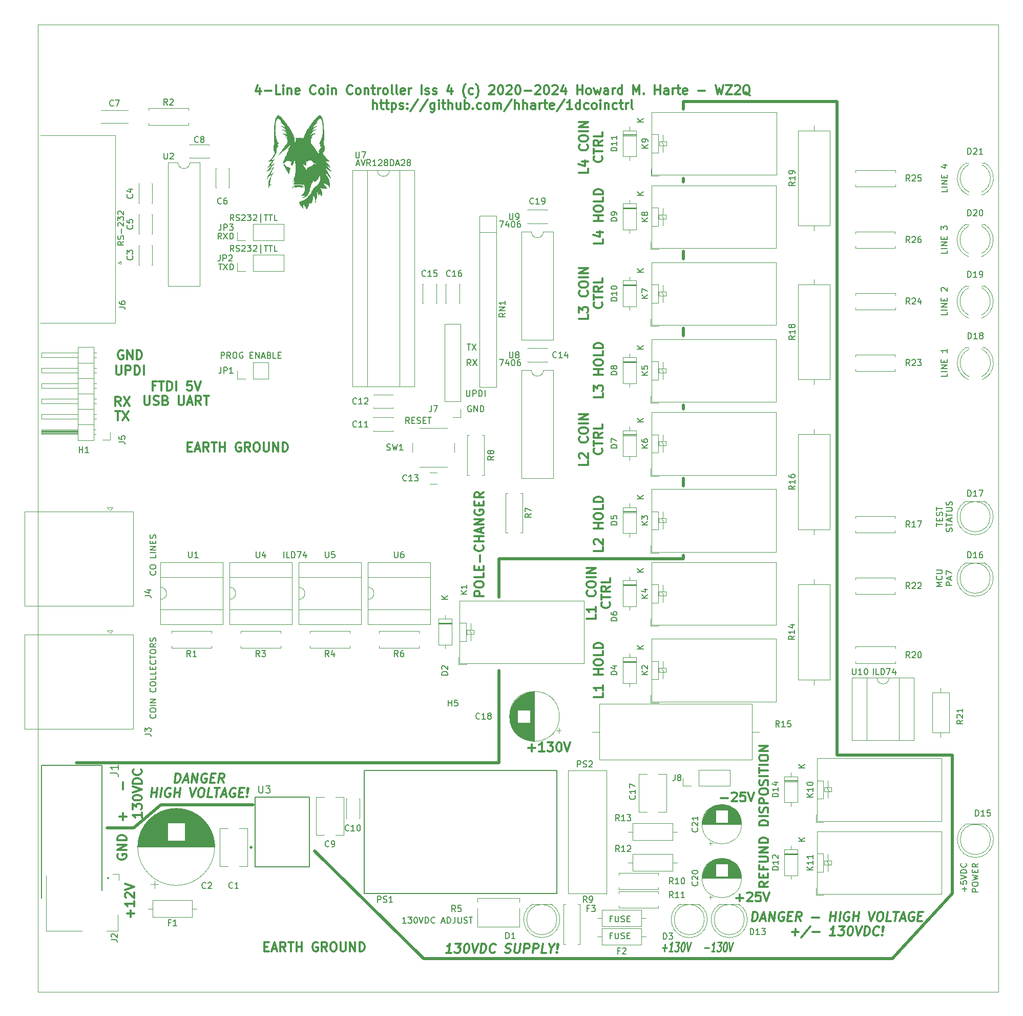
<source format=gbr>
G04 #@! TF.GenerationSoftware,KiCad,Pcbnew,8.0.1*
G04 #@! TF.CreationDate,2024-03-24T02:00:16-07:00*
G04 #@! TF.ProjectId,1d_coinctrl,31645f63-6f69-46e6-9374-726c2e6b6963,4*
G04 #@! TF.SameCoordinates,Original*
G04 #@! TF.FileFunction,Legend,Top*
G04 #@! TF.FilePolarity,Positive*
%FSLAX46Y46*%
G04 Gerber Fmt 4.6, Leading zero omitted, Abs format (unit mm)*
G04 Created by KiCad (PCBNEW 8.0.1) date 2024-03-24 02:00:16*
%MOMM*%
%LPD*%
G01*
G04 APERTURE LIST*
%ADD10C,0.150000*%
%ADD11C,0.500000*%
%ADD12C,0.300000*%
%ADD13C,0.375000*%
%ADD14C,0.250000*%
%ADD15C,0.120000*%
%ADD16C,0.127000*%
%ADD17C,0.350000*%
%ADD18C,0.200000*%
%ADD19C,0.000000*%
G04 #@! TA.AperFunction,Profile*
%ADD20C,0.050000*%
G04 #@! TD*
G04 APERTURE END LIST*
D10*
X150784112Y-164446009D02*
X150450779Y-164446009D01*
X150450779Y-164969819D02*
X150450779Y-163969819D01*
X150450779Y-163969819D02*
X150926969Y-163969819D01*
X151307922Y-163969819D02*
X151307922Y-164779342D01*
X151307922Y-164779342D02*
X151355541Y-164874580D01*
X151355541Y-164874580D02*
X151403160Y-164922200D01*
X151403160Y-164922200D02*
X151498398Y-164969819D01*
X151498398Y-164969819D02*
X151688874Y-164969819D01*
X151688874Y-164969819D02*
X151784112Y-164922200D01*
X151784112Y-164922200D02*
X151831731Y-164874580D01*
X151831731Y-164874580D02*
X151879350Y-164779342D01*
X151879350Y-164779342D02*
X151879350Y-163969819D01*
X152307922Y-164922200D02*
X152450779Y-164969819D01*
X152450779Y-164969819D02*
X152688874Y-164969819D01*
X152688874Y-164969819D02*
X152784112Y-164922200D01*
X152784112Y-164922200D02*
X152831731Y-164874580D01*
X152831731Y-164874580D02*
X152879350Y-164779342D01*
X152879350Y-164779342D02*
X152879350Y-164684104D01*
X152879350Y-164684104D02*
X152831731Y-164588866D01*
X152831731Y-164588866D02*
X152784112Y-164541247D01*
X152784112Y-164541247D02*
X152688874Y-164493628D01*
X152688874Y-164493628D02*
X152498398Y-164446009D01*
X152498398Y-164446009D02*
X152403160Y-164398390D01*
X152403160Y-164398390D02*
X152355541Y-164350771D01*
X152355541Y-164350771D02*
X152307922Y-164255533D01*
X152307922Y-164255533D02*
X152307922Y-164160295D01*
X152307922Y-164160295D02*
X152355541Y-164065057D01*
X152355541Y-164065057D02*
X152403160Y-164017438D01*
X152403160Y-164017438D02*
X152498398Y-163969819D01*
X152498398Y-163969819D02*
X152736493Y-163969819D01*
X152736493Y-163969819D02*
X152879350Y-164017438D01*
X153307922Y-164446009D02*
X153641255Y-164446009D01*
X153784112Y-164969819D02*
X153307922Y-164969819D01*
X153307922Y-164969819D02*
X153307922Y-163969819D01*
X153307922Y-163969819D02*
X153784112Y-163969819D01*
X150784112Y-161652009D02*
X150450779Y-161652009D01*
X150450779Y-162175819D02*
X150450779Y-161175819D01*
X150450779Y-161175819D02*
X150926969Y-161175819D01*
X151307922Y-161175819D02*
X151307922Y-161985342D01*
X151307922Y-161985342D02*
X151355541Y-162080580D01*
X151355541Y-162080580D02*
X151403160Y-162128200D01*
X151403160Y-162128200D02*
X151498398Y-162175819D01*
X151498398Y-162175819D02*
X151688874Y-162175819D01*
X151688874Y-162175819D02*
X151784112Y-162128200D01*
X151784112Y-162128200D02*
X151831731Y-162080580D01*
X151831731Y-162080580D02*
X151879350Y-161985342D01*
X151879350Y-161985342D02*
X151879350Y-161175819D01*
X152307922Y-162128200D02*
X152450779Y-162175819D01*
X152450779Y-162175819D02*
X152688874Y-162175819D01*
X152688874Y-162175819D02*
X152784112Y-162128200D01*
X152784112Y-162128200D02*
X152831731Y-162080580D01*
X152831731Y-162080580D02*
X152879350Y-161985342D01*
X152879350Y-161985342D02*
X152879350Y-161890104D01*
X152879350Y-161890104D02*
X152831731Y-161794866D01*
X152831731Y-161794866D02*
X152784112Y-161747247D01*
X152784112Y-161747247D02*
X152688874Y-161699628D01*
X152688874Y-161699628D02*
X152498398Y-161652009D01*
X152498398Y-161652009D02*
X152403160Y-161604390D01*
X152403160Y-161604390D02*
X152355541Y-161556771D01*
X152355541Y-161556771D02*
X152307922Y-161461533D01*
X152307922Y-161461533D02*
X152307922Y-161366295D01*
X152307922Y-161366295D02*
X152355541Y-161271057D01*
X152355541Y-161271057D02*
X152403160Y-161223438D01*
X152403160Y-161223438D02*
X152498398Y-161175819D01*
X152498398Y-161175819D02*
X152736493Y-161175819D01*
X152736493Y-161175819D02*
X152879350Y-161223438D01*
X153307922Y-161652009D02*
X153641255Y-161652009D01*
X153784112Y-162175819D02*
X153307922Y-162175819D01*
X153307922Y-162175819D02*
X153307922Y-161175819D01*
X153307922Y-161175819D02*
X153784112Y-161175819D01*
D11*
X119697500Y-168275000D02*
X197104000Y-168275000D01*
X187960000Y-134620000D02*
X187960000Y-26670000D01*
X162560000Y-26670000D02*
X162560000Y-27940000D01*
X207010000Y-157480000D02*
X207010000Y-134620000D01*
X76200000Y-142875000D02*
X71755000Y-146685000D01*
X71755000Y-146685000D02*
X67310000Y-146685000D01*
X132080000Y-135890000D02*
X132080000Y-120650000D01*
X162560000Y-52705000D02*
X162560000Y-51435000D01*
X187960000Y-26670000D02*
X162560000Y-26670000D01*
X162560000Y-90170000D02*
X162560000Y-88900000D01*
X162560000Y-65405000D02*
X162560000Y-64135000D01*
X207010000Y-134620000D02*
X187960000Y-134620000D01*
X132080000Y-102235000D02*
X162560000Y-102235000D01*
X119697500Y-168275000D02*
X101600000Y-150495000D01*
X91440000Y-142875000D02*
X76200000Y-142875000D01*
X162560000Y-77470000D02*
X162560000Y-76835000D01*
X162560000Y-102235000D02*
X162560000Y-101600000D01*
X62230000Y-135890000D02*
X132080000Y-135890000D01*
X162560000Y-40005000D02*
X162560000Y-39370000D01*
X197104000Y-168275000D02*
X207010000Y-157480000D01*
X132080000Y-102235000D02*
X132080000Y-108585000D01*
D12*
X92607859Y-24505870D02*
X92607859Y-25505870D01*
X92250716Y-23934442D02*
X91893573Y-25005870D01*
X91893573Y-25005870D02*
X92822144Y-25005870D01*
X93393572Y-24934442D02*
X94536430Y-24934442D01*
X95965001Y-25505870D02*
X95250715Y-25505870D01*
X95250715Y-25505870D02*
X95250715Y-24005870D01*
X96465001Y-25505870D02*
X96465001Y-24505870D01*
X96465001Y-24005870D02*
X96393573Y-24077299D01*
X96393573Y-24077299D02*
X96465001Y-24148727D01*
X96465001Y-24148727D02*
X96536430Y-24077299D01*
X96536430Y-24077299D02*
X96465001Y-24005870D01*
X96465001Y-24005870D02*
X96465001Y-24148727D01*
X97179287Y-24505870D02*
X97179287Y-25505870D01*
X97179287Y-24648727D02*
X97250716Y-24577299D01*
X97250716Y-24577299D02*
X97393573Y-24505870D01*
X97393573Y-24505870D02*
X97607859Y-24505870D01*
X97607859Y-24505870D02*
X97750716Y-24577299D01*
X97750716Y-24577299D02*
X97822145Y-24720156D01*
X97822145Y-24720156D02*
X97822145Y-25505870D01*
X99107859Y-25434442D02*
X98965002Y-25505870D01*
X98965002Y-25505870D02*
X98679288Y-25505870D01*
X98679288Y-25505870D02*
X98536430Y-25434442D01*
X98536430Y-25434442D02*
X98465002Y-25291584D01*
X98465002Y-25291584D02*
X98465002Y-24720156D01*
X98465002Y-24720156D02*
X98536430Y-24577299D01*
X98536430Y-24577299D02*
X98679288Y-24505870D01*
X98679288Y-24505870D02*
X98965002Y-24505870D01*
X98965002Y-24505870D02*
X99107859Y-24577299D01*
X99107859Y-24577299D02*
X99179288Y-24720156D01*
X99179288Y-24720156D02*
X99179288Y-24863013D01*
X99179288Y-24863013D02*
X98465002Y-25005870D01*
X101822144Y-25363013D02*
X101750716Y-25434442D01*
X101750716Y-25434442D02*
X101536430Y-25505870D01*
X101536430Y-25505870D02*
X101393573Y-25505870D01*
X101393573Y-25505870D02*
X101179287Y-25434442D01*
X101179287Y-25434442D02*
X101036430Y-25291584D01*
X101036430Y-25291584D02*
X100965001Y-25148727D01*
X100965001Y-25148727D02*
X100893573Y-24863013D01*
X100893573Y-24863013D02*
X100893573Y-24648727D01*
X100893573Y-24648727D02*
X100965001Y-24363013D01*
X100965001Y-24363013D02*
X101036430Y-24220156D01*
X101036430Y-24220156D02*
X101179287Y-24077299D01*
X101179287Y-24077299D02*
X101393573Y-24005870D01*
X101393573Y-24005870D02*
X101536430Y-24005870D01*
X101536430Y-24005870D02*
X101750716Y-24077299D01*
X101750716Y-24077299D02*
X101822144Y-24148727D01*
X102679287Y-25505870D02*
X102536430Y-25434442D01*
X102536430Y-25434442D02*
X102465001Y-25363013D01*
X102465001Y-25363013D02*
X102393573Y-25220156D01*
X102393573Y-25220156D02*
X102393573Y-24791584D01*
X102393573Y-24791584D02*
X102465001Y-24648727D01*
X102465001Y-24648727D02*
X102536430Y-24577299D01*
X102536430Y-24577299D02*
X102679287Y-24505870D01*
X102679287Y-24505870D02*
X102893573Y-24505870D01*
X102893573Y-24505870D02*
X103036430Y-24577299D01*
X103036430Y-24577299D02*
X103107859Y-24648727D01*
X103107859Y-24648727D02*
X103179287Y-24791584D01*
X103179287Y-24791584D02*
X103179287Y-25220156D01*
X103179287Y-25220156D02*
X103107859Y-25363013D01*
X103107859Y-25363013D02*
X103036430Y-25434442D01*
X103036430Y-25434442D02*
X102893573Y-25505870D01*
X102893573Y-25505870D02*
X102679287Y-25505870D01*
X103822144Y-25505870D02*
X103822144Y-24505870D01*
X103822144Y-24005870D02*
X103750716Y-24077299D01*
X103750716Y-24077299D02*
X103822144Y-24148727D01*
X103822144Y-24148727D02*
X103893573Y-24077299D01*
X103893573Y-24077299D02*
X103822144Y-24005870D01*
X103822144Y-24005870D02*
X103822144Y-24148727D01*
X104536430Y-24505870D02*
X104536430Y-25505870D01*
X104536430Y-24648727D02*
X104607859Y-24577299D01*
X104607859Y-24577299D02*
X104750716Y-24505870D01*
X104750716Y-24505870D02*
X104965002Y-24505870D01*
X104965002Y-24505870D02*
X105107859Y-24577299D01*
X105107859Y-24577299D02*
X105179288Y-24720156D01*
X105179288Y-24720156D02*
X105179288Y-25505870D01*
X107893573Y-25363013D02*
X107822145Y-25434442D01*
X107822145Y-25434442D02*
X107607859Y-25505870D01*
X107607859Y-25505870D02*
X107465002Y-25505870D01*
X107465002Y-25505870D02*
X107250716Y-25434442D01*
X107250716Y-25434442D02*
X107107859Y-25291584D01*
X107107859Y-25291584D02*
X107036430Y-25148727D01*
X107036430Y-25148727D02*
X106965002Y-24863013D01*
X106965002Y-24863013D02*
X106965002Y-24648727D01*
X106965002Y-24648727D02*
X107036430Y-24363013D01*
X107036430Y-24363013D02*
X107107859Y-24220156D01*
X107107859Y-24220156D02*
X107250716Y-24077299D01*
X107250716Y-24077299D02*
X107465002Y-24005870D01*
X107465002Y-24005870D02*
X107607859Y-24005870D01*
X107607859Y-24005870D02*
X107822145Y-24077299D01*
X107822145Y-24077299D02*
X107893573Y-24148727D01*
X108750716Y-25505870D02*
X108607859Y-25434442D01*
X108607859Y-25434442D02*
X108536430Y-25363013D01*
X108536430Y-25363013D02*
X108465002Y-25220156D01*
X108465002Y-25220156D02*
X108465002Y-24791584D01*
X108465002Y-24791584D02*
X108536430Y-24648727D01*
X108536430Y-24648727D02*
X108607859Y-24577299D01*
X108607859Y-24577299D02*
X108750716Y-24505870D01*
X108750716Y-24505870D02*
X108965002Y-24505870D01*
X108965002Y-24505870D02*
X109107859Y-24577299D01*
X109107859Y-24577299D02*
X109179288Y-24648727D01*
X109179288Y-24648727D02*
X109250716Y-24791584D01*
X109250716Y-24791584D02*
X109250716Y-25220156D01*
X109250716Y-25220156D02*
X109179288Y-25363013D01*
X109179288Y-25363013D02*
X109107859Y-25434442D01*
X109107859Y-25434442D02*
X108965002Y-25505870D01*
X108965002Y-25505870D02*
X108750716Y-25505870D01*
X109893573Y-24505870D02*
X109893573Y-25505870D01*
X109893573Y-24648727D02*
X109965002Y-24577299D01*
X109965002Y-24577299D02*
X110107859Y-24505870D01*
X110107859Y-24505870D02*
X110322145Y-24505870D01*
X110322145Y-24505870D02*
X110465002Y-24577299D01*
X110465002Y-24577299D02*
X110536431Y-24720156D01*
X110536431Y-24720156D02*
X110536431Y-25505870D01*
X111036431Y-24505870D02*
X111607859Y-24505870D01*
X111250716Y-24005870D02*
X111250716Y-25291584D01*
X111250716Y-25291584D02*
X111322145Y-25434442D01*
X111322145Y-25434442D02*
X111465002Y-25505870D01*
X111465002Y-25505870D02*
X111607859Y-25505870D01*
X112107859Y-25505870D02*
X112107859Y-24505870D01*
X112107859Y-24791584D02*
X112179288Y-24648727D01*
X112179288Y-24648727D02*
X112250717Y-24577299D01*
X112250717Y-24577299D02*
X112393574Y-24505870D01*
X112393574Y-24505870D02*
X112536431Y-24505870D01*
X113250716Y-25505870D02*
X113107859Y-25434442D01*
X113107859Y-25434442D02*
X113036430Y-25363013D01*
X113036430Y-25363013D02*
X112965002Y-25220156D01*
X112965002Y-25220156D02*
X112965002Y-24791584D01*
X112965002Y-24791584D02*
X113036430Y-24648727D01*
X113036430Y-24648727D02*
X113107859Y-24577299D01*
X113107859Y-24577299D02*
X113250716Y-24505870D01*
X113250716Y-24505870D02*
X113465002Y-24505870D01*
X113465002Y-24505870D02*
X113607859Y-24577299D01*
X113607859Y-24577299D02*
X113679288Y-24648727D01*
X113679288Y-24648727D02*
X113750716Y-24791584D01*
X113750716Y-24791584D02*
X113750716Y-25220156D01*
X113750716Y-25220156D02*
X113679288Y-25363013D01*
X113679288Y-25363013D02*
X113607859Y-25434442D01*
X113607859Y-25434442D02*
X113465002Y-25505870D01*
X113465002Y-25505870D02*
X113250716Y-25505870D01*
X114607859Y-25505870D02*
X114465002Y-25434442D01*
X114465002Y-25434442D02*
X114393573Y-25291584D01*
X114393573Y-25291584D02*
X114393573Y-24005870D01*
X115393573Y-25505870D02*
X115250716Y-25434442D01*
X115250716Y-25434442D02*
X115179287Y-25291584D01*
X115179287Y-25291584D02*
X115179287Y-24005870D01*
X116536430Y-25434442D02*
X116393573Y-25505870D01*
X116393573Y-25505870D02*
X116107859Y-25505870D01*
X116107859Y-25505870D02*
X115965001Y-25434442D01*
X115965001Y-25434442D02*
X115893573Y-25291584D01*
X115893573Y-25291584D02*
X115893573Y-24720156D01*
X115893573Y-24720156D02*
X115965001Y-24577299D01*
X115965001Y-24577299D02*
X116107859Y-24505870D01*
X116107859Y-24505870D02*
X116393573Y-24505870D01*
X116393573Y-24505870D02*
X116536430Y-24577299D01*
X116536430Y-24577299D02*
X116607859Y-24720156D01*
X116607859Y-24720156D02*
X116607859Y-24863013D01*
X116607859Y-24863013D02*
X115893573Y-25005870D01*
X117250715Y-25505870D02*
X117250715Y-24505870D01*
X117250715Y-24791584D02*
X117322144Y-24648727D01*
X117322144Y-24648727D02*
X117393573Y-24577299D01*
X117393573Y-24577299D02*
X117536430Y-24505870D01*
X117536430Y-24505870D02*
X117679287Y-24505870D01*
X119322143Y-25505870D02*
X119322143Y-24005870D01*
X119965001Y-25434442D02*
X120107858Y-25505870D01*
X120107858Y-25505870D02*
X120393572Y-25505870D01*
X120393572Y-25505870D02*
X120536429Y-25434442D01*
X120536429Y-25434442D02*
X120607858Y-25291584D01*
X120607858Y-25291584D02*
X120607858Y-25220156D01*
X120607858Y-25220156D02*
X120536429Y-25077299D01*
X120536429Y-25077299D02*
X120393572Y-25005870D01*
X120393572Y-25005870D02*
X120179287Y-25005870D01*
X120179287Y-25005870D02*
X120036429Y-24934442D01*
X120036429Y-24934442D02*
X119965001Y-24791584D01*
X119965001Y-24791584D02*
X119965001Y-24720156D01*
X119965001Y-24720156D02*
X120036429Y-24577299D01*
X120036429Y-24577299D02*
X120179287Y-24505870D01*
X120179287Y-24505870D02*
X120393572Y-24505870D01*
X120393572Y-24505870D02*
X120536429Y-24577299D01*
X121179287Y-25434442D02*
X121322144Y-25505870D01*
X121322144Y-25505870D02*
X121607858Y-25505870D01*
X121607858Y-25505870D02*
X121750715Y-25434442D01*
X121750715Y-25434442D02*
X121822144Y-25291584D01*
X121822144Y-25291584D02*
X121822144Y-25220156D01*
X121822144Y-25220156D02*
X121750715Y-25077299D01*
X121750715Y-25077299D02*
X121607858Y-25005870D01*
X121607858Y-25005870D02*
X121393573Y-25005870D01*
X121393573Y-25005870D02*
X121250715Y-24934442D01*
X121250715Y-24934442D02*
X121179287Y-24791584D01*
X121179287Y-24791584D02*
X121179287Y-24720156D01*
X121179287Y-24720156D02*
X121250715Y-24577299D01*
X121250715Y-24577299D02*
X121393573Y-24505870D01*
X121393573Y-24505870D02*
X121607858Y-24505870D01*
X121607858Y-24505870D02*
X121750715Y-24577299D01*
X124250716Y-24505870D02*
X124250716Y-25505870D01*
X123893573Y-23934442D02*
X123536430Y-25005870D01*
X123536430Y-25005870D02*
X124465001Y-25005870D01*
X126607858Y-26077299D02*
X126536429Y-26005870D01*
X126536429Y-26005870D02*
X126393572Y-25791584D01*
X126393572Y-25791584D02*
X126322144Y-25648727D01*
X126322144Y-25648727D02*
X126250715Y-25434442D01*
X126250715Y-25434442D02*
X126179286Y-25077299D01*
X126179286Y-25077299D02*
X126179286Y-24791584D01*
X126179286Y-24791584D02*
X126250715Y-24434442D01*
X126250715Y-24434442D02*
X126322144Y-24220156D01*
X126322144Y-24220156D02*
X126393572Y-24077299D01*
X126393572Y-24077299D02*
X126536429Y-23863013D01*
X126536429Y-23863013D02*
X126607858Y-23791584D01*
X127822144Y-25434442D02*
X127679286Y-25505870D01*
X127679286Y-25505870D02*
X127393572Y-25505870D01*
X127393572Y-25505870D02*
X127250715Y-25434442D01*
X127250715Y-25434442D02*
X127179286Y-25363013D01*
X127179286Y-25363013D02*
X127107858Y-25220156D01*
X127107858Y-25220156D02*
X127107858Y-24791584D01*
X127107858Y-24791584D02*
X127179286Y-24648727D01*
X127179286Y-24648727D02*
X127250715Y-24577299D01*
X127250715Y-24577299D02*
X127393572Y-24505870D01*
X127393572Y-24505870D02*
X127679286Y-24505870D01*
X127679286Y-24505870D02*
X127822144Y-24577299D01*
X128322143Y-26077299D02*
X128393572Y-26005870D01*
X128393572Y-26005870D02*
X128536429Y-25791584D01*
X128536429Y-25791584D02*
X128607858Y-25648727D01*
X128607858Y-25648727D02*
X128679286Y-25434442D01*
X128679286Y-25434442D02*
X128750715Y-25077299D01*
X128750715Y-25077299D02*
X128750715Y-24791584D01*
X128750715Y-24791584D02*
X128679286Y-24434442D01*
X128679286Y-24434442D02*
X128607858Y-24220156D01*
X128607858Y-24220156D02*
X128536429Y-24077299D01*
X128536429Y-24077299D02*
X128393572Y-23863013D01*
X128393572Y-23863013D02*
X128322143Y-23791584D01*
X130536429Y-24148727D02*
X130607857Y-24077299D01*
X130607857Y-24077299D02*
X130750715Y-24005870D01*
X130750715Y-24005870D02*
X131107857Y-24005870D01*
X131107857Y-24005870D02*
X131250715Y-24077299D01*
X131250715Y-24077299D02*
X131322143Y-24148727D01*
X131322143Y-24148727D02*
X131393572Y-24291584D01*
X131393572Y-24291584D02*
X131393572Y-24434442D01*
X131393572Y-24434442D02*
X131322143Y-24648727D01*
X131322143Y-24648727D02*
X130465000Y-25505870D01*
X130465000Y-25505870D02*
X131393572Y-25505870D01*
X132322143Y-24005870D02*
X132465000Y-24005870D01*
X132465000Y-24005870D02*
X132607857Y-24077299D01*
X132607857Y-24077299D02*
X132679286Y-24148727D01*
X132679286Y-24148727D02*
X132750714Y-24291584D01*
X132750714Y-24291584D02*
X132822143Y-24577299D01*
X132822143Y-24577299D02*
X132822143Y-24934442D01*
X132822143Y-24934442D02*
X132750714Y-25220156D01*
X132750714Y-25220156D02*
X132679286Y-25363013D01*
X132679286Y-25363013D02*
X132607857Y-25434442D01*
X132607857Y-25434442D02*
X132465000Y-25505870D01*
X132465000Y-25505870D02*
X132322143Y-25505870D01*
X132322143Y-25505870D02*
X132179286Y-25434442D01*
X132179286Y-25434442D02*
X132107857Y-25363013D01*
X132107857Y-25363013D02*
X132036428Y-25220156D01*
X132036428Y-25220156D02*
X131965000Y-24934442D01*
X131965000Y-24934442D02*
X131965000Y-24577299D01*
X131965000Y-24577299D02*
X132036428Y-24291584D01*
X132036428Y-24291584D02*
X132107857Y-24148727D01*
X132107857Y-24148727D02*
X132179286Y-24077299D01*
X132179286Y-24077299D02*
X132322143Y-24005870D01*
X133393571Y-24148727D02*
X133464999Y-24077299D01*
X133464999Y-24077299D02*
X133607857Y-24005870D01*
X133607857Y-24005870D02*
X133964999Y-24005870D01*
X133964999Y-24005870D02*
X134107857Y-24077299D01*
X134107857Y-24077299D02*
X134179285Y-24148727D01*
X134179285Y-24148727D02*
X134250714Y-24291584D01*
X134250714Y-24291584D02*
X134250714Y-24434442D01*
X134250714Y-24434442D02*
X134179285Y-24648727D01*
X134179285Y-24648727D02*
X133322142Y-25505870D01*
X133322142Y-25505870D02*
X134250714Y-25505870D01*
X135179285Y-24005870D02*
X135322142Y-24005870D01*
X135322142Y-24005870D02*
X135464999Y-24077299D01*
X135464999Y-24077299D02*
X135536428Y-24148727D01*
X135536428Y-24148727D02*
X135607856Y-24291584D01*
X135607856Y-24291584D02*
X135679285Y-24577299D01*
X135679285Y-24577299D02*
X135679285Y-24934442D01*
X135679285Y-24934442D02*
X135607856Y-25220156D01*
X135607856Y-25220156D02*
X135536428Y-25363013D01*
X135536428Y-25363013D02*
X135464999Y-25434442D01*
X135464999Y-25434442D02*
X135322142Y-25505870D01*
X135322142Y-25505870D02*
X135179285Y-25505870D01*
X135179285Y-25505870D02*
X135036428Y-25434442D01*
X135036428Y-25434442D02*
X134964999Y-25363013D01*
X134964999Y-25363013D02*
X134893570Y-25220156D01*
X134893570Y-25220156D02*
X134822142Y-24934442D01*
X134822142Y-24934442D02*
X134822142Y-24577299D01*
X134822142Y-24577299D02*
X134893570Y-24291584D01*
X134893570Y-24291584D02*
X134964999Y-24148727D01*
X134964999Y-24148727D02*
X135036428Y-24077299D01*
X135036428Y-24077299D02*
X135179285Y-24005870D01*
X136322141Y-24934442D02*
X137464999Y-24934442D01*
X138107856Y-24148727D02*
X138179284Y-24077299D01*
X138179284Y-24077299D02*
X138322142Y-24005870D01*
X138322142Y-24005870D02*
X138679284Y-24005870D01*
X138679284Y-24005870D02*
X138822142Y-24077299D01*
X138822142Y-24077299D02*
X138893570Y-24148727D01*
X138893570Y-24148727D02*
X138964999Y-24291584D01*
X138964999Y-24291584D02*
X138964999Y-24434442D01*
X138964999Y-24434442D02*
X138893570Y-24648727D01*
X138893570Y-24648727D02*
X138036427Y-25505870D01*
X138036427Y-25505870D02*
X138964999Y-25505870D01*
X139893570Y-24005870D02*
X140036427Y-24005870D01*
X140036427Y-24005870D02*
X140179284Y-24077299D01*
X140179284Y-24077299D02*
X140250713Y-24148727D01*
X140250713Y-24148727D02*
X140322141Y-24291584D01*
X140322141Y-24291584D02*
X140393570Y-24577299D01*
X140393570Y-24577299D02*
X140393570Y-24934442D01*
X140393570Y-24934442D02*
X140322141Y-25220156D01*
X140322141Y-25220156D02*
X140250713Y-25363013D01*
X140250713Y-25363013D02*
X140179284Y-25434442D01*
X140179284Y-25434442D02*
X140036427Y-25505870D01*
X140036427Y-25505870D02*
X139893570Y-25505870D01*
X139893570Y-25505870D02*
X139750713Y-25434442D01*
X139750713Y-25434442D02*
X139679284Y-25363013D01*
X139679284Y-25363013D02*
X139607855Y-25220156D01*
X139607855Y-25220156D02*
X139536427Y-24934442D01*
X139536427Y-24934442D02*
X139536427Y-24577299D01*
X139536427Y-24577299D02*
X139607855Y-24291584D01*
X139607855Y-24291584D02*
X139679284Y-24148727D01*
X139679284Y-24148727D02*
X139750713Y-24077299D01*
X139750713Y-24077299D02*
X139893570Y-24005870D01*
X140964998Y-24148727D02*
X141036426Y-24077299D01*
X141036426Y-24077299D02*
X141179284Y-24005870D01*
X141179284Y-24005870D02*
X141536426Y-24005870D01*
X141536426Y-24005870D02*
X141679284Y-24077299D01*
X141679284Y-24077299D02*
X141750712Y-24148727D01*
X141750712Y-24148727D02*
X141822141Y-24291584D01*
X141822141Y-24291584D02*
X141822141Y-24434442D01*
X141822141Y-24434442D02*
X141750712Y-24648727D01*
X141750712Y-24648727D02*
X140893569Y-25505870D01*
X140893569Y-25505870D02*
X141822141Y-25505870D01*
X143107855Y-24505870D02*
X143107855Y-25505870D01*
X142750712Y-23934442D02*
X142393569Y-25005870D01*
X142393569Y-25005870D02*
X143322140Y-25005870D01*
X145036425Y-25505870D02*
X145036425Y-24005870D01*
X145036425Y-24720156D02*
X145893568Y-24720156D01*
X145893568Y-25505870D02*
X145893568Y-24005870D01*
X146822140Y-25505870D02*
X146679283Y-25434442D01*
X146679283Y-25434442D02*
X146607854Y-25363013D01*
X146607854Y-25363013D02*
X146536426Y-25220156D01*
X146536426Y-25220156D02*
X146536426Y-24791584D01*
X146536426Y-24791584D02*
X146607854Y-24648727D01*
X146607854Y-24648727D02*
X146679283Y-24577299D01*
X146679283Y-24577299D02*
X146822140Y-24505870D01*
X146822140Y-24505870D02*
X147036426Y-24505870D01*
X147036426Y-24505870D02*
X147179283Y-24577299D01*
X147179283Y-24577299D02*
X147250712Y-24648727D01*
X147250712Y-24648727D02*
X147322140Y-24791584D01*
X147322140Y-24791584D02*
X147322140Y-25220156D01*
X147322140Y-25220156D02*
X147250712Y-25363013D01*
X147250712Y-25363013D02*
X147179283Y-25434442D01*
X147179283Y-25434442D02*
X147036426Y-25505870D01*
X147036426Y-25505870D02*
X146822140Y-25505870D01*
X147822140Y-24505870D02*
X148107855Y-25505870D01*
X148107855Y-25505870D02*
X148393569Y-24791584D01*
X148393569Y-24791584D02*
X148679283Y-25505870D01*
X148679283Y-25505870D02*
X148964997Y-24505870D01*
X150179284Y-25505870D02*
X150179284Y-24720156D01*
X150179284Y-24720156D02*
X150107855Y-24577299D01*
X150107855Y-24577299D02*
X149964998Y-24505870D01*
X149964998Y-24505870D02*
X149679284Y-24505870D01*
X149679284Y-24505870D02*
X149536426Y-24577299D01*
X150179284Y-25434442D02*
X150036426Y-25505870D01*
X150036426Y-25505870D02*
X149679284Y-25505870D01*
X149679284Y-25505870D02*
X149536426Y-25434442D01*
X149536426Y-25434442D02*
X149464998Y-25291584D01*
X149464998Y-25291584D02*
X149464998Y-25148727D01*
X149464998Y-25148727D02*
X149536426Y-25005870D01*
X149536426Y-25005870D02*
X149679284Y-24934442D01*
X149679284Y-24934442D02*
X150036426Y-24934442D01*
X150036426Y-24934442D02*
X150179284Y-24863013D01*
X150893569Y-25505870D02*
X150893569Y-24505870D01*
X150893569Y-24791584D02*
X150964998Y-24648727D01*
X150964998Y-24648727D02*
X151036427Y-24577299D01*
X151036427Y-24577299D02*
X151179284Y-24505870D01*
X151179284Y-24505870D02*
X151322141Y-24505870D01*
X152464998Y-25505870D02*
X152464998Y-24005870D01*
X152464998Y-25434442D02*
X152322140Y-25505870D01*
X152322140Y-25505870D02*
X152036426Y-25505870D01*
X152036426Y-25505870D02*
X151893569Y-25434442D01*
X151893569Y-25434442D02*
X151822140Y-25363013D01*
X151822140Y-25363013D02*
X151750712Y-25220156D01*
X151750712Y-25220156D02*
X151750712Y-24791584D01*
X151750712Y-24791584D02*
X151822140Y-24648727D01*
X151822140Y-24648727D02*
X151893569Y-24577299D01*
X151893569Y-24577299D02*
X152036426Y-24505870D01*
X152036426Y-24505870D02*
X152322140Y-24505870D01*
X152322140Y-24505870D02*
X152464998Y-24577299D01*
X154322140Y-25505870D02*
X154322140Y-24005870D01*
X154322140Y-24005870D02*
X154822140Y-25077299D01*
X154822140Y-25077299D02*
X155322140Y-24005870D01*
X155322140Y-24005870D02*
X155322140Y-25505870D01*
X156036426Y-25363013D02*
X156107855Y-25434442D01*
X156107855Y-25434442D02*
X156036426Y-25505870D01*
X156036426Y-25505870D02*
X155964998Y-25434442D01*
X155964998Y-25434442D02*
X156036426Y-25363013D01*
X156036426Y-25363013D02*
X156036426Y-25505870D01*
X157893569Y-25505870D02*
X157893569Y-24005870D01*
X157893569Y-24720156D02*
X158750712Y-24720156D01*
X158750712Y-25505870D02*
X158750712Y-24005870D01*
X160107856Y-25505870D02*
X160107856Y-24720156D01*
X160107856Y-24720156D02*
X160036427Y-24577299D01*
X160036427Y-24577299D02*
X159893570Y-24505870D01*
X159893570Y-24505870D02*
X159607856Y-24505870D01*
X159607856Y-24505870D02*
X159464998Y-24577299D01*
X160107856Y-25434442D02*
X159964998Y-25505870D01*
X159964998Y-25505870D02*
X159607856Y-25505870D01*
X159607856Y-25505870D02*
X159464998Y-25434442D01*
X159464998Y-25434442D02*
X159393570Y-25291584D01*
X159393570Y-25291584D02*
X159393570Y-25148727D01*
X159393570Y-25148727D02*
X159464998Y-25005870D01*
X159464998Y-25005870D02*
X159607856Y-24934442D01*
X159607856Y-24934442D02*
X159964998Y-24934442D01*
X159964998Y-24934442D02*
X160107856Y-24863013D01*
X160822141Y-25505870D02*
X160822141Y-24505870D01*
X160822141Y-24791584D02*
X160893570Y-24648727D01*
X160893570Y-24648727D02*
X160964999Y-24577299D01*
X160964999Y-24577299D02*
X161107856Y-24505870D01*
X161107856Y-24505870D02*
X161250713Y-24505870D01*
X161536427Y-24505870D02*
X162107855Y-24505870D01*
X161750712Y-24005870D02*
X161750712Y-25291584D01*
X161750712Y-25291584D02*
X161822141Y-25434442D01*
X161822141Y-25434442D02*
X161964998Y-25505870D01*
X161964998Y-25505870D02*
X162107855Y-25505870D01*
X163179284Y-25434442D02*
X163036427Y-25505870D01*
X163036427Y-25505870D02*
X162750713Y-25505870D01*
X162750713Y-25505870D02*
X162607855Y-25434442D01*
X162607855Y-25434442D02*
X162536427Y-25291584D01*
X162536427Y-25291584D02*
X162536427Y-24720156D01*
X162536427Y-24720156D02*
X162607855Y-24577299D01*
X162607855Y-24577299D02*
X162750713Y-24505870D01*
X162750713Y-24505870D02*
X163036427Y-24505870D01*
X163036427Y-24505870D02*
X163179284Y-24577299D01*
X163179284Y-24577299D02*
X163250713Y-24720156D01*
X163250713Y-24720156D02*
X163250713Y-24863013D01*
X163250713Y-24863013D02*
X162536427Y-25005870D01*
X165036426Y-24934442D02*
X166179284Y-24934442D01*
X167893569Y-24005870D02*
X168250712Y-25505870D01*
X168250712Y-25505870D02*
X168536426Y-24434442D01*
X168536426Y-24434442D02*
X168822141Y-25505870D01*
X168822141Y-25505870D02*
X169179284Y-24005870D01*
X169607855Y-24005870D02*
X170607855Y-24005870D01*
X170607855Y-24005870D02*
X169607855Y-25505870D01*
X169607855Y-25505870D02*
X170607855Y-25505870D01*
X171107855Y-24148727D02*
X171179283Y-24077299D01*
X171179283Y-24077299D02*
X171322141Y-24005870D01*
X171322141Y-24005870D02*
X171679283Y-24005870D01*
X171679283Y-24005870D02*
X171822141Y-24077299D01*
X171822141Y-24077299D02*
X171893569Y-24148727D01*
X171893569Y-24148727D02*
X171964998Y-24291584D01*
X171964998Y-24291584D02*
X171964998Y-24434442D01*
X171964998Y-24434442D02*
X171893569Y-24648727D01*
X171893569Y-24648727D02*
X171036426Y-25505870D01*
X171036426Y-25505870D02*
X171964998Y-25505870D01*
X173607854Y-25648727D02*
X173464997Y-25577299D01*
X173464997Y-25577299D02*
X173322140Y-25434442D01*
X173322140Y-25434442D02*
X173107854Y-25220156D01*
X173107854Y-25220156D02*
X172964997Y-25148727D01*
X172964997Y-25148727D02*
X172822140Y-25148727D01*
X172893569Y-25505870D02*
X172750712Y-25434442D01*
X172750712Y-25434442D02*
X172607854Y-25291584D01*
X172607854Y-25291584D02*
X172536426Y-25005870D01*
X172536426Y-25005870D02*
X172536426Y-24505870D01*
X172536426Y-24505870D02*
X172607854Y-24220156D01*
X172607854Y-24220156D02*
X172750712Y-24077299D01*
X172750712Y-24077299D02*
X172893569Y-24005870D01*
X172893569Y-24005870D02*
X173179283Y-24005870D01*
X173179283Y-24005870D02*
X173322140Y-24077299D01*
X173322140Y-24077299D02*
X173464997Y-24220156D01*
X173464997Y-24220156D02*
X173536426Y-24505870D01*
X173536426Y-24505870D02*
X173536426Y-25005870D01*
X173536426Y-25005870D02*
X173464997Y-25291584D01*
X173464997Y-25291584D02*
X173322140Y-25434442D01*
X173322140Y-25434442D02*
X173179283Y-25505870D01*
X173179283Y-25505870D02*
X172893569Y-25505870D01*
X111322141Y-27920786D02*
X111322141Y-26420786D01*
X111964999Y-27920786D02*
X111964999Y-27135072D01*
X111964999Y-27135072D02*
X111893570Y-26992215D01*
X111893570Y-26992215D02*
X111750713Y-26920786D01*
X111750713Y-26920786D02*
X111536427Y-26920786D01*
X111536427Y-26920786D02*
X111393570Y-26992215D01*
X111393570Y-26992215D02*
X111322141Y-27063643D01*
X112464999Y-26920786D02*
X113036427Y-26920786D01*
X112679284Y-26420786D02*
X112679284Y-27706500D01*
X112679284Y-27706500D02*
X112750713Y-27849358D01*
X112750713Y-27849358D02*
X112893570Y-27920786D01*
X112893570Y-27920786D02*
X113036427Y-27920786D01*
X113322142Y-26920786D02*
X113893570Y-26920786D01*
X113536427Y-26420786D02*
X113536427Y-27706500D01*
X113536427Y-27706500D02*
X113607856Y-27849358D01*
X113607856Y-27849358D02*
X113750713Y-27920786D01*
X113750713Y-27920786D02*
X113893570Y-27920786D01*
X114393570Y-26920786D02*
X114393570Y-28420786D01*
X114393570Y-26992215D02*
X114536428Y-26920786D01*
X114536428Y-26920786D02*
X114822142Y-26920786D01*
X114822142Y-26920786D02*
X114964999Y-26992215D01*
X114964999Y-26992215D02*
X115036428Y-27063643D01*
X115036428Y-27063643D02*
X115107856Y-27206500D01*
X115107856Y-27206500D02*
X115107856Y-27635072D01*
X115107856Y-27635072D02*
X115036428Y-27777929D01*
X115036428Y-27777929D02*
X114964999Y-27849358D01*
X114964999Y-27849358D02*
X114822142Y-27920786D01*
X114822142Y-27920786D02*
X114536428Y-27920786D01*
X114536428Y-27920786D02*
X114393570Y-27849358D01*
X115679285Y-27849358D02*
X115822142Y-27920786D01*
X115822142Y-27920786D02*
X116107856Y-27920786D01*
X116107856Y-27920786D02*
X116250713Y-27849358D01*
X116250713Y-27849358D02*
X116322142Y-27706500D01*
X116322142Y-27706500D02*
X116322142Y-27635072D01*
X116322142Y-27635072D02*
X116250713Y-27492215D01*
X116250713Y-27492215D02*
X116107856Y-27420786D01*
X116107856Y-27420786D02*
X115893571Y-27420786D01*
X115893571Y-27420786D02*
X115750713Y-27349358D01*
X115750713Y-27349358D02*
X115679285Y-27206500D01*
X115679285Y-27206500D02*
X115679285Y-27135072D01*
X115679285Y-27135072D02*
X115750713Y-26992215D01*
X115750713Y-26992215D02*
X115893571Y-26920786D01*
X115893571Y-26920786D02*
X116107856Y-26920786D01*
X116107856Y-26920786D02*
X116250713Y-26992215D01*
X116964999Y-27777929D02*
X117036428Y-27849358D01*
X117036428Y-27849358D02*
X116964999Y-27920786D01*
X116964999Y-27920786D02*
X116893571Y-27849358D01*
X116893571Y-27849358D02*
X116964999Y-27777929D01*
X116964999Y-27777929D02*
X116964999Y-27920786D01*
X116964999Y-26992215D02*
X117036428Y-27063643D01*
X117036428Y-27063643D02*
X116964999Y-27135072D01*
X116964999Y-27135072D02*
X116893571Y-27063643D01*
X116893571Y-27063643D02*
X116964999Y-26992215D01*
X116964999Y-26992215D02*
X116964999Y-27135072D01*
X118750714Y-26349358D02*
X117465000Y-28277929D01*
X120322143Y-26349358D02*
X119036429Y-28277929D01*
X121465001Y-26920786D02*
X121465001Y-28135072D01*
X121465001Y-28135072D02*
X121393572Y-28277929D01*
X121393572Y-28277929D02*
X121322143Y-28349358D01*
X121322143Y-28349358D02*
X121179286Y-28420786D01*
X121179286Y-28420786D02*
X120965001Y-28420786D01*
X120965001Y-28420786D02*
X120822143Y-28349358D01*
X121465001Y-27849358D02*
X121322143Y-27920786D01*
X121322143Y-27920786D02*
X121036429Y-27920786D01*
X121036429Y-27920786D02*
X120893572Y-27849358D01*
X120893572Y-27849358D02*
X120822143Y-27777929D01*
X120822143Y-27777929D02*
X120750715Y-27635072D01*
X120750715Y-27635072D02*
X120750715Y-27206500D01*
X120750715Y-27206500D02*
X120822143Y-27063643D01*
X120822143Y-27063643D02*
X120893572Y-26992215D01*
X120893572Y-26992215D02*
X121036429Y-26920786D01*
X121036429Y-26920786D02*
X121322143Y-26920786D01*
X121322143Y-26920786D02*
X121465001Y-26992215D01*
X122179286Y-27920786D02*
X122179286Y-26920786D01*
X122179286Y-26420786D02*
X122107858Y-26492215D01*
X122107858Y-26492215D02*
X122179286Y-26563643D01*
X122179286Y-26563643D02*
X122250715Y-26492215D01*
X122250715Y-26492215D02*
X122179286Y-26420786D01*
X122179286Y-26420786D02*
X122179286Y-26563643D01*
X122679287Y-26920786D02*
X123250715Y-26920786D01*
X122893572Y-26420786D02*
X122893572Y-27706500D01*
X122893572Y-27706500D02*
X122965001Y-27849358D01*
X122965001Y-27849358D02*
X123107858Y-27920786D01*
X123107858Y-27920786D02*
X123250715Y-27920786D01*
X123750715Y-27920786D02*
X123750715Y-26420786D01*
X124393573Y-27920786D02*
X124393573Y-27135072D01*
X124393573Y-27135072D02*
X124322144Y-26992215D01*
X124322144Y-26992215D02*
X124179287Y-26920786D01*
X124179287Y-26920786D02*
X123965001Y-26920786D01*
X123965001Y-26920786D02*
X123822144Y-26992215D01*
X123822144Y-26992215D02*
X123750715Y-27063643D01*
X125750716Y-26920786D02*
X125750716Y-27920786D01*
X125107858Y-26920786D02*
X125107858Y-27706500D01*
X125107858Y-27706500D02*
X125179287Y-27849358D01*
X125179287Y-27849358D02*
X125322144Y-27920786D01*
X125322144Y-27920786D02*
X125536430Y-27920786D01*
X125536430Y-27920786D02*
X125679287Y-27849358D01*
X125679287Y-27849358D02*
X125750716Y-27777929D01*
X126465001Y-27920786D02*
X126465001Y-26420786D01*
X126465001Y-26992215D02*
X126607859Y-26920786D01*
X126607859Y-26920786D02*
X126893573Y-26920786D01*
X126893573Y-26920786D02*
X127036430Y-26992215D01*
X127036430Y-26992215D02*
X127107859Y-27063643D01*
X127107859Y-27063643D02*
X127179287Y-27206500D01*
X127179287Y-27206500D02*
X127179287Y-27635072D01*
X127179287Y-27635072D02*
X127107859Y-27777929D01*
X127107859Y-27777929D02*
X127036430Y-27849358D01*
X127036430Y-27849358D02*
X126893573Y-27920786D01*
X126893573Y-27920786D02*
X126607859Y-27920786D01*
X126607859Y-27920786D02*
X126465001Y-27849358D01*
X127822144Y-27777929D02*
X127893573Y-27849358D01*
X127893573Y-27849358D02*
X127822144Y-27920786D01*
X127822144Y-27920786D02*
X127750716Y-27849358D01*
X127750716Y-27849358D02*
X127822144Y-27777929D01*
X127822144Y-27777929D02*
X127822144Y-27920786D01*
X129179288Y-27849358D02*
X129036430Y-27920786D01*
X129036430Y-27920786D02*
X128750716Y-27920786D01*
X128750716Y-27920786D02*
X128607859Y-27849358D01*
X128607859Y-27849358D02*
X128536430Y-27777929D01*
X128536430Y-27777929D02*
X128465002Y-27635072D01*
X128465002Y-27635072D02*
X128465002Y-27206500D01*
X128465002Y-27206500D02*
X128536430Y-27063643D01*
X128536430Y-27063643D02*
X128607859Y-26992215D01*
X128607859Y-26992215D02*
X128750716Y-26920786D01*
X128750716Y-26920786D02*
X129036430Y-26920786D01*
X129036430Y-26920786D02*
X129179288Y-26992215D01*
X130036430Y-27920786D02*
X129893573Y-27849358D01*
X129893573Y-27849358D02*
X129822144Y-27777929D01*
X129822144Y-27777929D02*
X129750716Y-27635072D01*
X129750716Y-27635072D02*
X129750716Y-27206500D01*
X129750716Y-27206500D02*
X129822144Y-27063643D01*
X129822144Y-27063643D02*
X129893573Y-26992215D01*
X129893573Y-26992215D02*
X130036430Y-26920786D01*
X130036430Y-26920786D02*
X130250716Y-26920786D01*
X130250716Y-26920786D02*
X130393573Y-26992215D01*
X130393573Y-26992215D02*
X130465002Y-27063643D01*
X130465002Y-27063643D02*
X130536430Y-27206500D01*
X130536430Y-27206500D02*
X130536430Y-27635072D01*
X130536430Y-27635072D02*
X130465002Y-27777929D01*
X130465002Y-27777929D02*
X130393573Y-27849358D01*
X130393573Y-27849358D02*
X130250716Y-27920786D01*
X130250716Y-27920786D02*
X130036430Y-27920786D01*
X131179287Y-27920786D02*
X131179287Y-26920786D01*
X131179287Y-27063643D02*
X131250716Y-26992215D01*
X131250716Y-26992215D02*
X131393573Y-26920786D01*
X131393573Y-26920786D02*
X131607859Y-26920786D01*
X131607859Y-26920786D02*
X131750716Y-26992215D01*
X131750716Y-26992215D02*
X131822145Y-27135072D01*
X131822145Y-27135072D02*
X131822145Y-27920786D01*
X131822145Y-27135072D02*
X131893573Y-26992215D01*
X131893573Y-26992215D02*
X132036430Y-26920786D01*
X132036430Y-26920786D02*
X132250716Y-26920786D01*
X132250716Y-26920786D02*
X132393573Y-26992215D01*
X132393573Y-26992215D02*
X132465002Y-27135072D01*
X132465002Y-27135072D02*
X132465002Y-27920786D01*
X134250716Y-26349358D02*
X132965002Y-28277929D01*
X134750716Y-27920786D02*
X134750716Y-26420786D01*
X135393574Y-27920786D02*
X135393574Y-27135072D01*
X135393574Y-27135072D02*
X135322145Y-26992215D01*
X135322145Y-26992215D02*
X135179288Y-26920786D01*
X135179288Y-26920786D02*
X134965002Y-26920786D01*
X134965002Y-26920786D02*
X134822145Y-26992215D01*
X134822145Y-26992215D02*
X134750716Y-27063643D01*
X136107859Y-27920786D02*
X136107859Y-26420786D01*
X136750717Y-27920786D02*
X136750717Y-27135072D01*
X136750717Y-27135072D02*
X136679288Y-26992215D01*
X136679288Y-26992215D02*
X136536431Y-26920786D01*
X136536431Y-26920786D02*
X136322145Y-26920786D01*
X136322145Y-26920786D02*
X136179288Y-26992215D01*
X136179288Y-26992215D02*
X136107859Y-27063643D01*
X138107860Y-27920786D02*
X138107860Y-27135072D01*
X138107860Y-27135072D02*
X138036431Y-26992215D01*
X138036431Y-26992215D02*
X137893574Y-26920786D01*
X137893574Y-26920786D02*
X137607860Y-26920786D01*
X137607860Y-26920786D02*
X137465002Y-26992215D01*
X138107860Y-27849358D02*
X137965002Y-27920786D01*
X137965002Y-27920786D02*
X137607860Y-27920786D01*
X137607860Y-27920786D02*
X137465002Y-27849358D01*
X137465002Y-27849358D02*
X137393574Y-27706500D01*
X137393574Y-27706500D02*
X137393574Y-27563643D01*
X137393574Y-27563643D02*
X137465002Y-27420786D01*
X137465002Y-27420786D02*
X137607860Y-27349358D01*
X137607860Y-27349358D02*
X137965002Y-27349358D01*
X137965002Y-27349358D02*
X138107860Y-27277929D01*
X138822145Y-27920786D02*
X138822145Y-26920786D01*
X138822145Y-27206500D02*
X138893574Y-27063643D01*
X138893574Y-27063643D02*
X138965003Y-26992215D01*
X138965003Y-26992215D02*
X139107860Y-26920786D01*
X139107860Y-26920786D02*
X139250717Y-26920786D01*
X139536431Y-26920786D02*
X140107859Y-26920786D01*
X139750716Y-26420786D02*
X139750716Y-27706500D01*
X139750716Y-27706500D02*
X139822145Y-27849358D01*
X139822145Y-27849358D02*
X139965002Y-27920786D01*
X139965002Y-27920786D02*
X140107859Y-27920786D01*
X141179288Y-27849358D02*
X141036431Y-27920786D01*
X141036431Y-27920786D02*
X140750717Y-27920786D01*
X140750717Y-27920786D02*
X140607859Y-27849358D01*
X140607859Y-27849358D02*
X140536431Y-27706500D01*
X140536431Y-27706500D02*
X140536431Y-27135072D01*
X140536431Y-27135072D02*
X140607859Y-26992215D01*
X140607859Y-26992215D02*
X140750717Y-26920786D01*
X140750717Y-26920786D02*
X141036431Y-26920786D01*
X141036431Y-26920786D02*
X141179288Y-26992215D01*
X141179288Y-26992215D02*
X141250717Y-27135072D01*
X141250717Y-27135072D02*
X141250717Y-27277929D01*
X141250717Y-27277929D02*
X140536431Y-27420786D01*
X142965002Y-26349358D02*
X141679288Y-28277929D01*
X144250717Y-27920786D02*
X143393574Y-27920786D01*
X143822145Y-27920786D02*
X143822145Y-26420786D01*
X143822145Y-26420786D02*
X143679288Y-26635072D01*
X143679288Y-26635072D02*
X143536431Y-26777929D01*
X143536431Y-26777929D02*
X143393574Y-26849358D01*
X145536431Y-27920786D02*
X145536431Y-26420786D01*
X145536431Y-27849358D02*
X145393573Y-27920786D01*
X145393573Y-27920786D02*
X145107859Y-27920786D01*
X145107859Y-27920786D02*
X144965002Y-27849358D01*
X144965002Y-27849358D02*
X144893573Y-27777929D01*
X144893573Y-27777929D02*
X144822145Y-27635072D01*
X144822145Y-27635072D02*
X144822145Y-27206500D01*
X144822145Y-27206500D02*
X144893573Y-27063643D01*
X144893573Y-27063643D02*
X144965002Y-26992215D01*
X144965002Y-26992215D02*
X145107859Y-26920786D01*
X145107859Y-26920786D02*
X145393573Y-26920786D01*
X145393573Y-26920786D02*
X145536431Y-26992215D01*
X146893574Y-27849358D02*
X146750716Y-27920786D01*
X146750716Y-27920786D02*
X146465002Y-27920786D01*
X146465002Y-27920786D02*
X146322145Y-27849358D01*
X146322145Y-27849358D02*
X146250716Y-27777929D01*
X146250716Y-27777929D02*
X146179288Y-27635072D01*
X146179288Y-27635072D02*
X146179288Y-27206500D01*
X146179288Y-27206500D02*
X146250716Y-27063643D01*
X146250716Y-27063643D02*
X146322145Y-26992215D01*
X146322145Y-26992215D02*
X146465002Y-26920786D01*
X146465002Y-26920786D02*
X146750716Y-26920786D01*
X146750716Y-26920786D02*
X146893574Y-26992215D01*
X147750716Y-27920786D02*
X147607859Y-27849358D01*
X147607859Y-27849358D02*
X147536430Y-27777929D01*
X147536430Y-27777929D02*
X147465002Y-27635072D01*
X147465002Y-27635072D02*
X147465002Y-27206500D01*
X147465002Y-27206500D02*
X147536430Y-27063643D01*
X147536430Y-27063643D02*
X147607859Y-26992215D01*
X147607859Y-26992215D02*
X147750716Y-26920786D01*
X147750716Y-26920786D02*
X147965002Y-26920786D01*
X147965002Y-26920786D02*
X148107859Y-26992215D01*
X148107859Y-26992215D02*
X148179288Y-27063643D01*
X148179288Y-27063643D02*
X148250716Y-27206500D01*
X148250716Y-27206500D02*
X148250716Y-27635072D01*
X148250716Y-27635072D02*
X148179288Y-27777929D01*
X148179288Y-27777929D02*
X148107859Y-27849358D01*
X148107859Y-27849358D02*
X147965002Y-27920786D01*
X147965002Y-27920786D02*
X147750716Y-27920786D01*
X148893573Y-27920786D02*
X148893573Y-26920786D01*
X148893573Y-26420786D02*
X148822145Y-26492215D01*
X148822145Y-26492215D02*
X148893573Y-26563643D01*
X148893573Y-26563643D02*
X148965002Y-26492215D01*
X148965002Y-26492215D02*
X148893573Y-26420786D01*
X148893573Y-26420786D02*
X148893573Y-26563643D01*
X149607859Y-26920786D02*
X149607859Y-27920786D01*
X149607859Y-27063643D02*
X149679288Y-26992215D01*
X149679288Y-26992215D02*
X149822145Y-26920786D01*
X149822145Y-26920786D02*
X150036431Y-26920786D01*
X150036431Y-26920786D02*
X150179288Y-26992215D01*
X150179288Y-26992215D02*
X150250717Y-27135072D01*
X150250717Y-27135072D02*
X150250717Y-27920786D01*
X151607860Y-27849358D02*
X151465002Y-27920786D01*
X151465002Y-27920786D02*
X151179288Y-27920786D01*
X151179288Y-27920786D02*
X151036431Y-27849358D01*
X151036431Y-27849358D02*
X150965002Y-27777929D01*
X150965002Y-27777929D02*
X150893574Y-27635072D01*
X150893574Y-27635072D02*
X150893574Y-27206500D01*
X150893574Y-27206500D02*
X150965002Y-27063643D01*
X150965002Y-27063643D02*
X151036431Y-26992215D01*
X151036431Y-26992215D02*
X151179288Y-26920786D01*
X151179288Y-26920786D02*
X151465002Y-26920786D01*
X151465002Y-26920786D02*
X151607860Y-26992215D01*
X152036431Y-26920786D02*
X152607859Y-26920786D01*
X152250716Y-26420786D02*
X152250716Y-27706500D01*
X152250716Y-27706500D02*
X152322145Y-27849358D01*
X152322145Y-27849358D02*
X152465002Y-27920786D01*
X152465002Y-27920786D02*
X152607859Y-27920786D01*
X153107859Y-27920786D02*
X153107859Y-26920786D01*
X153107859Y-27206500D02*
X153179288Y-27063643D01*
X153179288Y-27063643D02*
X153250717Y-26992215D01*
X153250717Y-26992215D02*
X153393574Y-26920786D01*
X153393574Y-26920786D02*
X153536431Y-26920786D01*
X154250716Y-27920786D02*
X154107859Y-27849358D01*
X154107859Y-27849358D02*
X154036430Y-27706500D01*
X154036430Y-27706500D02*
X154036430Y-26420786D01*
D10*
X204424835Y-96845237D02*
X204424835Y-96273809D01*
X205424835Y-96559523D02*
X204424835Y-96559523D01*
X204901025Y-95940475D02*
X204901025Y-95607142D01*
X205424835Y-95464285D02*
X205424835Y-95940475D01*
X205424835Y-95940475D02*
X204424835Y-95940475D01*
X204424835Y-95940475D02*
X204424835Y-95464285D01*
X205377216Y-95083332D02*
X205424835Y-94940475D01*
X205424835Y-94940475D02*
X205424835Y-94702380D01*
X205424835Y-94702380D02*
X205377216Y-94607142D01*
X205377216Y-94607142D02*
X205329596Y-94559523D01*
X205329596Y-94559523D02*
X205234358Y-94511904D01*
X205234358Y-94511904D02*
X205139120Y-94511904D01*
X205139120Y-94511904D02*
X205043882Y-94559523D01*
X205043882Y-94559523D02*
X204996263Y-94607142D01*
X204996263Y-94607142D02*
X204948644Y-94702380D01*
X204948644Y-94702380D02*
X204901025Y-94892856D01*
X204901025Y-94892856D02*
X204853406Y-94988094D01*
X204853406Y-94988094D02*
X204805787Y-95035713D01*
X204805787Y-95035713D02*
X204710549Y-95083332D01*
X204710549Y-95083332D02*
X204615311Y-95083332D01*
X204615311Y-95083332D02*
X204520073Y-95035713D01*
X204520073Y-95035713D02*
X204472454Y-94988094D01*
X204472454Y-94988094D02*
X204424835Y-94892856D01*
X204424835Y-94892856D02*
X204424835Y-94654761D01*
X204424835Y-94654761D02*
X204472454Y-94511904D01*
X204424835Y-94226189D02*
X204424835Y-93654761D01*
X205424835Y-93940475D02*
X204424835Y-93940475D01*
X206987160Y-97726190D02*
X207034779Y-97583333D01*
X207034779Y-97583333D02*
X207034779Y-97345238D01*
X207034779Y-97345238D02*
X206987160Y-97250000D01*
X206987160Y-97250000D02*
X206939540Y-97202381D01*
X206939540Y-97202381D02*
X206844302Y-97154762D01*
X206844302Y-97154762D02*
X206749064Y-97154762D01*
X206749064Y-97154762D02*
X206653826Y-97202381D01*
X206653826Y-97202381D02*
X206606207Y-97250000D01*
X206606207Y-97250000D02*
X206558588Y-97345238D01*
X206558588Y-97345238D02*
X206510969Y-97535714D01*
X206510969Y-97535714D02*
X206463350Y-97630952D01*
X206463350Y-97630952D02*
X206415731Y-97678571D01*
X206415731Y-97678571D02*
X206320493Y-97726190D01*
X206320493Y-97726190D02*
X206225255Y-97726190D01*
X206225255Y-97726190D02*
X206130017Y-97678571D01*
X206130017Y-97678571D02*
X206082398Y-97630952D01*
X206082398Y-97630952D02*
X206034779Y-97535714D01*
X206034779Y-97535714D02*
X206034779Y-97297619D01*
X206034779Y-97297619D02*
X206082398Y-97154762D01*
X206034779Y-96869047D02*
X206034779Y-96297619D01*
X207034779Y-96583333D02*
X206034779Y-96583333D01*
X206749064Y-96011904D02*
X206749064Y-95535714D01*
X207034779Y-96107142D02*
X206034779Y-95773809D01*
X206034779Y-95773809D02*
X207034779Y-95440476D01*
X206034779Y-95249999D02*
X206034779Y-94678571D01*
X207034779Y-94964285D02*
X206034779Y-94964285D01*
X206034779Y-94345237D02*
X206844302Y-94345237D01*
X206844302Y-94345237D02*
X206939540Y-94297618D01*
X206939540Y-94297618D02*
X206987160Y-94249999D01*
X206987160Y-94249999D02*
X207034779Y-94154761D01*
X207034779Y-94154761D02*
X207034779Y-93964285D01*
X207034779Y-93964285D02*
X206987160Y-93869047D01*
X206987160Y-93869047D02*
X206939540Y-93821428D01*
X206939540Y-93821428D02*
X206844302Y-93773809D01*
X206844302Y-93773809D02*
X206034779Y-93773809D01*
X206987160Y-93345237D02*
X207034779Y-93202380D01*
X207034779Y-93202380D02*
X207034779Y-92964285D01*
X207034779Y-92964285D02*
X206987160Y-92869047D01*
X206987160Y-92869047D02*
X206939540Y-92821428D01*
X206939540Y-92821428D02*
X206844302Y-92773809D01*
X206844302Y-92773809D02*
X206749064Y-92773809D01*
X206749064Y-92773809D02*
X206653826Y-92821428D01*
X206653826Y-92821428D02*
X206606207Y-92869047D01*
X206606207Y-92869047D02*
X206558588Y-92964285D01*
X206558588Y-92964285D02*
X206510969Y-93154761D01*
X206510969Y-93154761D02*
X206463350Y-93249999D01*
X206463350Y-93249999D02*
X206415731Y-93297618D01*
X206415731Y-93297618D02*
X206320493Y-93345237D01*
X206320493Y-93345237D02*
X206225255Y-93345237D01*
X206225255Y-93345237D02*
X206130017Y-93297618D01*
X206130017Y-93297618D02*
X206082398Y-93249999D01*
X206082398Y-93249999D02*
X206034779Y-93154761D01*
X206034779Y-93154761D02*
X206034779Y-92916666D01*
X206034779Y-92916666D02*
X206082398Y-92773809D01*
D12*
X149303316Y-49435012D02*
X149303316Y-50149298D01*
X149303316Y-50149298D02*
X147803316Y-50149298D01*
X148303316Y-48292155D02*
X149303316Y-48292155D01*
X147731888Y-48649297D02*
X148803316Y-49006440D01*
X148803316Y-49006440D02*
X148803316Y-48077869D01*
X149303316Y-46363584D02*
X147803316Y-46363584D01*
X148517602Y-46363584D02*
X148517602Y-45506441D01*
X149303316Y-45506441D02*
X147803316Y-45506441D01*
X147803316Y-44506440D02*
X147803316Y-44220726D01*
X147803316Y-44220726D02*
X147874745Y-44077869D01*
X147874745Y-44077869D02*
X148017602Y-43935012D01*
X148017602Y-43935012D02*
X148303316Y-43863583D01*
X148303316Y-43863583D02*
X148803316Y-43863583D01*
X148803316Y-43863583D02*
X149089030Y-43935012D01*
X149089030Y-43935012D02*
X149231888Y-44077869D01*
X149231888Y-44077869D02*
X149303316Y-44220726D01*
X149303316Y-44220726D02*
X149303316Y-44506440D01*
X149303316Y-44506440D02*
X149231888Y-44649298D01*
X149231888Y-44649298D02*
X149089030Y-44792155D01*
X149089030Y-44792155D02*
X148803316Y-44863583D01*
X148803316Y-44863583D02*
X148303316Y-44863583D01*
X148303316Y-44863583D02*
X148017602Y-44792155D01*
X148017602Y-44792155D02*
X147874745Y-44649298D01*
X147874745Y-44649298D02*
X147803316Y-44506440D01*
X149303316Y-42506440D02*
X149303316Y-43220726D01*
X149303316Y-43220726D02*
X147803316Y-43220726D01*
X149303316Y-42006440D02*
X147803316Y-42006440D01*
X147803316Y-42006440D02*
X147803316Y-41649297D01*
X147803316Y-41649297D02*
X147874745Y-41435011D01*
X147874745Y-41435011D02*
X148017602Y-41292154D01*
X148017602Y-41292154D02*
X148160459Y-41220725D01*
X148160459Y-41220725D02*
X148446173Y-41149297D01*
X148446173Y-41149297D02*
X148660459Y-41149297D01*
X148660459Y-41149297D02*
X148946173Y-41220725D01*
X148946173Y-41220725D02*
X149089030Y-41292154D01*
X149089030Y-41292154D02*
X149231888Y-41435011D01*
X149231888Y-41435011D02*
X149303316Y-41649297D01*
X149303316Y-41649297D02*
X149303316Y-42006440D01*
X146825858Y-61885012D02*
X146825858Y-62599298D01*
X146825858Y-62599298D02*
X145325858Y-62599298D01*
X145325858Y-61527869D02*
X145325858Y-60599297D01*
X145325858Y-60599297D02*
X145897287Y-61099297D01*
X145897287Y-61099297D02*
X145897287Y-60885012D01*
X145897287Y-60885012D02*
X145968715Y-60742155D01*
X145968715Y-60742155D02*
X146040144Y-60670726D01*
X146040144Y-60670726D02*
X146183001Y-60599297D01*
X146183001Y-60599297D02*
X146540144Y-60599297D01*
X146540144Y-60599297D02*
X146683001Y-60670726D01*
X146683001Y-60670726D02*
X146754430Y-60742155D01*
X146754430Y-60742155D02*
X146825858Y-60885012D01*
X146825858Y-60885012D02*
X146825858Y-61313583D01*
X146825858Y-61313583D02*
X146754430Y-61456440D01*
X146754430Y-61456440D02*
X146683001Y-61527869D01*
X146683001Y-57956441D02*
X146754430Y-58027869D01*
X146754430Y-58027869D02*
X146825858Y-58242155D01*
X146825858Y-58242155D02*
X146825858Y-58385012D01*
X146825858Y-58385012D02*
X146754430Y-58599298D01*
X146754430Y-58599298D02*
X146611572Y-58742155D01*
X146611572Y-58742155D02*
X146468715Y-58813584D01*
X146468715Y-58813584D02*
X146183001Y-58885012D01*
X146183001Y-58885012D02*
X145968715Y-58885012D01*
X145968715Y-58885012D02*
X145683001Y-58813584D01*
X145683001Y-58813584D02*
X145540144Y-58742155D01*
X145540144Y-58742155D02*
X145397287Y-58599298D01*
X145397287Y-58599298D02*
X145325858Y-58385012D01*
X145325858Y-58385012D02*
X145325858Y-58242155D01*
X145325858Y-58242155D02*
X145397287Y-58027869D01*
X145397287Y-58027869D02*
X145468715Y-57956441D01*
X145325858Y-57027869D02*
X145325858Y-56742155D01*
X145325858Y-56742155D02*
X145397287Y-56599298D01*
X145397287Y-56599298D02*
X145540144Y-56456441D01*
X145540144Y-56456441D02*
X145825858Y-56385012D01*
X145825858Y-56385012D02*
X146325858Y-56385012D01*
X146325858Y-56385012D02*
X146611572Y-56456441D01*
X146611572Y-56456441D02*
X146754430Y-56599298D01*
X146754430Y-56599298D02*
X146825858Y-56742155D01*
X146825858Y-56742155D02*
X146825858Y-57027869D01*
X146825858Y-57027869D02*
X146754430Y-57170727D01*
X146754430Y-57170727D02*
X146611572Y-57313584D01*
X146611572Y-57313584D02*
X146325858Y-57385012D01*
X146325858Y-57385012D02*
X145825858Y-57385012D01*
X145825858Y-57385012D02*
X145540144Y-57313584D01*
X145540144Y-57313584D02*
X145397287Y-57170727D01*
X145397287Y-57170727D02*
X145325858Y-57027869D01*
X146825858Y-55742155D02*
X145325858Y-55742155D01*
X146825858Y-55027869D02*
X145325858Y-55027869D01*
X145325858Y-55027869D02*
X146825858Y-54170726D01*
X146825858Y-54170726D02*
X145325858Y-54170726D01*
X149097917Y-59849297D02*
X149169346Y-59920725D01*
X149169346Y-59920725D02*
X149240774Y-60135011D01*
X149240774Y-60135011D02*
X149240774Y-60277868D01*
X149240774Y-60277868D02*
X149169346Y-60492154D01*
X149169346Y-60492154D02*
X149026488Y-60635011D01*
X149026488Y-60635011D02*
X148883631Y-60706440D01*
X148883631Y-60706440D02*
X148597917Y-60777868D01*
X148597917Y-60777868D02*
X148383631Y-60777868D01*
X148383631Y-60777868D02*
X148097917Y-60706440D01*
X148097917Y-60706440D02*
X147955060Y-60635011D01*
X147955060Y-60635011D02*
X147812203Y-60492154D01*
X147812203Y-60492154D02*
X147740774Y-60277868D01*
X147740774Y-60277868D02*
X147740774Y-60135011D01*
X147740774Y-60135011D02*
X147812203Y-59920725D01*
X147812203Y-59920725D02*
X147883631Y-59849297D01*
X147740774Y-59420725D02*
X147740774Y-58563583D01*
X149240774Y-58992154D02*
X147740774Y-58992154D01*
X149240774Y-57206440D02*
X148526488Y-57706440D01*
X149240774Y-58063583D02*
X147740774Y-58063583D01*
X147740774Y-58063583D02*
X147740774Y-57492154D01*
X147740774Y-57492154D02*
X147812203Y-57349297D01*
X147812203Y-57349297D02*
X147883631Y-57277868D01*
X147883631Y-57277868D02*
X148026488Y-57206440D01*
X148026488Y-57206440D02*
X148240774Y-57206440D01*
X148240774Y-57206440D02*
X148383631Y-57277868D01*
X148383631Y-57277868D02*
X148455060Y-57349297D01*
X148455060Y-57349297D02*
X148526488Y-57492154D01*
X148526488Y-57492154D02*
X148526488Y-58063583D01*
X149240774Y-55849297D02*
X149240774Y-56563583D01*
X149240774Y-56563583D02*
X147740774Y-56563583D01*
X146825858Y-86015012D02*
X146825858Y-86729298D01*
X146825858Y-86729298D02*
X145325858Y-86729298D01*
X145468715Y-85586440D02*
X145397287Y-85515012D01*
X145397287Y-85515012D02*
X145325858Y-85372155D01*
X145325858Y-85372155D02*
X145325858Y-85015012D01*
X145325858Y-85015012D02*
X145397287Y-84872155D01*
X145397287Y-84872155D02*
X145468715Y-84800726D01*
X145468715Y-84800726D02*
X145611572Y-84729297D01*
X145611572Y-84729297D02*
X145754430Y-84729297D01*
X145754430Y-84729297D02*
X145968715Y-84800726D01*
X145968715Y-84800726D02*
X146825858Y-85657869D01*
X146825858Y-85657869D02*
X146825858Y-84729297D01*
X146683001Y-82086441D02*
X146754430Y-82157869D01*
X146754430Y-82157869D02*
X146825858Y-82372155D01*
X146825858Y-82372155D02*
X146825858Y-82515012D01*
X146825858Y-82515012D02*
X146754430Y-82729298D01*
X146754430Y-82729298D02*
X146611572Y-82872155D01*
X146611572Y-82872155D02*
X146468715Y-82943584D01*
X146468715Y-82943584D02*
X146183001Y-83015012D01*
X146183001Y-83015012D02*
X145968715Y-83015012D01*
X145968715Y-83015012D02*
X145683001Y-82943584D01*
X145683001Y-82943584D02*
X145540144Y-82872155D01*
X145540144Y-82872155D02*
X145397287Y-82729298D01*
X145397287Y-82729298D02*
X145325858Y-82515012D01*
X145325858Y-82515012D02*
X145325858Y-82372155D01*
X145325858Y-82372155D02*
X145397287Y-82157869D01*
X145397287Y-82157869D02*
X145468715Y-82086441D01*
X145325858Y-81157869D02*
X145325858Y-80872155D01*
X145325858Y-80872155D02*
X145397287Y-80729298D01*
X145397287Y-80729298D02*
X145540144Y-80586441D01*
X145540144Y-80586441D02*
X145825858Y-80515012D01*
X145825858Y-80515012D02*
X146325858Y-80515012D01*
X146325858Y-80515012D02*
X146611572Y-80586441D01*
X146611572Y-80586441D02*
X146754430Y-80729298D01*
X146754430Y-80729298D02*
X146825858Y-80872155D01*
X146825858Y-80872155D02*
X146825858Y-81157869D01*
X146825858Y-81157869D02*
X146754430Y-81300727D01*
X146754430Y-81300727D02*
X146611572Y-81443584D01*
X146611572Y-81443584D02*
X146325858Y-81515012D01*
X146325858Y-81515012D02*
X145825858Y-81515012D01*
X145825858Y-81515012D02*
X145540144Y-81443584D01*
X145540144Y-81443584D02*
X145397287Y-81300727D01*
X145397287Y-81300727D02*
X145325858Y-81157869D01*
X146825858Y-79872155D02*
X145325858Y-79872155D01*
X146825858Y-79157869D02*
X145325858Y-79157869D01*
X145325858Y-79157869D02*
X146825858Y-78300726D01*
X146825858Y-78300726D02*
X145325858Y-78300726D01*
X149097917Y-83979297D02*
X149169346Y-84050725D01*
X149169346Y-84050725D02*
X149240774Y-84265011D01*
X149240774Y-84265011D02*
X149240774Y-84407868D01*
X149240774Y-84407868D02*
X149169346Y-84622154D01*
X149169346Y-84622154D02*
X149026488Y-84765011D01*
X149026488Y-84765011D02*
X148883631Y-84836440D01*
X148883631Y-84836440D02*
X148597917Y-84907868D01*
X148597917Y-84907868D02*
X148383631Y-84907868D01*
X148383631Y-84907868D02*
X148097917Y-84836440D01*
X148097917Y-84836440D02*
X147955060Y-84765011D01*
X147955060Y-84765011D02*
X147812203Y-84622154D01*
X147812203Y-84622154D02*
X147740774Y-84407868D01*
X147740774Y-84407868D02*
X147740774Y-84265011D01*
X147740774Y-84265011D02*
X147812203Y-84050725D01*
X147812203Y-84050725D02*
X147883631Y-83979297D01*
X147740774Y-83550725D02*
X147740774Y-82693583D01*
X149240774Y-83122154D02*
X147740774Y-83122154D01*
X149240774Y-81336440D02*
X148526488Y-81836440D01*
X149240774Y-82193583D02*
X147740774Y-82193583D01*
X147740774Y-82193583D02*
X147740774Y-81622154D01*
X147740774Y-81622154D02*
X147812203Y-81479297D01*
X147812203Y-81479297D02*
X147883631Y-81407868D01*
X147883631Y-81407868D02*
X148026488Y-81336440D01*
X148026488Y-81336440D02*
X148240774Y-81336440D01*
X148240774Y-81336440D02*
X148383631Y-81407868D01*
X148383631Y-81407868D02*
X148455060Y-81479297D01*
X148455060Y-81479297D02*
X148526488Y-81622154D01*
X148526488Y-81622154D02*
X148526488Y-82193583D01*
X149240774Y-79979297D02*
X149240774Y-80693583D01*
X149240774Y-80693583D02*
X147740774Y-80693583D01*
X148095858Y-111415012D02*
X148095858Y-112129298D01*
X148095858Y-112129298D02*
X146595858Y-112129298D01*
X148095858Y-110129297D02*
X148095858Y-110986440D01*
X148095858Y-110557869D02*
X146595858Y-110557869D01*
X146595858Y-110557869D02*
X146810144Y-110700726D01*
X146810144Y-110700726D02*
X146953001Y-110843583D01*
X146953001Y-110843583D02*
X147024430Y-110986440D01*
X147953001Y-107486441D02*
X148024430Y-107557869D01*
X148024430Y-107557869D02*
X148095858Y-107772155D01*
X148095858Y-107772155D02*
X148095858Y-107915012D01*
X148095858Y-107915012D02*
X148024430Y-108129298D01*
X148024430Y-108129298D02*
X147881572Y-108272155D01*
X147881572Y-108272155D02*
X147738715Y-108343584D01*
X147738715Y-108343584D02*
X147453001Y-108415012D01*
X147453001Y-108415012D02*
X147238715Y-108415012D01*
X147238715Y-108415012D02*
X146953001Y-108343584D01*
X146953001Y-108343584D02*
X146810144Y-108272155D01*
X146810144Y-108272155D02*
X146667287Y-108129298D01*
X146667287Y-108129298D02*
X146595858Y-107915012D01*
X146595858Y-107915012D02*
X146595858Y-107772155D01*
X146595858Y-107772155D02*
X146667287Y-107557869D01*
X146667287Y-107557869D02*
X146738715Y-107486441D01*
X146595858Y-106557869D02*
X146595858Y-106272155D01*
X146595858Y-106272155D02*
X146667287Y-106129298D01*
X146667287Y-106129298D02*
X146810144Y-105986441D01*
X146810144Y-105986441D02*
X147095858Y-105915012D01*
X147095858Y-105915012D02*
X147595858Y-105915012D01*
X147595858Y-105915012D02*
X147881572Y-105986441D01*
X147881572Y-105986441D02*
X148024430Y-106129298D01*
X148024430Y-106129298D02*
X148095858Y-106272155D01*
X148095858Y-106272155D02*
X148095858Y-106557869D01*
X148095858Y-106557869D02*
X148024430Y-106700727D01*
X148024430Y-106700727D02*
X147881572Y-106843584D01*
X147881572Y-106843584D02*
X147595858Y-106915012D01*
X147595858Y-106915012D02*
X147095858Y-106915012D01*
X147095858Y-106915012D02*
X146810144Y-106843584D01*
X146810144Y-106843584D02*
X146667287Y-106700727D01*
X146667287Y-106700727D02*
X146595858Y-106557869D01*
X148095858Y-105272155D02*
X146595858Y-105272155D01*
X148095858Y-104557869D02*
X146595858Y-104557869D01*
X146595858Y-104557869D02*
X148095858Y-103700726D01*
X148095858Y-103700726D02*
X146595858Y-103700726D01*
X150367917Y-109379297D02*
X150439346Y-109450725D01*
X150439346Y-109450725D02*
X150510774Y-109665011D01*
X150510774Y-109665011D02*
X150510774Y-109807868D01*
X150510774Y-109807868D02*
X150439346Y-110022154D01*
X150439346Y-110022154D02*
X150296488Y-110165011D01*
X150296488Y-110165011D02*
X150153631Y-110236440D01*
X150153631Y-110236440D02*
X149867917Y-110307868D01*
X149867917Y-110307868D02*
X149653631Y-110307868D01*
X149653631Y-110307868D02*
X149367917Y-110236440D01*
X149367917Y-110236440D02*
X149225060Y-110165011D01*
X149225060Y-110165011D02*
X149082203Y-110022154D01*
X149082203Y-110022154D02*
X149010774Y-109807868D01*
X149010774Y-109807868D02*
X149010774Y-109665011D01*
X149010774Y-109665011D02*
X149082203Y-109450725D01*
X149082203Y-109450725D02*
X149153631Y-109379297D01*
X149010774Y-108950725D02*
X149010774Y-108093583D01*
X150510774Y-108522154D02*
X149010774Y-108522154D01*
X150510774Y-106736440D02*
X149796488Y-107236440D01*
X150510774Y-107593583D02*
X149010774Y-107593583D01*
X149010774Y-107593583D02*
X149010774Y-107022154D01*
X149010774Y-107022154D02*
X149082203Y-106879297D01*
X149082203Y-106879297D02*
X149153631Y-106807868D01*
X149153631Y-106807868D02*
X149296488Y-106736440D01*
X149296488Y-106736440D02*
X149510774Y-106736440D01*
X149510774Y-106736440D02*
X149653631Y-106807868D01*
X149653631Y-106807868D02*
X149725060Y-106879297D01*
X149725060Y-106879297D02*
X149796488Y-107022154D01*
X149796488Y-107022154D02*
X149796488Y-107593583D01*
X150510774Y-105379297D02*
X150510774Y-106093583D01*
X150510774Y-106093583D02*
X149010774Y-106093583D01*
X149303316Y-74835012D02*
X149303316Y-75549298D01*
X149303316Y-75549298D02*
X147803316Y-75549298D01*
X147803316Y-74477869D02*
X147803316Y-73549297D01*
X147803316Y-73549297D02*
X148374745Y-74049297D01*
X148374745Y-74049297D02*
X148374745Y-73835012D01*
X148374745Y-73835012D02*
X148446173Y-73692155D01*
X148446173Y-73692155D02*
X148517602Y-73620726D01*
X148517602Y-73620726D02*
X148660459Y-73549297D01*
X148660459Y-73549297D02*
X149017602Y-73549297D01*
X149017602Y-73549297D02*
X149160459Y-73620726D01*
X149160459Y-73620726D02*
X149231888Y-73692155D01*
X149231888Y-73692155D02*
X149303316Y-73835012D01*
X149303316Y-73835012D02*
X149303316Y-74263583D01*
X149303316Y-74263583D02*
X149231888Y-74406440D01*
X149231888Y-74406440D02*
X149160459Y-74477869D01*
X149303316Y-71763584D02*
X147803316Y-71763584D01*
X148517602Y-71763584D02*
X148517602Y-70906441D01*
X149303316Y-70906441D02*
X147803316Y-70906441D01*
X147803316Y-69906440D02*
X147803316Y-69620726D01*
X147803316Y-69620726D02*
X147874745Y-69477869D01*
X147874745Y-69477869D02*
X148017602Y-69335012D01*
X148017602Y-69335012D02*
X148303316Y-69263583D01*
X148303316Y-69263583D02*
X148803316Y-69263583D01*
X148803316Y-69263583D02*
X149089030Y-69335012D01*
X149089030Y-69335012D02*
X149231888Y-69477869D01*
X149231888Y-69477869D02*
X149303316Y-69620726D01*
X149303316Y-69620726D02*
X149303316Y-69906440D01*
X149303316Y-69906440D02*
X149231888Y-70049298D01*
X149231888Y-70049298D02*
X149089030Y-70192155D01*
X149089030Y-70192155D02*
X148803316Y-70263583D01*
X148803316Y-70263583D02*
X148303316Y-70263583D01*
X148303316Y-70263583D02*
X148017602Y-70192155D01*
X148017602Y-70192155D02*
X147874745Y-70049298D01*
X147874745Y-70049298D02*
X147803316Y-69906440D01*
X149303316Y-67906440D02*
X149303316Y-68620726D01*
X149303316Y-68620726D02*
X147803316Y-68620726D01*
X149303316Y-67406440D02*
X147803316Y-67406440D01*
X147803316Y-67406440D02*
X147803316Y-67049297D01*
X147803316Y-67049297D02*
X147874745Y-66835011D01*
X147874745Y-66835011D02*
X148017602Y-66692154D01*
X148017602Y-66692154D02*
X148160459Y-66620725D01*
X148160459Y-66620725D02*
X148446173Y-66549297D01*
X148446173Y-66549297D02*
X148660459Y-66549297D01*
X148660459Y-66549297D02*
X148946173Y-66620725D01*
X148946173Y-66620725D02*
X149089030Y-66692154D01*
X149089030Y-66692154D02*
X149231888Y-66835011D01*
X149231888Y-66835011D02*
X149303316Y-67049297D01*
X149303316Y-67049297D02*
X149303316Y-67406440D01*
X149303316Y-100235012D02*
X149303316Y-100949298D01*
X149303316Y-100949298D02*
X147803316Y-100949298D01*
X147946173Y-99806440D02*
X147874745Y-99735012D01*
X147874745Y-99735012D02*
X147803316Y-99592155D01*
X147803316Y-99592155D02*
X147803316Y-99235012D01*
X147803316Y-99235012D02*
X147874745Y-99092155D01*
X147874745Y-99092155D02*
X147946173Y-99020726D01*
X147946173Y-99020726D02*
X148089030Y-98949297D01*
X148089030Y-98949297D02*
X148231888Y-98949297D01*
X148231888Y-98949297D02*
X148446173Y-99020726D01*
X148446173Y-99020726D02*
X149303316Y-99877869D01*
X149303316Y-99877869D02*
X149303316Y-98949297D01*
X149303316Y-97163584D02*
X147803316Y-97163584D01*
X148517602Y-97163584D02*
X148517602Y-96306441D01*
X149303316Y-96306441D02*
X147803316Y-96306441D01*
X147803316Y-95306440D02*
X147803316Y-95020726D01*
X147803316Y-95020726D02*
X147874745Y-94877869D01*
X147874745Y-94877869D02*
X148017602Y-94735012D01*
X148017602Y-94735012D02*
X148303316Y-94663583D01*
X148303316Y-94663583D02*
X148803316Y-94663583D01*
X148803316Y-94663583D02*
X149089030Y-94735012D01*
X149089030Y-94735012D02*
X149231888Y-94877869D01*
X149231888Y-94877869D02*
X149303316Y-95020726D01*
X149303316Y-95020726D02*
X149303316Y-95306440D01*
X149303316Y-95306440D02*
X149231888Y-95449298D01*
X149231888Y-95449298D02*
X149089030Y-95592155D01*
X149089030Y-95592155D02*
X148803316Y-95663583D01*
X148803316Y-95663583D02*
X148303316Y-95663583D01*
X148303316Y-95663583D02*
X148017602Y-95592155D01*
X148017602Y-95592155D02*
X147874745Y-95449298D01*
X147874745Y-95449298D02*
X147803316Y-95306440D01*
X149303316Y-93306440D02*
X149303316Y-94020726D01*
X149303316Y-94020726D02*
X147803316Y-94020726D01*
X149303316Y-92806440D02*
X147803316Y-92806440D01*
X147803316Y-92806440D02*
X147803316Y-92449297D01*
X147803316Y-92449297D02*
X147874745Y-92235011D01*
X147874745Y-92235011D02*
X148017602Y-92092154D01*
X148017602Y-92092154D02*
X148160459Y-92020725D01*
X148160459Y-92020725D02*
X148446173Y-91949297D01*
X148446173Y-91949297D02*
X148660459Y-91949297D01*
X148660459Y-91949297D02*
X148946173Y-92020725D01*
X148946173Y-92020725D02*
X149089030Y-92092154D01*
X149089030Y-92092154D02*
X149231888Y-92235011D01*
X149231888Y-92235011D02*
X149303316Y-92449297D01*
X149303316Y-92449297D02*
X149303316Y-92806440D01*
X149303316Y-124365012D02*
X149303316Y-125079298D01*
X149303316Y-125079298D02*
X147803316Y-125079298D01*
X149303316Y-123079297D02*
X149303316Y-123936440D01*
X149303316Y-123507869D02*
X147803316Y-123507869D01*
X147803316Y-123507869D02*
X148017602Y-123650726D01*
X148017602Y-123650726D02*
X148160459Y-123793583D01*
X148160459Y-123793583D02*
X148231888Y-123936440D01*
X149303316Y-121293584D02*
X147803316Y-121293584D01*
X148517602Y-121293584D02*
X148517602Y-120436441D01*
X149303316Y-120436441D02*
X147803316Y-120436441D01*
X147803316Y-119436440D02*
X147803316Y-119150726D01*
X147803316Y-119150726D02*
X147874745Y-119007869D01*
X147874745Y-119007869D02*
X148017602Y-118865012D01*
X148017602Y-118865012D02*
X148303316Y-118793583D01*
X148303316Y-118793583D02*
X148803316Y-118793583D01*
X148803316Y-118793583D02*
X149089030Y-118865012D01*
X149089030Y-118865012D02*
X149231888Y-119007869D01*
X149231888Y-119007869D02*
X149303316Y-119150726D01*
X149303316Y-119150726D02*
X149303316Y-119436440D01*
X149303316Y-119436440D02*
X149231888Y-119579298D01*
X149231888Y-119579298D02*
X149089030Y-119722155D01*
X149089030Y-119722155D02*
X148803316Y-119793583D01*
X148803316Y-119793583D02*
X148303316Y-119793583D01*
X148303316Y-119793583D02*
X148017602Y-119722155D01*
X148017602Y-119722155D02*
X147874745Y-119579298D01*
X147874745Y-119579298D02*
X147803316Y-119436440D01*
X149303316Y-117436440D02*
X149303316Y-118150726D01*
X149303316Y-118150726D02*
X147803316Y-118150726D01*
X149303316Y-116936440D02*
X147803316Y-116936440D01*
X147803316Y-116936440D02*
X147803316Y-116579297D01*
X147803316Y-116579297D02*
X147874745Y-116365011D01*
X147874745Y-116365011D02*
X148017602Y-116222154D01*
X148017602Y-116222154D02*
X148160459Y-116150725D01*
X148160459Y-116150725D02*
X148446173Y-116079297D01*
X148446173Y-116079297D02*
X148660459Y-116079297D01*
X148660459Y-116079297D02*
X148946173Y-116150725D01*
X148946173Y-116150725D02*
X149089030Y-116222154D01*
X149089030Y-116222154D02*
X149231888Y-116365011D01*
X149231888Y-116365011D02*
X149303316Y-116579297D01*
X149303316Y-116579297D02*
X149303316Y-116936440D01*
D10*
X206194819Y-71611904D02*
X206194819Y-72088094D01*
X206194819Y-72088094D02*
X205194819Y-72088094D01*
X206194819Y-71278570D02*
X205194819Y-71278570D01*
X206194819Y-70802380D02*
X205194819Y-70802380D01*
X205194819Y-70802380D02*
X206194819Y-70230952D01*
X206194819Y-70230952D02*
X205194819Y-70230952D01*
X205671009Y-69754761D02*
X205671009Y-69421428D01*
X206194819Y-69278571D02*
X206194819Y-69754761D01*
X206194819Y-69754761D02*
X205194819Y-69754761D01*
X205194819Y-69754761D02*
X205194819Y-69278571D01*
X206194819Y-67564285D02*
X206194819Y-68135713D01*
X206194819Y-67849999D02*
X205194819Y-67849999D01*
X205194819Y-67849999D02*
X205337676Y-67945237D01*
X205337676Y-67945237D02*
X205432914Y-68040475D01*
X205432914Y-68040475D02*
X205480533Y-68135713D01*
D12*
X80649999Y-83712614D02*
X81149999Y-83712614D01*
X81364285Y-84498328D02*
X80649999Y-84498328D01*
X80649999Y-84498328D02*
X80649999Y-82998328D01*
X80649999Y-82998328D02*
X81364285Y-82998328D01*
X81935714Y-84069757D02*
X82650000Y-84069757D01*
X81792857Y-84498328D02*
X82292857Y-82998328D01*
X82292857Y-82998328D02*
X82792857Y-84498328D01*
X84149999Y-84498328D02*
X83649999Y-83784042D01*
X83292856Y-84498328D02*
X83292856Y-82998328D01*
X83292856Y-82998328D02*
X83864285Y-82998328D01*
X83864285Y-82998328D02*
X84007142Y-83069757D01*
X84007142Y-83069757D02*
X84078571Y-83141185D01*
X84078571Y-83141185D02*
X84149999Y-83284042D01*
X84149999Y-83284042D02*
X84149999Y-83498328D01*
X84149999Y-83498328D02*
X84078571Y-83641185D01*
X84078571Y-83641185D02*
X84007142Y-83712614D01*
X84007142Y-83712614D02*
X83864285Y-83784042D01*
X83864285Y-83784042D02*
X83292856Y-83784042D01*
X84578571Y-82998328D02*
X85435714Y-82998328D01*
X85007142Y-84498328D02*
X85007142Y-82998328D01*
X85935713Y-84498328D02*
X85935713Y-82998328D01*
X85935713Y-83712614D02*
X86792856Y-83712614D01*
X86792856Y-84498328D02*
X86792856Y-82998328D01*
X89435714Y-83069757D02*
X89292857Y-82998328D01*
X89292857Y-82998328D02*
X89078571Y-82998328D01*
X89078571Y-82998328D02*
X88864285Y-83069757D01*
X88864285Y-83069757D02*
X88721428Y-83212614D01*
X88721428Y-83212614D02*
X88649999Y-83355471D01*
X88649999Y-83355471D02*
X88578571Y-83641185D01*
X88578571Y-83641185D02*
X88578571Y-83855471D01*
X88578571Y-83855471D02*
X88649999Y-84141185D01*
X88649999Y-84141185D02*
X88721428Y-84284042D01*
X88721428Y-84284042D02*
X88864285Y-84426900D01*
X88864285Y-84426900D02*
X89078571Y-84498328D01*
X89078571Y-84498328D02*
X89221428Y-84498328D01*
X89221428Y-84498328D02*
X89435714Y-84426900D01*
X89435714Y-84426900D02*
X89507142Y-84355471D01*
X89507142Y-84355471D02*
X89507142Y-83855471D01*
X89507142Y-83855471D02*
X89221428Y-83855471D01*
X91007142Y-84498328D02*
X90507142Y-83784042D01*
X90149999Y-84498328D02*
X90149999Y-82998328D01*
X90149999Y-82998328D02*
X90721428Y-82998328D01*
X90721428Y-82998328D02*
X90864285Y-83069757D01*
X90864285Y-83069757D02*
X90935714Y-83141185D01*
X90935714Y-83141185D02*
X91007142Y-83284042D01*
X91007142Y-83284042D02*
X91007142Y-83498328D01*
X91007142Y-83498328D02*
X90935714Y-83641185D01*
X90935714Y-83641185D02*
X90864285Y-83712614D01*
X90864285Y-83712614D02*
X90721428Y-83784042D01*
X90721428Y-83784042D02*
X90149999Y-83784042D01*
X91935714Y-82998328D02*
X92221428Y-82998328D01*
X92221428Y-82998328D02*
X92364285Y-83069757D01*
X92364285Y-83069757D02*
X92507142Y-83212614D01*
X92507142Y-83212614D02*
X92578571Y-83498328D01*
X92578571Y-83498328D02*
X92578571Y-83998328D01*
X92578571Y-83998328D02*
X92507142Y-84284042D01*
X92507142Y-84284042D02*
X92364285Y-84426900D01*
X92364285Y-84426900D02*
X92221428Y-84498328D01*
X92221428Y-84498328D02*
X91935714Y-84498328D01*
X91935714Y-84498328D02*
X91792857Y-84426900D01*
X91792857Y-84426900D02*
X91649999Y-84284042D01*
X91649999Y-84284042D02*
X91578571Y-83998328D01*
X91578571Y-83998328D02*
X91578571Y-83498328D01*
X91578571Y-83498328D02*
X91649999Y-83212614D01*
X91649999Y-83212614D02*
X91792857Y-83069757D01*
X91792857Y-83069757D02*
X91935714Y-82998328D01*
X93221428Y-82998328D02*
X93221428Y-84212614D01*
X93221428Y-84212614D02*
X93292857Y-84355471D01*
X93292857Y-84355471D02*
X93364286Y-84426900D01*
X93364286Y-84426900D02*
X93507143Y-84498328D01*
X93507143Y-84498328D02*
X93792857Y-84498328D01*
X93792857Y-84498328D02*
X93935714Y-84426900D01*
X93935714Y-84426900D02*
X94007143Y-84355471D01*
X94007143Y-84355471D02*
X94078571Y-84212614D01*
X94078571Y-84212614D02*
X94078571Y-82998328D01*
X94792857Y-84498328D02*
X94792857Y-82998328D01*
X94792857Y-82998328D02*
X95650000Y-84498328D01*
X95650000Y-84498328D02*
X95650000Y-82998328D01*
X96364286Y-84498328D02*
X96364286Y-82998328D01*
X96364286Y-82998328D02*
X96721429Y-82998328D01*
X96721429Y-82998328D02*
X96935715Y-83069757D01*
X96935715Y-83069757D02*
X97078572Y-83212614D01*
X97078572Y-83212614D02*
X97150001Y-83355471D01*
X97150001Y-83355471D02*
X97221429Y-83641185D01*
X97221429Y-83641185D02*
X97221429Y-83855471D01*
X97221429Y-83855471D02*
X97150001Y-84141185D01*
X97150001Y-84141185D02*
X97078572Y-84284042D01*
X97078572Y-84284042D02*
X96935715Y-84426900D01*
X96935715Y-84426900D02*
X96721429Y-84498328D01*
X96721429Y-84498328D02*
X96364286Y-84498328D01*
X146825858Y-37755012D02*
X146825858Y-38469298D01*
X146825858Y-38469298D02*
X145325858Y-38469298D01*
X145825858Y-36612155D02*
X146825858Y-36612155D01*
X145254430Y-36969297D02*
X146325858Y-37326440D01*
X146325858Y-37326440D02*
X146325858Y-36397869D01*
X146683001Y-33826441D02*
X146754430Y-33897869D01*
X146754430Y-33897869D02*
X146825858Y-34112155D01*
X146825858Y-34112155D02*
X146825858Y-34255012D01*
X146825858Y-34255012D02*
X146754430Y-34469298D01*
X146754430Y-34469298D02*
X146611572Y-34612155D01*
X146611572Y-34612155D02*
X146468715Y-34683584D01*
X146468715Y-34683584D02*
X146183001Y-34755012D01*
X146183001Y-34755012D02*
X145968715Y-34755012D01*
X145968715Y-34755012D02*
X145683001Y-34683584D01*
X145683001Y-34683584D02*
X145540144Y-34612155D01*
X145540144Y-34612155D02*
X145397287Y-34469298D01*
X145397287Y-34469298D02*
X145325858Y-34255012D01*
X145325858Y-34255012D02*
X145325858Y-34112155D01*
X145325858Y-34112155D02*
X145397287Y-33897869D01*
X145397287Y-33897869D02*
X145468715Y-33826441D01*
X145325858Y-32897869D02*
X145325858Y-32612155D01*
X145325858Y-32612155D02*
X145397287Y-32469298D01*
X145397287Y-32469298D02*
X145540144Y-32326441D01*
X145540144Y-32326441D02*
X145825858Y-32255012D01*
X145825858Y-32255012D02*
X146325858Y-32255012D01*
X146325858Y-32255012D02*
X146611572Y-32326441D01*
X146611572Y-32326441D02*
X146754430Y-32469298D01*
X146754430Y-32469298D02*
X146825858Y-32612155D01*
X146825858Y-32612155D02*
X146825858Y-32897869D01*
X146825858Y-32897869D02*
X146754430Y-33040727D01*
X146754430Y-33040727D02*
X146611572Y-33183584D01*
X146611572Y-33183584D02*
X146325858Y-33255012D01*
X146325858Y-33255012D02*
X145825858Y-33255012D01*
X145825858Y-33255012D02*
X145540144Y-33183584D01*
X145540144Y-33183584D02*
X145397287Y-33040727D01*
X145397287Y-33040727D02*
X145325858Y-32897869D01*
X146825858Y-31612155D02*
X145325858Y-31612155D01*
X146825858Y-30897869D02*
X145325858Y-30897869D01*
X145325858Y-30897869D02*
X146825858Y-30040726D01*
X146825858Y-30040726D02*
X145325858Y-30040726D01*
X149097917Y-35719297D02*
X149169346Y-35790725D01*
X149169346Y-35790725D02*
X149240774Y-36005011D01*
X149240774Y-36005011D02*
X149240774Y-36147868D01*
X149240774Y-36147868D02*
X149169346Y-36362154D01*
X149169346Y-36362154D02*
X149026488Y-36505011D01*
X149026488Y-36505011D02*
X148883631Y-36576440D01*
X148883631Y-36576440D02*
X148597917Y-36647868D01*
X148597917Y-36647868D02*
X148383631Y-36647868D01*
X148383631Y-36647868D02*
X148097917Y-36576440D01*
X148097917Y-36576440D02*
X147955060Y-36505011D01*
X147955060Y-36505011D02*
X147812203Y-36362154D01*
X147812203Y-36362154D02*
X147740774Y-36147868D01*
X147740774Y-36147868D02*
X147740774Y-36005011D01*
X147740774Y-36005011D02*
X147812203Y-35790725D01*
X147812203Y-35790725D02*
X147883631Y-35719297D01*
X147740774Y-35290725D02*
X147740774Y-34433583D01*
X149240774Y-34862154D02*
X147740774Y-34862154D01*
X149240774Y-33076440D02*
X148526488Y-33576440D01*
X149240774Y-33933583D02*
X147740774Y-33933583D01*
X147740774Y-33933583D02*
X147740774Y-33362154D01*
X147740774Y-33362154D02*
X147812203Y-33219297D01*
X147812203Y-33219297D02*
X147883631Y-33147868D01*
X147883631Y-33147868D02*
X148026488Y-33076440D01*
X148026488Y-33076440D02*
X148240774Y-33076440D01*
X148240774Y-33076440D02*
X148383631Y-33147868D01*
X148383631Y-33147868D02*
X148455060Y-33219297D01*
X148455060Y-33219297D02*
X148526488Y-33362154D01*
X148526488Y-33362154D02*
X148526488Y-33933583D01*
X149240774Y-31719297D02*
X149240774Y-32433583D01*
X149240774Y-32433583D02*
X147740774Y-32433583D01*
X129583328Y-108357715D02*
X128083328Y-108357715D01*
X128083328Y-108357715D02*
X128083328Y-107786286D01*
X128083328Y-107786286D02*
X128154757Y-107643429D01*
X128154757Y-107643429D02*
X128226185Y-107572000D01*
X128226185Y-107572000D02*
X128369042Y-107500572D01*
X128369042Y-107500572D02*
X128583328Y-107500572D01*
X128583328Y-107500572D02*
X128726185Y-107572000D01*
X128726185Y-107572000D02*
X128797614Y-107643429D01*
X128797614Y-107643429D02*
X128869042Y-107786286D01*
X128869042Y-107786286D02*
X128869042Y-108357715D01*
X128083328Y-106572000D02*
X128083328Y-106286286D01*
X128083328Y-106286286D02*
X128154757Y-106143429D01*
X128154757Y-106143429D02*
X128297614Y-106000572D01*
X128297614Y-106000572D02*
X128583328Y-105929143D01*
X128583328Y-105929143D02*
X129083328Y-105929143D01*
X129083328Y-105929143D02*
X129369042Y-106000572D01*
X129369042Y-106000572D02*
X129511900Y-106143429D01*
X129511900Y-106143429D02*
X129583328Y-106286286D01*
X129583328Y-106286286D02*
X129583328Y-106572000D01*
X129583328Y-106572000D02*
X129511900Y-106714858D01*
X129511900Y-106714858D02*
X129369042Y-106857715D01*
X129369042Y-106857715D02*
X129083328Y-106929143D01*
X129083328Y-106929143D02*
X128583328Y-106929143D01*
X128583328Y-106929143D02*
X128297614Y-106857715D01*
X128297614Y-106857715D02*
X128154757Y-106714858D01*
X128154757Y-106714858D02*
X128083328Y-106572000D01*
X129583328Y-104572000D02*
X129583328Y-105286286D01*
X129583328Y-105286286D02*
X128083328Y-105286286D01*
X128797614Y-104072000D02*
X128797614Y-103572000D01*
X129583328Y-103357714D02*
X129583328Y-104072000D01*
X129583328Y-104072000D02*
X128083328Y-104072000D01*
X128083328Y-104072000D02*
X128083328Y-103357714D01*
X129011900Y-102714857D02*
X129011900Y-101572000D01*
X129440471Y-100000571D02*
X129511900Y-100071999D01*
X129511900Y-100071999D02*
X129583328Y-100286285D01*
X129583328Y-100286285D02*
X129583328Y-100429142D01*
X129583328Y-100429142D02*
X129511900Y-100643428D01*
X129511900Y-100643428D02*
X129369042Y-100786285D01*
X129369042Y-100786285D02*
X129226185Y-100857714D01*
X129226185Y-100857714D02*
X128940471Y-100929142D01*
X128940471Y-100929142D02*
X128726185Y-100929142D01*
X128726185Y-100929142D02*
X128440471Y-100857714D01*
X128440471Y-100857714D02*
X128297614Y-100786285D01*
X128297614Y-100786285D02*
X128154757Y-100643428D01*
X128154757Y-100643428D02*
X128083328Y-100429142D01*
X128083328Y-100429142D02*
X128083328Y-100286285D01*
X128083328Y-100286285D02*
X128154757Y-100071999D01*
X128154757Y-100071999D02*
X128226185Y-100000571D01*
X129583328Y-99357714D02*
X128083328Y-99357714D01*
X128797614Y-99357714D02*
X128797614Y-98500571D01*
X129583328Y-98500571D02*
X128083328Y-98500571D01*
X129154757Y-97857713D02*
X129154757Y-97143428D01*
X129583328Y-98000570D02*
X128083328Y-97500570D01*
X128083328Y-97500570D02*
X129583328Y-97000570D01*
X129583328Y-96500571D02*
X128083328Y-96500571D01*
X128083328Y-96500571D02*
X129583328Y-95643428D01*
X129583328Y-95643428D02*
X128083328Y-95643428D01*
X128154757Y-94143427D02*
X128083328Y-94286285D01*
X128083328Y-94286285D02*
X128083328Y-94500570D01*
X128083328Y-94500570D02*
X128154757Y-94714856D01*
X128154757Y-94714856D02*
X128297614Y-94857713D01*
X128297614Y-94857713D02*
X128440471Y-94929142D01*
X128440471Y-94929142D02*
X128726185Y-95000570D01*
X128726185Y-95000570D02*
X128940471Y-95000570D01*
X128940471Y-95000570D02*
X129226185Y-94929142D01*
X129226185Y-94929142D02*
X129369042Y-94857713D01*
X129369042Y-94857713D02*
X129511900Y-94714856D01*
X129511900Y-94714856D02*
X129583328Y-94500570D01*
X129583328Y-94500570D02*
X129583328Y-94357713D01*
X129583328Y-94357713D02*
X129511900Y-94143427D01*
X129511900Y-94143427D02*
X129440471Y-94071999D01*
X129440471Y-94071999D02*
X128940471Y-94071999D01*
X128940471Y-94071999D02*
X128940471Y-94357713D01*
X128797614Y-93429142D02*
X128797614Y-92929142D01*
X129583328Y-92714856D02*
X129583328Y-93429142D01*
X129583328Y-93429142D02*
X128083328Y-93429142D01*
X128083328Y-93429142D02*
X128083328Y-92714856D01*
X129583328Y-91214856D02*
X128869042Y-91714856D01*
X129583328Y-92071999D02*
X128083328Y-92071999D01*
X128083328Y-92071999D02*
X128083328Y-91500570D01*
X128083328Y-91500570D02*
X128154757Y-91357713D01*
X128154757Y-91357713D02*
X128226185Y-91286284D01*
X128226185Y-91286284D02*
X128369042Y-91214856D01*
X128369042Y-91214856D02*
X128583328Y-91214856D01*
X128583328Y-91214856D02*
X128726185Y-91286284D01*
X128726185Y-91286284D02*
X128797614Y-91357713D01*
X128797614Y-91357713D02*
X128869042Y-91500570D01*
X128869042Y-91500570D02*
X128869042Y-92071999D01*
X69956900Y-140271428D02*
X69956900Y-139128571D01*
D10*
X206194819Y-51291904D02*
X206194819Y-51768094D01*
X206194819Y-51768094D02*
X205194819Y-51768094D01*
X206194819Y-50958570D02*
X205194819Y-50958570D01*
X206194819Y-50482380D02*
X205194819Y-50482380D01*
X205194819Y-50482380D02*
X206194819Y-49910952D01*
X206194819Y-49910952D02*
X205194819Y-49910952D01*
X205671009Y-49434761D02*
X205671009Y-49101428D01*
X206194819Y-48958571D02*
X206194819Y-49434761D01*
X206194819Y-49434761D02*
X205194819Y-49434761D01*
X205194819Y-49434761D02*
X205194819Y-48958571D01*
X205194819Y-47863332D02*
X205194819Y-47244285D01*
X205194819Y-47244285D02*
X205575771Y-47577618D01*
X205575771Y-47577618D02*
X205575771Y-47434761D01*
X205575771Y-47434761D02*
X205623390Y-47339523D01*
X205623390Y-47339523D02*
X205671009Y-47291904D01*
X205671009Y-47291904D02*
X205766247Y-47244285D01*
X205766247Y-47244285D02*
X206004342Y-47244285D01*
X206004342Y-47244285D02*
X206099580Y-47291904D01*
X206099580Y-47291904D02*
X206147200Y-47339523D01*
X206147200Y-47339523D02*
X206194819Y-47434761D01*
X206194819Y-47434761D02*
X206194819Y-47720475D01*
X206194819Y-47720475D02*
X206147200Y-47815713D01*
X206147200Y-47815713D02*
X206099580Y-47863332D01*
D12*
X176608316Y-146236441D02*
X175108316Y-146236441D01*
X175108316Y-146236441D02*
X175108316Y-145879298D01*
X175108316Y-145879298D02*
X175179745Y-145665012D01*
X175179745Y-145665012D02*
X175322602Y-145522155D01*
X175322602Y-145522155D02*
X175465459Y-145450726D01*
X175465459Y-145450726D02*
X175751173Y-145379298D01*
X175751173Y-145379298D02*
X175965459Y-145379298D01*
X175965459Y-145379298D02*
X176251173Y-145450726D01*
X176251173Y-145450726D02*
X176394030Y-145522155D01*
X176394030Y-145522155D02*
X176536888Y-145665012D01*
X176536888Y-145665012D02*
X176608316Y-145879298D01*
X176608316Y-145879298D02*
X176608316Y-146236441D01*
X176608316Y-144736441D02*
X175108316Y-144736441D01*
X176536888Y-144093583D02*
X176608316Y-143879298D01*
X176608316Y-143879298D02*
X176608316Y-143522155D01*
X176608316Y-143522155D02*
X176536888Y-143379298D01*
X176536888Y-143379298D02*
X176465459Y-143307869D01*
X176465459Y-143307869D02*
X176322602Y-143236440D01*
X176322602Y-143236440D02*
X176179745Y-143236440D01*
X176179745Y-143236440D02*
X176036888Y-143307869D01*
X176036888Y-143307869D02*
X175965459Y-143379298D01*
X175965459Y-143379298D02*
X175894030Y-143522155D01*
X175894030Y-143522155D02*
X175822602Y-143807869D01*
X175822602Y-143807869D02*
X175751173Y-143950726D01*
X175751173Y-143950726D02*
X175679745Y-144022155D01*
X175679745Y-144022155D02*
X175536888Y-144093583D01*
X175536888Y-144093583D02*
X175394030Y-144093583D01*
X175394030Y-144093583D02*
X175251173Y-144022155D01*
X175251173Y-144022155D02*
X175179745Y-143950726D01*
X175179745Y-143950726D02*
X175108316Y-143807869D01*
X175108316Y-143807869D02*
X175108316Y-143450726D01*
X175108316Y-143450726D02*
X175179745Y-143236440D01*
X176608316Y-142593584D02*
X175108316Y-142593584D01*
X175108316Y-142593584D02*
X175108316Y-142022155D01*
X175108316Y-142022155D02*
X175179745Y-141879298D01*
X175179745Y-141879298D02*
X175251173Y-141807869D01*
X175251173Y-141807869D02*
X175394030Y-141736441D01*
X175394030Y-141736441D02*
X175608316Y-141736441D01*
X175608316Y-141736441D02*
X175751173Y-141807869D01*
X175751173Y-141807869D02*
X175822602Y-141879298D01*
X175822602Y-141879298D02*
X175894030Y-142022155D01*
X175894030Y-142022155D02*
X175894030Y-142593584D01*
X175108316Y-140807869D02*
X175108316Y-140522155D01*
X175108316Y-140522155D02*
X175179745Y-140379298D01*
X175179745Y-140379298D02*
X175322602Y-140236441D01*
X175322602Y-140236441D02*
X175608316Y-140165012D01*
X175608316Y-140165012D02*
X176108316Y-140165012D01*
X176108316Y-140165012D02*
X176394030Y-140236441D01*
X176394030Y-140236441D02*
X176536888Y-140379298D01*
X176536888Y-140379298D02*
X176608316Y-140522155D01*
X176608316Y-140522155D02*
X176608316Y-140807869D01*
X176608316Y-140807869D02*
X176536888Y-140950727D01*
X176536888Y-140950727D02*
X176394030Y-141093584D01*
X176394030Y-141093584D02*
X176108316Y-141165012D01*
X176108316Y-141165012D02*
X175608316Y-141165012D01*
X175608316Y-141165012D02*
X175322602Y-141093584D01*
X175322602Y-141093584D02*
X175179745Y-140950727D01*
X175179745Y-140950727D02*
X175108316Y-140807869D01*
X176536888Y-139593583D02*
X176608316Y-139379298D01*
X176608316Y-139379298D02*
X176608316Y-139022155D01*
X176608316Y-139022155D02*
X176536888Y-138879298D01*
X176536888Y-138879298D02*
X176465459Y-138807869D01*
X176465459Y-138807869D02*
X176322602Y-138736440D01*
X176322602Y-138736440D02*
X176179745Y-138736440D01*
X176179745Y-138736440D02*
X176036888Y-138807869D01*
X176036888Y-138807869D02*
X175965459Y-138879298D01*
X175965459Y-138879298D02*
X175894030Y-139022155D01*
X175894030Y-139022155D02*
X175822602Y-139307869D01*
X175822602Y-139307869D02*
X175751173Y-139450726D01*
X175751173Y-139450726D02*
X175679745Y-139522155D01*
X175679745Y-139522155D02*
X175536888Y-139593583D01*
X175536888Y-139593583D02*
X175394030Y-139593583D01*
X175394030Y-139593583D02*
X175251173Y-139522155D01*
X175251173Y-139522155D02*
X175179745Y-139450726D01*
X175179745Y-139450726D02*
X175108316Y-139307869D01*
X175108316Y-139307869D02*
X175108316Y-138950726D01*
X175108316Y-138950726D02*
X175179745Y-138736440D01*
X176608316Y-138093584D02*
X175108316Y-138093584D01*
X175108316Y-137593583D02*
X175108316Y-136736441D01*
X176608316Y-137165012D02*
X175108316Y-137165012D01*
X176608316Y-136236441D02*
X175108316Y-136236441D01*
X175108316Y-135236440D02*
X175108316Y-134950726D01*
X175108316Y-134950726D02*
X175179745Y-134807869D01*
X175179745Y-134807869D02*
X175322602Y-134665012D01*
X175322602Y-134665012D02*
X175608316Y-134593583D01*
X175608316Y-134593583D02*
X176108316Y-134593583D01*
X176108316Y-134593583D02*
X176394030Y-134665012D01*
X176394030Y-134665012D02*
X176536888Y-134807869D01*
X176536888Y-134807869D02*
X176608316Y-134950726D01*
X176608316Y-134950726D02*
X176608316Y-135236440D01*
X176608316Y-135236440D02*
X176536888Y-135379298D01*
X176536888Y-135379298D02*
X176394030Y-135522155D01*
X176394030Y-135522155D02*
X176108316Y-135593583D01*
X176108316Y-135593583D02*
X175608316Y-135593583D01*
X175608316Y-135593583D02*
X175322602Y-135522155D01*
X175322602Y-135522155D02*
X175179745Y-135379298D01*
X175179745Y-135379298D02*
X175108316Y-135236440D01*
X176608316Y-133950726D02*
X175108316Y-133950726D01*
X175108316Y-133950726D02*
X176608316Y-133093583D01*
X176608316Y-133093583D02*
X175108316Y-133093583D01*
D10*
X85791922Y-53479819D02*
X86363350Y-53479819D01*
X86077636Y-54479819D02*
X86077636Y-53479819D01*
X86601446Y-53479819D02*
X87268112Y-54479819D01*
X87268112Y-53479819D02*
X86601446Y-54479819D01*
X87649065Y-54479819D02*
X87649065Y-53479819D01*
X87649065Y-53479819D02*
X87887160Y-53479819D01*
X87887160Y-53479819D02*
X88030017Y-53527438D01*
X88030017Y-53527438D02*
X88125255Y-53622676D01*
X88125255Y-53622676D02*
X88172874Y-53717914D01*
X88172874Y-53717914D02*
X88220493Y-53908390D01*
X88220493Y-53908390D02*
X88220493Y-54051247D01*
X88220493Y-54051247D02*
X88172874Y-54241723D01*
X88172874Y-54241723D02*
X88125255Y-54336961D01*
X88125255Y-54336961D02*
X88030017Y-54432200D01*
X88030017Y-54432200D02*
X87887160Y-54479819D01*
X87887160Y-54479819D02*
X87649065Y-54479819D01*
X209038866Y-157143220D02*
X209038866Y-156381316D01*
X209419819Y-156762268D02*
X208657914Y-156762268D01*
X208419819Y-155428935D02*
X208419819Y-155905125D01*
X208419819Y-155905125D02*
X208896009Y-155952744D01*
X208896009Y-155952744D02*
X208848390Y-155905125D01*
X208848390Y-155905125D02*
X208800771Y-155809887D01*
X208800771Y-155809887D02*
X208800771Y-155571792D01*
X208800771Y-155571792D02*
X208848390Y-155476554D01*
X208848390Y-155476554D02*
X208896009Y-155428935D01*
X208896009Y-155428935D02*
X208991247Y-155381316D01*
X208991247Y-155381316D02*
X209229342Y-155381316D01*
X209229342Y-155381316D02*
X209324580Y-155428935D01*
X209324580Y-155428935D02*
X209372200Y-155476554D01*
X209372200Y-155476554D02*
X209419819Y-155571792D01*
X209419819Y-155571792D02*
X209419819Y-155809887D01*
X209419819Y-155809887D02*
X209372200Y-155905125D01*
X209372200Y-155905125D02*
X209324580Y-155952744D01*
X208419819Y-155095601D02*
X209419819Y-154762268D01*
X209419819Y-154762268D02*
X208419819Y-154428935D01*
X209419819Y-154095601D02*
X208419819Y-154095601D01*
X208419819Y-154095601D02*
X208419819Y-153857506D01*
X208419819Y-153857506D02*
X208467438Y-153714649D01*
X208467438Y-153714649D02*
X208562676Y-153619411D01*
X208562676Y-153619411D02*
X208657914Y-153571792D01*
X208657914Y-153571792D02*
X208848390Y-153524173D01*
X208848390Y-153524173D02*
X208991247Y-153524173D01*
X208991247Y-153524173D02*
X209181723Y-153571792D01*
X209181723Y-153571792D02*
X209276961Y-153619411D01*
X209276961Y-153619411D02*
X209372200Y-153714649D01*
X209372200Y-153714649D02*
X209419819Y-153857506D01*
X209419819Y-153857506D02*
X209419819Y-154095601D01*
X209324580Y-152524173D02*
X209372200Y-152571792D01*
X209372200Y-152571792D02*
X209419819Y-152714649D01*
X209419819Y-152714649D02*
X209419819Y-152809887D01*
X209419819Y-152809887D02*
X209372200Y-152952744D01*
X209372200Y-152952744D02*
X209276961Y-153047982D01*
X209276961Y-153047982D02*
X209181723Y-153095601D01*
X209181723Y-153095601D02*
X208991247Y-153143220D01*
X208991247Y-153143220D02*
X208848390Y-153143220D01*
X208848390Y-153143220D02*
X208657914Y-153095601D01*
X208657914Y-153095601D02*
X208562676Y-153047982D01*
X208562676Y-153047982D02*
X208467438Y-152952744D01*
X208467438Y-152952744D02*
X208419819Y-152809887D01*
X208419819Y-152809887D02*
X208419819Y-152714649D01*
X208419819Y-152714649D02*
X208467438Y-152571792D01*
X208467438Y-152571792D02*
X208515057Y-152524173D01*
D12*
X69977143Y-67829757D02*
X69834286Y-67758328D01*
X69834286Y-67758328D02*
X69620000Y-67758328D01*
X69620000Y-67758328D02*
X69405714Y-67829757D01*
X69405714Y-67829757D02*
X69262857Y-67972614D01*
X69262857Y-67972614D02*
X69191428Y-68115471D01*
X69191428Y-68115471D02*
X69120000Y-68401185D01*
X69120000Y-68401185D02*
X69120000Y-68615471D01*
X69120000Y-68615471D02*
X69191428Y-68901185D01*
X69191428Y-68901185D02*
X69262857Y-69044042D01*
X69262857Y-69044042D02*
X69405714Y-69186900D01*
X69405714Y-69186900D02*
X69620000Y-69258328D01*
X69620000Y-69258328D02*
X69762857Y-69258328D01*
X69762857Y-69258328D02*
X69977143Y-69186900D01*
X69977143Y-69186900D02*
X70048571Y-69115471D01*
X70048571Y-69115471D02*
X70048571Y-68615471D01*
X70048571Y-68615471D02*
X69762857Y-68615471D01*
X70691428Y-69258328D02*
X70691428Y-67758328D01*
X70691428Y-67758328D02*
X71548571Y-69258328D01*
X71548571Y-69258328D02*
X71548571Y-67758328D01*
X72262857Y-69258328D02*
X72262857Y-67758328D01*
X72262857Y-67758328D02*
X72620000Y-67758328D01*
X72620000Y-67758328D02*
X72834286Y-67829757D01*
X72834286Y-67829757D02*
X72977143Y-67972614D01*
X72977143Y-67972614D02*
X73048572Y-68115471D01*
X73048572Y-68115471D02*
X73120000Y-68401185D01*
X73120000Y-68401185D02*
X73120000Y-68615471D01*
X73120000Y-68615471D02*
X73048572Y-68901185D01*
X73048572Y-68901185D02*
X72977143Y-69044042D01*
X72977143Y-69044042D02*
X72834286Y-69186900D01*
X72834286Y-69186900D02*
X72620000Y-69258328D01*
X72620000Y-69258328D02*
X72262857Y-69258328D01*
D10*
X206194819Y-61451904D02*
X206194819Y-61928094D01*
X206194819Y-61928094D02*
X205194819Y-61928094D01*
X206194819Y-61118570D02*
X205194819Y-61118570D01*
X206194819Y-60642380D02*
X205194819Y-60642380D01*
X205194819Y-60642380D02*
X206194819Y-60070952D01*
X206194819Y-60070952D02*
X205194819Y-60070952D01*
X205671009Y-59594761D02*
X205671009Y-59261428D01*
X206194819Y-59118571D02*
X206194819Y-59594761D01*
X206194819Y-59594761D02*
X205194819Y-59594761D01*
X205194819Y-59594761D02*
X205194819Y-59118571D01*
X205290057Y-57975713D02*
X205242438Y-57928094D01*
X205242438Y-57928094D02*
X205194819Y-57832856D01*
X205194819Y-57832856D02*
X205194819Y-57594761D01*
X205194819Y-57594761D02*
X205242438Y-57499523D01*
X205242438Y-57499523D02*
X205290057Y-57451904D01*
X205290057Y-57451904D02*
X205385295Y-57404285D01*
X205385295Y-57404285D02*
X205480533Y-57404285D01*
X205480533Y-57404285D02*
X205623390Y-57451904D01*
X205623390Y-57451904D02*
X206194819Y-58023332D01*
X206194819Y-58023332D02*
X206194819Y-57404285D01*
X88284207Y-46351819D02*
X87950874Y-45875628D01*
X87712779Y-46351819D02*
X87712779Y-45351819D01*
X87712779Y-45351819D02*
X88093731Y-45351819D01*
X88093731Y-45351819D02*
X88188969Y-45399438D01*
X88188969Y-45399438D02*
X88236588Y-45447057D01*
X88236588Y-45447057D02*
X88284207Y-45542295D01*
X88284207Y-45542295D02*
X88284207Y-45685152D01*
X88284207Y-45685152D02*
X88236588Y-45780390D01*
X88236588Y-45780390D02*
X88188969Y-45828009D01*
X88188969Y-45828009D02*
X88093731Y-45875628D01*
X88093731Y-45875628D02*
X87712779Y-45875628D01*
X88665160Y-46304200D02*
X88808017Y-46351819D01*
X88808017Y-46351819D02*
X89046112Y-46351819D01*
X89046112Y-46351819D02*
X89141350Y-46304200D01*
X89141350Y-46304200D02*
X89188969Y-46256580D01*
X89188969Y-46256580D02*
X89236588Y-46161342D01*
X89236588Y-46161342D02*
X89236588Y-46066104D01*
X89236588Y-46066104D02*
X89188969Y-45970866D01*
X89188969Y-45970866D02*
X89141350Y-45923247D01*
X89141350Y-45923247D02*
X89046112Y-45875628D01*
X89046112Y-45875628D02*
X88855636Y-45828009D01*
X88855636Y-45828009D02*
X88760398Y-45780390D01*
X88760398Y-45780390D02*
X88712779Y-45732771D01*
X88712779Y-45732771D02*
X88665160Y-45637533D01*
X88665160Y-45637533D02*
X88665160Y-45542295D01*
X88665160Y-45542295D02*
X88712779Y-45447057D01*
X88712779Y-45447057D02*
X88760398Y-45399438D01*
X88760398Y-45399438D02*
X88855636Y-45351819D01*
X88855636Y-45351819D02*
X89093731Y-45351819D01*
X89093731Y-45351819D02*
X89236588Y-45399438D01*
X89617541Y-45447057D02*
X89665160Y-45399438D01*
X89665160Y-45399438D02*
X89760398Y-45351819D01*
X89760398Y-45351819D02*
X89998493Y-45351819D01*
X89998493Y-45351819D02*
X90093731Y-45399438D01*
X90093731Y-45399438D02*
X90141350Y-45447057D01*
X90141350Y-45447057D02*
X90188969Y-45542295D01*
X90188969Y-45542295D02*
X90188969Y-45637533D01*
X90188969Y-45637533D02*
X90141350Y-45780390D01*
X90141350Y-45780390D02*
X89569922Y-46351819D01*
X89569922Y-46351819D02*
X90188969Y-46351819D01*
X90522303Y-45351819D02*
X91141350Y-45351819D01*
X91141350Y-45351819D02*
X90808017Y-45732771D01*
X90808017Y-45732771D02*
X90950874Y-45732771D01*
X90950874Y-45732771D02*
X91046112Y-45780390D01*
X91046112Y-45780390D02*
X91093731Y-45828009D01*
X91093731Y-45828009D02*
X91141350Y-45923247D01*
X91141350Y-45923247D02*
X91141350Y-46161342D01*
X91141350Y-46161342D02*
X91093731Y-46256580D01*
X91093731Y-46256580D02*
X91046112Y-46304200D01*
X91046112Y-46304200D02*
X90950874Y-46351819D01*
X90950874Y-46351819D02*
X90665160Y-46351819D01*
X90665160Y-46351819D02*
X90569922Y-46304200D01*
X90569922Y-46304200D02*
X90522303Y-46256580D01*
X91522303Y-45447057D02*
X91569922Y-45399438D01*
X91569922Y-45399438D02*
X91665160Y-45351819D01*
X91665160Y-45351819D02*
X91903255Y-45351819D01*
X91903255Y-45351819D02*
X91998493Y-45399438D01*
X91998493Y-45399438D02*
X92046112Y-45447057D01*
X92046112Y-45447057D02*
X92093731Y-45542295D01*
X92093731Y-45542295D02*
X92093731Y-45637533D01*
X92093731Y-45637533D02*
X92046112Y-45780390D01*
X92046112Y-45780390D02*
X91474684Y-46351819D01*
X91474684Y-46351819D02*
X92093731Y-46351819D01*
X92760398Y-46685152D02*
X92760398Y-45256580D01*
X93331827Y-45351819D02*
X93903255Y-45351819D01*
X93617541Y-46351819D02*
X93617541Y-45351819D01*
X94093732Y-45351819D02*
X94665160Y-45351819D01*
X94379446Y-46351819D02*
X94379446Y-45351819D01*
X95474684Y-46351819D02*
X94998494Y-46351819D01*
X94998494Y-46351819D02*
X94998494Y-45351819D01*
X75324568Y-104255488D02*
X75372188Y-104303107D01*
X75372188Y-104303107D02*
X75419807Y-104445964D01*
X75419807Y-104445964D02*
X75419807Y-104541202D01*
X75419807Y-104541202D02*
X75372188Y-104684059D01*
X75372188Y-104684059D02*
X75276949Y-104779297D01*
X75276949Y-104779297D02*
X75181711Y-104826916D01*
X75181711Y-104826916D02*
X74991235Y-104874535D01*
X74991235Y-104874535D02*
X74848378Y-104874535D01*
X74848378Y-104874535D02*
X74657902Y-104826916D01*
X74657902Y-104826916D02*
X74562664Y-104779297D01*
X74562664Y-104779297D02*
X74467426Y-104684059D01*
X74467426Y-104684059D02*
X74419807Y-104541202D01*
X74419807Y-104541202D02*
X74419807Y-104445964D01*
X74419807Y-104445964D02*
X74467426Y-104303107D01*
X74467426Y-104303107D02*
X74515045Y-104255488D01*
X74419807Y-103636440D02*
X74419807Y-103445964D01*
X74419807Y-103445964D02*
X74467426Y-103350726D01*
X74467426Y-103350726D02*
X74562664Y-103255488D01*
X74562664Y-103255488D02*
X74753140Y-103207869D01*
X74753140Y-103207869D02*
X75086473Y-103207869D01*
X75086473Y-103207869D02*
X75276949Y-103255488D01*
X75276949Y-103255488D02*
X75372188Y-103350726D01*
X75372188Y-103350726D02*
X75419807Y-103445964D01*
X75419807Y-103445964D02*
X75419807Y-103636440D01*
X75419807Y-103636440D02*
X75372188Y-103731678D01*
X75372188Y-103731678D02*
X75276949Y-103826916D01*
X75276949Y-103826916D02*
X75086473Y-103874535D01*
X75086473Y-103874535D02*
X74753140Y-103874535D01*
X74753140Y-103874535D02*
X74562664Y-103826916D01*
X74562664Y-103826916D02*
X74467426Y-103731678D01*
X74467426Y-103731678D02*
X74419807Y-103636440D01*
X75419807Y-101541202D02*
X75419807Y-102017392D01*
X75419807Y-102017392D02*
X74419807Y-102017392D01*
X75419807Y-101207868D02*
X74419807Y-101207868D01*
X75419807Y-100731678D02*
X74419807Y-100731678D01*
X74419807Y-100731678D02*
X75419807Y-100160250D01*
X75419807Y-100160250D02*
X74419807Y-100160250D01*
X74895997Y-99684059D02*
X74895997Y-99350726D01*
X75419807Y-99207869D02*
X75419807Y-99684059D01*
X75419807Y-99684059D02*
X74419807Y-99684059D01*
X74419807Y-99684059D02*
X74419807Y-99207869D01*
X75372188Y-98826916D02*
X75419807Y-98684059D01*
X75419807Y-98684059D02*
X75419807Y-98445964D01*
X75419807Y-98445964D02*
X75372188Y-98350726D01*
X75372188Y-98350726D02*
X75324568Y-98303107D01*
X75324568Y-98303107D02*
X75229330Y-98255488D01*
X75229330Y-98255488D02*
X75134092Y-98255488D01*
X75134092Y-98255488D02*
X75038854Y-98303107D01*
X75038854Y-98303107D02*
X74991235Y-98350726D01*
X74991235Y-98350726D02*
X74943616Y-98445964D01*
X74943616Y-98445964D02*
X74895997Y-98636440D01*
X74895997Y-98636440D02*
X74848378Y-98731678D01*
X74848378Y-98731678D02*
X74800759Y-98779297D01*
X74800759Y-98779297D02*
X74705521Y-98826916D01*
X74705521Y-98826916D02*
X74610283Y-98826916D01*
X74610283Y-98826916D02*
X74515045Y-98779297D01*
X74515045Y-98779297D02*
X74467426Y-98731678D01*
X74467426Y-98731678D02*
X74419807Y-98636440D01*
X74419807Y-98636440D02*
X74419807Y-98398345D01*
X74419807Y-98398345D02*
X74467426Y-98255488D01*
X86188779Y-69084819D02*
X86188779Y-68084819D01*
X86188779Y-68084819D02*
X86569731Y-68084819D01*
X86569731Y-68084819D02*
X86664969Y-68132438D01*
X86664969Y-68132438D02*
X86712588Y-68180057D01*
X86712588Y-68180057D02*
X86760207Y-68275295D01*
X86760207Y-68275295D02*
X86760207Y-68418152D01*
X86760207Y-68418152D02*
X86712588Y-68513390D01*
X86712588Y-68513390D02*
X86664969Y-68561009D01*
X86664969Y-68561009D02*
X86569731Y-68608628D01*
X86569731Y-68608628D02*
X86188779Y-68608628D01*
X87760207Y-69084819D02*
X87426874Y-68608628D01*
X87188779Y-69084819D02*
X87188779Y-68084819D01*
X87188779Y-68084819D02*
X87569731Y-68084819D01*
X87569731Y-68084819D02*
X87664969Y-68132438D01*
X87664969Y-68132438D02*
X87712588Y-68180057D01*
X87712588Y-68180057D02*
X87760207Y-68275295D01*
X87760207Y-68275295D02*
X87760207Y-68418152D01*
X87760207Y-68418152D02*
X87712588Y-68513390D01*
X87712588Y-68513390D02*
X87664969Y-68561009D01*
X87664969Y-68561009D02*
X87569731Y-68608628D01*
X87569731Y-68608628D02*
X87188779Y-68608628D01*
X88379255Y-68084819D02*
X88569731Y-68084819D01*
X88569731Y-68084819D02*
X88664969Y-68132438D01*
X88664969Y-68132438D02*
X88760207Y-68227676D01*
X88760207Y-68227676D02*
X88807826Y-68418152D01*
X88807826Y-68418152D02*
X88807826Y-68751485D01*
X88807826Y-68751485D02*
X88760207Y-68941961D01*
X88760207Y-68941961D02*
X88664969Y-69037200D01*
X88664969Y-69037200D02*
X88569731Y-69084819D01*
X88569731Y-69084819D02*
X88379255Y-69084819D01*
X88379255Y-69084819D02*
X88284017Y-69037200D01*
X88284017Y-69037200D02*
X88188779Y-68941961D01*
X88188779Y-68941961D02*
X88141160Y-68751485D01*
X88141160Y-68751485D02*
X88141160Y-68418152D01*
X88141160Y-68418152D02*
X88188779Y-68227676D01*
X88188779Y-68227676D02*
X88284017Y-68132438D01*
X88284017Y-68132438D02*
X88379255Y-68084819D01*
X89760207Y-68132438D02*
X89664969Y-68084819D01*
X89664969Y-68084819D02*
X89522112Y-68084819D01*
X89522112Y-68084819D02*
X89379255Y-68132438D01*
X89379255Y-68132438D02*
X89284017Y-68227676D01*
X89284017Y-68227676D02*
X89236398Y-68322914D01*
X89236398Y-68322914D02*
X89188779Y-68513390D01*
X89188779Y-68513390D02*
X89188779Y-68656247D01*
X89188779Y-68656247D02*
X89236398Y-68846723D01*
X89236398Y-68846723D02*
X89284017Y-68941961D01*
X89284017Y-68941961D02*
X89379255Y-69037200D01*
X89379255Y-69037200D02*
X89522112Y-69084819D01*
X89522112Y-69084819D02*
X89617350Y-69084819D01*
X89617350Y-69084819D02*
X89760207Y-69037200D01*
X89760207Y-69037200D02*
X89807826Y-68989580D01*
X89807826Y-68989580D02*
X89807826Y-68656247D01*
X89807826Y-68656247D02*
X89617350Y-68656247D01*
X90998303Y-68561009D02*
X91331636Y-68561009D01*
X91474493Y-69084819D02*
X90998303Y-69084819D01*
X90998303Y-69084819D02*
X90998303Y-68084819D01*
X90998303Y-68084819D02*
X91474493Y-68084819D01*
X91903065Y-69084819D02*
X91903065Y-68084819D01*
X91903065Y-68084819D02*
X92474493Y-69084819D01*
X92474493Y-69084819D02*
X92474493Y-68084819D01*
X92903065Y-68799104D02*
X93379255Y-68799104D01*
X92807827Y-69084819D02*
X93141160Y-68084819D01*
X93141160Y-68084819D02*
X93474493Y-69084819D01*
X94141160Y-68561009D02*
X94284017Y-68608628D01*
X94284017Y-68608628D02*
X94331636Y-68656247D01*
X94331636Y-68656247D02*
X94379255Y-68751485D01*
X94379255Y-68751485D02*
X94379255Y-68894342D01*
X94379255Y-68894342D02*
X94331636Y-68989580D01*
X94331636Y-68989580D02*
X94284017Y-69037200D01*
X94284017Y-69037200D02*
X94188779Y-69084819D01*
X94188779Y-69084819D02*
X93807827Y-69084819D01*
X93807827Y-69084819D02*
X93807827Y-68084819D01*
X93807827Y-68084819D02*
X94141160Y-68084819D01*
X94141160Y-68084819D02*
X94236398Y-68132438D01*
X94236398Y-68132438D02*
X94284017Y-68180057D01*
X94284017Y-68180057D02*
X94331636Y-68275295D01*
X94331636Y-68275295D02*
X94331636Y-68370533D01*
X94331636Y-68370533D02*
X94284017Y-68465771D01*
X94284017Y-68465771D02*
X94236398Y-68513390D01*
X94236398Y-68513390D02*
X94141160Y-68561009D01*
X94141160Y-68561009D02*
X93807827Y-68561009D01*
X95284017Y-69084819D02*
X94807827Y-69084819D01*
X94807827Y-69084819D02*
X94807827Y-68084819D01*
X95617351Y-68561009D02*
X95950684Y-68561009D01*
X96093541Y-69084819D02*
X95617351Y-69084819D01*
X95617351Y-69084819D02*
X95617351Y-68084819D01*
X95617351Y-68084819D02*
X96093541Y-68084819D01*
X206229807Y-41131904D02*
X206229807Y-41608094D01*
X206229807Y-41608094D02*
X205229807Y-41608094D01*
X206229807Y-40798570D02*
X205229807Y-40798570D01*
X206229807Y-40322380D02*
X205229807Y-40322380D01*
X205229807Y-40322380D02*
X206229807Y-39750952D01*
X206229807Y-39750952D02*
X205229807Y-39750952D01*
X205705997Y-39274761D02*
X205705997Y-38941428D01*
X206229807Y-38798571D02*
X206229807Y-39274761D01*
X206229807Y-39274761D02*
X205229807Y-39274761D01*
X205229807Y-39274761D02*
X205229807Y-38798571D01*
X205563140Y-37179523D02*
X206229807Y-37179523D01*
X205182188Y-37417618D02*
X205896473Y-37655713D01*
X205896473Y-37655713D02*
X205896473Y-37036666D01*
X75324568Y-127908821D02*
X75372188Y-127956440D01*
X75372188Y-127956440D02*
X75419807Y-128099297D01*
X75419807Y-128099297D02*
X75419807Y-128194535D01*
X75419807Y-128194535D02*
X75372188Y-128337392D01*
X75372188Y-128337392D02*
X75276949Y-128432630D01*
X75276949Y-128432630D02*
X75181711Y-128480249D01*
X75181711Y-128480249D02*
X74991235Y-128527868D01*
X74991235Y-128527868D02*
X74848378Y-128527868D01*
X74848378Y-128527868D02*
X74657902Y-128480249D01*
X74657902Y-128480249D02*
X74562664Y-128432630D01*
X74562664Y-128432630D02*
X74467426Y-128337392D01*
X74467426Y-128337392D02*
X74419807Y-128194535D01*
X74419807Y-128194535D02*
X74419807Y-128099297D01*
X74419807Y-128099297D02*
X74467426Y-127956440D01*
X74467426Y-127956440D02*
X74515045Y-127908821D01*
X74419807Y-127289773D02*
X74419807Y-127099297D01*
X74419807Y-127099297D02*
X74467426Y-127004059D01*
X74467426Y-127004059D02*
X74562664Y-126908821D01*
X74562664Y-126908821D02*
X74753140Y-126861202D01*
X74753140Y-126861202D02*
X75086473Y-126861202D01*
X75086473Y-126861202D02*
X75276949Y-126908821D01*
X75276949Y-126908821D02*
X75372188Y-127004059D01*
X75372188Y-127004059D02*
X75419807Y-127099297D01*
X75419807Y-127099297D02*
X75419807Y-127289773D01*
X75419807Y-127289773D02*
X75372188Y-127385011D01*
X75372188Y-127385011D02*
X75276949Y-127480249D01*
X75276949Y-127480249D02*
X75086473Y-127527868D01*
X75086473Y-127527868D02*
X74753140Y-127527868D01*
X74753140Y-127527868D02*
X74562664Y-127480249D01*
X74562664Y-127480249D02*
X74467426Y-127385011D01*
X74467426Y-127385011D02*
X74419807Y-127289773D01*
X75419807Y-126432630D02*
X74419807Y-126432630D01*
X75419807Y-125956440D02*
X74419807Y-125956440D01*
X74419807Y-125956440D02*
X75419807Y-125385012D01*
X75419807Y-125385012D02*
X74419807Y-125385012D01*
X75324568Y-123575488D02*
X75372188Y-123623107D01*
X75372188Y-123623107D02*
X75419807Y-123765964D01*
X75419807Y-123765964D02*
X75419807Y-123861202D01*
X75419807Y-123861202D02*
X75372188Y-124004059D01*
X75372188Y-124004059D02*
X75276949Y-124099297D01*
X75276949Y-124099297D02*
X75181711Y-124146916D01*
X75181711Y-124146916D02*
X74991235Y-124194535D01*
X74991235Y-124194535D02*
X74848378Y-124194535D01*
X74848378Y-124194535D02*
X74657902Y-124146916D01*
X74657902Y-124146916D02*
X74562664Y-124099297D01*
X74562664Y-124099297D02*
X74467426Y-124004059D01*
X74467426Y-124004059D02*
X74419807Y-123861202D01*
X74419807Y-123861202D02*
X74419807Y-123765964D01*
X74419807Y-123765964D02*
X74467426Y-123623107D01*
X74467426Y-123623107D02*
X74515045Y-123575488D01*
X74419807Y-122956440D02*
X74419807Y-122765964D01*
X74419807Y-122765964D02*
X74467426Y-122670726D01*
X74467426Y-122670726D02*
X74562664Y-122575488D01*
X74562664Y-122575488D02*
X74753140Y-122527869D01*
X74753140Y-122527869D02*
X75086473Y-122527869D01*
X75086473Y-122527869D02*
X75276949Y-122575488D01*
X75276949Y-122575488D02*
X75372188Y-122670726D01*
X75372188Y-122670726D02*
X75419807Y-122765964D01*
X75419807Y-122765964D02*
X75419807Y-122956440D01*
X75419807Y-122956440D02*
X75372188Y-123051678D01*
X75372188Y-123051678D02*
X75276949Y-123146916D01*
X75276949Y-123146916D02*
X75086473Y-123194535D01*
X75086473Y-123194535D02*
X74753140Y-123194535D01*
X74753140Y-123194535D02*
X74562664Y-123146916D01*
X74562664Y-123146916D02*
X74467426Y-123051678D01*
X74467426Y-123051678D02*
X74419807Y-122956440D01*
X75419807Y-121623107D02*
X75419807Y-122099297D01*
X75419807Y-122099297D02*
X74419807Y-122099297D01*
X75419807Y-120813583D02*
X75419807Y-121289773D01*
X75419807Y-121289773D02*
X74419807Y-121289773D01*
X74895997Y-120480249D02*
X74895997Y-120146916D01*
X75419807Y-120004059D02*
X75419807Y-120480249D01*
X75419807Y-120480249D02*
X74419807Y-120480249D01*
X74419807Y-120480249D02*
X74419807Y-120004059D01*
X75324568Y-119004059D02*
X75372188Y-119051678D01*
X75372188Y-119051678D02*
X75419807Y-119194535D01*
X75419807Y-119194535D02*
X75419807Y-119289773D01*
X75419807Y-119289773D02*
X75372188Y-119432630D01*
X75372188Y-119432630D02*
X75276949Y-119527868D01*
X75276949Y-119527868D02*
X75181711Y-119575487D01*
X75181711Y-119575487D02*
X74991235Y-119623106D01*
X74991235Y-119623106D02*
X74848378Y-119623106D01*
X74848378Y-119623106D02*
X74657902Y-119575487D01*
X74657902Y-119575487D02*
X74562664Y-119527868D01*
X74562664Y-119527868D02*
X74467426Y-119432630D01*
X74467426Y-119432630D02*
X74419807Y-119289773D01*
X74419807Y-119289773D02*
X74419807Y-119194535D01*
X74419807Y-119194535D02*
X74467426Y-119051678D01*
X74467426Y-119051678D02*
X74515045Y-119004059D01*
X74419807Y-118718344D02*
X74419807Y-118146916D01*
X75419807Y-118432630D02*
X74419807Y-118432630D01*
X74419807Y-117623106D02*
X74419807Y-117432630D01*
X74419807Y-117432630D02*
X74467426Y-117337392D01*
X74467426Y-117337392D02*
X74562664Y-117242154D01*
X74562664Y-117242154D02*
X74753140Y-117194535D01*
X74753140Y-117194535D02*
X75086473Y-117194535D01*
X75086473Y-117194535D02*
X75276949Y-117242154D01*
X75276949Y-117242154D02*
X75372188Y-117337392D01*
X75372188Y-117337392D02*
X75419807Y-117432630D01*
X75419807Y-117432630D02*
X75419807Y-117623106D01*
X75419807Y-117623106D02*
X75372188Y-117718344D01*
X75372188Y-117718344D02*
X75276949Y-117813582D01*
X75276949Y-117813582D02*
X75086473Y-117861201D01*
X75086473Y-117861201D02*
X74753140Y-117861201D01*
X74753140Y-117861201D02*
X74562664Y-117813582D01*
X74562664Y-117813582D02*
X74467426Y-117718344D01*
X74467426Y-117718344D02*
X74419807Y-117623106D01*
X75419807Y-116194535D02*
X74943616Y-116527868D01*
X75419807Y-116765963D02*
X74419807Y-116765963D01*
X74419807Y-116765963D02*
X74419807Y-116385011D01*
X74419807Y-116385011D02*
X74467426Y-116289773D01*
X74467426Y-116289773D02*
X74515045Y-116242154D01*
X74515045Y-116242154D02*
X74610283Y-116194535D01*
X74610283Y-116194535D02*
X74753140Y-116194535D01*
X74753140Y-116194535D02*
X74848378Y-116242154D01*
X74848378Y-116242154D02*
X74895997Y-116289773D01*
X74895997Y-116289773D02*
X74943616Y-116385011D01*
X74943616Y-116385011D02*
X74943616Y-116765963D01*
X75372188Y-115813582D02*
X75419807Y-115670725D01*
X75419807Y-115670725D02*
X75419807Y-115432630D01*
X75419807Y-115432630D02*
X75372188Y-115337392D01*
X75372188Y-115337392D02*
X75324568Y-115289773D01*
X75324568Y-115289773D02*
X75229330Y-115242154D01*
X75229330Y-115242154D02*
X75134092Y-115242154D01*
X75134092Y-115242154D02*
X75038854Y-115289773D01*
X75038854Y-115289773D02*
X74991235Y-115337392D01*
X74991235Y-115337392D02*
X74943616Y-115432630D01*
X74943616Y-115432630D02*
X74895997Y-115623106D01*
X74895997Y-115623106D02*
X74848378Y-115718344D01*
X74848378Y-115718344D02*
X74800759Y-115765963D01*
X74800759Y-115765963D02*
X74705521Y-115813582D01*
X74705521Y-115813582D02*
X74610283Y-115813582D01*
X74610283Y-115813582D02*
X74515045Y-115765963D01*
X74515045Y-115765963D02*
X74467426Y-115718344D01*
X74467426Y-115718344D02*
X74419807Y-115623106D01*
X74419807Y-115623106D02*
X74419807Y-115385011D01*
X74419807Y-115385011D02*
X74467426Y-115242154D01*
D12*
X124257643Y-167302328D02*
X123400500Y-167302328D01*
X123829072Y-167302328D02*
X124016572Y-165802328D01*
X124016572Y-165802328D02*
X123846929Y-166016614D01*
X123846929Y-166016614D02*
X123686215Y-166159471D01*
X123686215Y-166159471D02*
X123534429Y-166230900D01*
X124945143Y-165802328D02*
X125873714Y-165802328D01*
X125873714Y-165802328D02*
X125302286Y-166373757D01*
X125302286Y-166373757D02*
X125516571Y-166373757D01*
X125516571Y-166373757D02*
X125650500Y-166445185D01*
X125650500Y-166445185D02*
X125713000Y-166516614D01*
X125713000Y-166516614D02*
X125766571Y-166659471D01*
X125766571Y-166659471D02*
X125721928Y-167016614D01*
X125721928Y-167016614D02*
X125632643Y-167159471D01*
X125632643Y-167159471D02*
X125552286Y-167230900D01*
X125552286Y-167230900D02*
X125400500Y-167302328D01*
X125400500Y-167302328D02*
X124971928Y-167302328D01*
X124971928Y-167302328D02*
X124838000Y-167230900D01*
X124838000Y-167230900D02*
X124775500Y-167159471D01*
X126802285Y-165802328D02*
X126945142Y-165802328D01*
X126945142Y-165802328D02*
X127079071Y-165873757D01*
X127079071Y-165873757D02*
X127141571Y-165945185D01*
X127141571Y-165945185D02*
X127195142Y-166088042D01*
X127195142Y-166088042D02*
X127230857Y-166373757D01*
X127230857Y-166373757D02*
X127186214Y-166730900D01*
X127186214Y-166730900D02*
X127079071Y-167016614D01*
X127079071Y-167016614D02*
X126989785Y-167159471D01*
X126989785Y-167159471D02*
X126909428Y-167230900D01*
X126909428Y-167230900D02*
X126757642Y-167302328D01*
X126757642Y-167302328D02*
X126614785Y-167302328D01*
X126614785Y-167302328D02*
X126480857Y-167230900D01*
X126480857Y-167230900D02*
X126418357Y-167159471D01*
X126418357Y-167159471D02*
X126364785Y-167016614D01*
X126364785Y-167016614D02*
X126329071Y-166730900D01*
X126329071Y-166730900D02*
X126373714Y-166373757D01*
X126373714Y-166373757D02*
X126480857Y-166088042D01*
X126480857Y-166088042D02*
X126570142Y-165945185D01*
X126570142Y-165945185D02*
X126650499Y-165873757D01*
X126650499Y-165873757D02*
X126802285Y-165802328D01*
X127730856Y-165802328D02*
X128043356Y-167302328D01*
X128043356Y-167302328D02*
X128730856Y-165802328D01*
X129043356Y-167302328D02*
X129230856Y-165802328D01*
X129230856Y-165802328D02*
X129587999Y-165802328D01*
X129587999Y-165802328D02*
X129793356Y-165873757D01*
X129793356Y-165873757D02*
X129918356Y-166016614D01*
X129918356Y-166016614D02*
X129971927Y-166159471D01*
X129971927Y-166159471D02*
X130007642Y-166445185D01*
X130007642Y-166445185D02*
X129980856Y-166659471D01*
X129980856Y-166659471D02*
X129873713Y-166945185D01*
X129873713Y-166945185D02*
X129784427Y-167088042D01*
X129784427Y-167088042D02*
X129623713Y-167230900D01*
X129623713Y-167230900D02*
X129400499Y-167302328D01*
X129400499Y-167302328D02*
X129043356Y-167302328D01*
X131418356Y-167159471D02*
X131337999Y-167230900D01*
X131337999Y-167230900D02*
X131114784Y-167302328D01*
X131114784Y-167302328D02*
X130971927Y-167302328D01*
X130971927Y-167302328D02*
X130766570Y-167230900D01*
X130766570Y-167230900D02*
X130641570Y-167088042D01*
X130641570Y-167088042D02*
X130587999Y-166945185D01*
X130587999Y-166945185D02*
X130552284Y-166659471D01*
X130552284Y-166659471D02*
X130579070Y-166445185D01*
X130579070Y-166445185D02*
X130686213Y-166159471D01*
X130686213Y-166159471D02*
X130775499Y-166016614D01*
X130775499Y-166016614D02*
X130936213Y-165873757D01*
X130936213Y-165873757D02*
X131159427Y-165802328D01*
X131159427Y-165802328D02*
X131302284Y-165802328D01*
X131302284Y-165802328D02*
X131507642Y-165873757D01*
X131507642Y-165873757D02*
X131570142Y-165945185D01*
X133123713Y-167230900D02*
X133329070Y-167302328D01*
X133329070Y-167302328D02*
X133686213Y-167302328D01*
X133686213Y-167302328D02*
X133837999Y-167230900D01*
X133837999Y-167230900D02*
X133918356Y-167159471D01*
X133918356Y-167159471D02*
X134007641Y-167016614D01*
X134007641Y-167016614D02*
X134025499Y-166873757D01*
X134025499Y-166873757D02*
X133971927Y-166730900D01*
X133971927Y-166730900D02*
X133909427Y-166659471D01*
X133909427Y-166659471D02*
X133775499Y-166588042D01*
X133775499Y-166588042D02*
X133498713Y-166516614D01*
X133498713Y-166516614D02*
X133364784Y-166445185D01*
X133364784Y-166445185D02*
X133302284Y-166373757D01*
X133302284Y-166373757D02*
X133248713Y-166230900D01*
X133248713Y-166230900D02*
X133266570Y-166088042D01*
X133266570Y-166088042D02*
X133355856Y-165945185D01*
X133355856Y-165945185D02*
X133436213Y-165873757D01*
X133436213Y-165873757D02*
X133587999Y-165802328D01*
X133587999Y-165802328D02*
X133945141Y-165802328D01*
X133945141Y-165802328D02*
X134150499Y-165873757D01*
X134802284Y-165802328D02*
X134650498Y-167016614D01*
X134650498Y-167016614D02*
X134704070Y-167159471D01*
X134704070Y-167159471D02*
X134766570Y-167230900D01*
X134766570Y-167230900D02*
X134900498Y-167302328D01*
X134900498Y-167302328D02*
X135186212Y-167302328D01*
X135186212Y-167302328D02*
X135337998Y-167230900D01*
X135337998Y-167230900D02*
X135418355Y-167159471D01*
X135418355Y-167159471D02*
X135507641Y-167016614D01*
X135507641Y-167016614D02*
X135659427Y-165802328D01*
X136186213Y-167302328D02*
X136373713Y-165802328D01*
X136373713Y-165802328D02*
X136945141Y-165802328D01*
X136945141Y-165802328D02*
X137079070Y-165873757D01*
X137079070Y-165873757D02*
X137141570Y-165945185D01*
X137141570Y-165945185D02*
X137195141Y-166088042D01*
X137195141Y-166088042D02*
X137168356Y-166302328D01*
X137168356Y-166302328D02*
X137079070Y-166445185D01*
X137079070Y-166445185D02*
X136998713Y-166516614D01*
X136998713Y-166516614D02*
X136846927Y-166588042D01*
X136846927Y-166588042D02*
X136275499Y-166588042D01*
X137686213Y-167302328D02*
X137873713Y-165802328D01*
X137873713Y-165802328D02*
X138445141Y-165802328D01*
X138445141Y-165802328D02*
X138579070Y-165873757D01*
X138579070Y-165873757D02*
X138641570Y-165945185D01*
X138641570Y-165945185D02*
X138695141Y-166088042D01*
X138695141Y-166088042D02*
X138668356Y-166302328D01*
X138668356Y-166302328D02*
X138579070Y-166445185D01*
X138579070Y-166445185D02*
X138498713Y-166516614D01*
X138498713Y-166516614D02*
X138346927Y-166588042D01*
X138346927Y-166588042D02*
X137775499Y-166588042D01*
X139900499Y-167302328D02*
X139186213Y-167302328D01*
X139186213Y-167302328D02*
X139373713Y-165802328D01*
X140775499Y-166588042D02*
X140686213Y-167302328D01*
X140373713Y-165802328D02*
X140775499Y-166588042D01*
X140775499Y-166588042D02*
X141373713Y-165802328D01*
X141704070Y-167159471D02*
X141766570Y-167230900D01*
X141766570Y-167230900D02*
X141686213Y-167302328D01*
X141686213Y-167302328D02*
X141623713Y-167230900D01*
X141623713Y-167230900D02*
X141704070Y-167159471D01*
X141704070Y-167159471D02*
X141686213Y-167302328D01*
X141757641Y-166730900D02*
X141793356Y-165873757D01*
X141793356Y-165873757D02*
X141873713Y-165802328D01*
X141873713Y-165802328D02*
X141936213Y-165873757D01*
X141936213Y-165873757D02*
X141757641Y-166730900D01*
X141757641Y-166730900D02*
X141873713Y-165802328D01*
D10*
X211309807Y-157214535D02*
X210309807Y-157214535D01*
X210309807Y-157214535D02*
X210309807Y-156833583D01*
X210309807Y-156833583D02*
X210357426Y-156738345D01*
X210357426Y-156738345D02*
X210405045Y-156690726D01*
X210405045Y-156690726D02*
X210500283Y-156643107D01*
X210500283Y-156643107D02*
X210643140Y-156643107D01*
X210643140Y-156643107D02*
X210738378Y-156690726D01*
X210738378Y-156690726D02*
X210785997Y-156738345D01*
X210785997Y-156738345D02*
X210833616Y-156833583D01*
X210833616Y-156833583D02*
X210833616Y-157214535D01*
X210309807Y-156024059D02*
X210309807Y-155833583D01*
X210309807Y-155833583D02*
X210357426Y-155738345D01*
X210357426Y-155738345D02*
X210452664Y-155643107D01*
X210452664Y-155643107D02*
X210643140Y-155595488D01*
X210643140Y-155595488D02*
X210976473Y-155595488D01*
X210976473Y-155595488D02*
X211166949Y-155643107D01*
X211166949Y-155643107D02*
X211262188Y-155738345D01*
X211262188Y-155738345D02*
X211309807Y-155833583D01*
X211309807Y-155833583D02*
X211309807Y-156024059D01*
X211309807Y-156024059D02*
X211262188Y-156119297D01*
X211262188Y-156119297D02*
X211166949Y-156214535D01*
X211166949Y-156214535D02*
X210976473Y-156262154D01*
X210976473Y-156262154D02*
X210643140Y-156262154D01*
X210643140Y-156262154D02*
X210452664Y-156214535D01*
X210452664Y-156214535D02*
X210357426Y-156119297D01*
X210357426Y-156119297D02*
X210309807Y-156024059D01*
X210309807Y-155262154D02*
X211309807Y-155024059D01*
X211309807Y-155024059D02*
X210595521Y-154833583D01*
X210595521Y-154833583D02*
X211309807Y-154643107D01*
X211309807Y-154643107D02*
X210309807Y-154405012D01*
X210785997Y-154024059D02*
X210785997Y-153690726D01*
X211309807Y-153547869D02*
X211309807Y-154024059D01*
X211309807Y-154024059D02*
X210309807Y-154024059D01*
X210309807Y-154024059D02*
X210309807Y-153547869D01*
X211309807Y-152547869D02*
X210833616Y-152881202D01*
X211309807Y-153119297D02*
X210309807Y-153119297D01*
X210309807Y-153119297D02*
X210309807Y-152738345D01*
X210309807Y-152738345D02*
X210357426Y-152643107D01*
X210357426Y-152643107D02*
X210405045Y-152595488D01*
X210405045Y-152595488D02*
X210500283Y-152547869D01*
X210500283Y-152547869D02*
X210643140Y-152547869D01*
X210643140Y-152547869D02*
X210738378Y-152595488D01*
X210738378Y-152595488D02*
X210785997Y-152643107D01*
X210785997Y-152643107D02*
X210833616Y-152738345D01*
X210833616Y-152738345D02*
X210833616Y-153119297D01*
X108553809Y-36999104D02*
X109029999Y-36999104D01*
X108458571Y-37284819D02*
X108791904Y-36284819D01*
X108791904Y-36284819D02*
X109125237Y-37284819D01*
X109315714Y-36284819D02*
X109649047Y-37284819D01*
X109649047Y-37284819D02*
X109982380Y-36284819D01*
X110887142Y-37284819D02*
X110553809Y-36808628D01*
X110315714Y-37284819D02*
X110315714Y-36284819D01*
X110315714Y-36284819D02*
X110696666Y-36284819D01*
X110696666Y-36284819D02*
X110791904Y-36332438D01*
X110791904Y-36332438D02*
X110839523Y-36380057D01*
X110839523Y-36380057D02*
X110887142Y-36475295D01*
X110887142Y-36475295D02*
X110887142Y-36618152D01*
X110887142Y-36618152D02*
X110839523Y-36713390D01*
X110839523Y-36713390D02*
X110791904Y-36761009D01*
X110791904Y-36761009D02*
X110696666Y-36808628D01*
X110696666Y-36808628D02*
X110315714Y-36808628D01*
X111839523Y-37284819D02*
X111268095Y-37284819D01*
X111553809Y-37284819D02*
X111553809Y-36284819D01*
X111553809Y-36284819D02*
X111458571Y-36427676D01*
X111458571Y-36427676D02*
X111363333Y-36522914D01*
X111363333Y-36522914D02*
X111268095Y-36570533D01*
X112220476Y-36380057D02*
X112268095Y-36332438D01*
X112268095Y-36332438D02*
X112363333Y-36284819D01*
X112363333Y-36284819D02*
X112601428Y-36284819D01*
X112601428Y-36284819D02*
X112696666Y-36332438D01*
X112696666Y-36332438D02*
X112744285Y-36380057D01*
X112744285Y-36380057D02*
X112791904Y-36475295D01*
X112791904Y-36475295D02*
X112791904Y-36570533D01*
X112791904Y-36570533D02*
X112744285Y-36713390D01*
X112744285Y-36713390D02*
X112172857Y-37284819D01*
X112172857Y-37284819D02*
X112791904Y-37284819D01*
X113363333Y-36713390D02*
X113268095Y-36665771D01*
X113268095Y-36665771D02*
X113220476Y-36618152D01*
X113220476Y-36618152D02*
X113172857Y-36522914D01*
X113172857Y-36522914D02*
X113172857Y-36475295D01*
X113172857Y-36475295D02*
X113220476Y-36380057D01*
X113220476Y-36380057D02*
X113268095Y-36332438D01*
X113268095Y-36332438D02*
X113363333Y-36284819D01*
X113363333Y-36284819D02*
X113553809Y-36284819D01*
X113553809Y-36284819D02*
X113649047Y-36332438D01*
X113649047Y-36332438D02*
X113696666Y-36380057D01*
X113696666Y-36380057D02*
X113744285Y-36475295D01*
X113744285Y-36475295D02*
X113744285Y-36522914D01*
X113744285Y-36522914D02*
X113696666Y-36618152D01*
X113696666Y-36618152D02*
X113649047Y-36665771D01*
X113649047Y-36665771D02*
X113553809Y-36713390D01*
X113553809Y-36713390D02*
X113363333Y-36713390D01*
X113363333Y-36713390D02*
X113268095Y-36761009D01*
X113268095Y-36761009D02*
X113220476Y-36808628D01*
X113220476Y-36808628D02*
X113172857Y-36903866D01*
X113172857Y-36903866D02*
X113172857Y-37094342D01*
X113172857Y-37094342D02*
X113220476Y-37189580D01*
X113220476Y-37189580D02*
X113268095Y-37237200D01*
X113268095Y-37237200D02*
X113363333Y-37284819D01*
X113363333Y-37284819D02*
X113553809Y-37284819D01*
X113553809Y-37284819D02*
X113649047Y-37237200D01*
X113649047Y-37237200D02*
X113696666Y-37189580D01*
X113696666Y-37189580D02*
X113744285Y-37094342D01*
X113744285Y-37094342D02*
X113744285Y-36903866D01*
X113744285Y-36903866D02*
X113696666Y-36808628D01*
X113696666Y-36808628D02*
X113649047Y-36761009D01*
X113649047Y-36761009D02*
X113553809Y-36713390D01*
X114172857Y-37284819D02*
X114172857Y-36284819D01*
X114172857Y-36284819D02*
X114410952Y-36284819D01*
X114410952Y-36284819D02*
X114553809Y-36332438D01*
X114553809Y-36332438D02*
X114649047Y-36427676D01*
X114649047Y-36427676D02*
X114696666Y-36522914D01*
X114696666Y-36522914D02*
X114744285Y-36713390D01*
X114744285Y-36713390D02*
X114744285Y-36856247D01*
X114744285Y-36856247D02*
X114696666Y-37046723D01*
X114696666Y-37046723D02*
X114649047Y-37141961D01*
X114649047Y-37141961D02*
X114553809Y-37237200D01*
X114553809Y-37237200D02*
X114410952Y-37284819D01*
X114410952Y-37284819D02*
X114172857Y-37284819D01*
X115125238Y-36999104D02*
X115601428Y-36999104D01*
X115030000Y-37284819D02*
X115363333Y-36284819D01*
X115363333Y-36284819D02*
X115696666Y-37284819D01*
X115982381Y-36380057D02*
X116030000Y-36332438D01*
X116030000Y-36332438D02*
X116125238Y-36284819D01*
X116125238Y-36284819D02*
X116363333Y-36284819D01*
X116363333Y-36284819D02*
X116458571Y-36332438D01*
X116458571Y-36332438D02*
X116506190Y-36380057D01*
X116506190Y-36380057D02*
X116553809Y-36475295D01*
X116553809Y-36475295D02*
X116553809Y-36570533D01*
X116553809Y-36570533D02*
X116506190Y-36713390D01*
X116506190Y-36713390D02*
X115934762Y-37284819D01*
X115934762Y-37284819D02*
X116553809Y-37284819D01*
X117125238Y-36713390D02*
X117030000Y-36665771D01*
X117030000Y-36665771D02*
X116982381Y-36618152D01*
X116982381Y-36618152D02*
X116934762Y-36522914D01*
X116934762Y-36522914D02*
X116934762Y-36475295D01*
X116934762Y-36475295D02*
X116982381Y-36380057D01*
X116982381Y-36380057D02*
X117030000Y-36332438D01*
X117030000Y-36332438D02*
X117125238Y-36284819D01*
X117125238Y-36284819D02*
X117315714Y-36284819D01*
X117315714Y-36284819D02*
X117410952Y-36332438D01*
X117410952Y-36332438D02*
X117458571Y-36380057D01*
X117458571Y-36380057D02*
X117506190Y-36475295D01*
X117506190Y-36475295D02*
X117506190Y-36522914D01*
X117506190Y-36522914D02*
X117458571Y-36618152D01*
X117458571Y-36618152D02*
X117410952Y-36665771D01*
X117410952Y-36665771D02*
X117315714Y-36713390D01*
X117315714Y-36713390D02*
X117125238Y-36713390D01*
X117125238Y-36713390D02*
X117030000Y-36761009D01*
X117030000Y-36761009D02*
X116982381Y-36808628D01*
X116982381Y-36808628D02*
X116934762Y-36903866D01*
X116934762Y-36903866D02*
X116934762Y-37094342D01*
X116934762Y-37094342D02*
X116982381Y-37189580D01*
X116982381Y-37189580D02*
X117030000Y-37237200D01*
X117030000Y-37237200D02*
X117125238Y-37284819D01*
X117125238Y-37284819D02*
X117315714Y-37284819D01*
X117315714Y-37284819D02*
X117410952Y-37237200D01*
X117410952Y-37237200D02*
X117458571Y-37189580D01*
X117458571Y-37189580D02*
X117506190Y-37094342D01*
X117506190Y-37094342D02*
X117506190Y-36903866D01*
X117506190Y-36903866D02*
X117458571Y-36808628D01*
X117458571Y-36808628D02*
X117410952Y-36761009D01*
X117410952Y-36761009D02*
X117315714Y-36713390D01*
D12*
X71226900Y-161392856D02*
X71226900Y-160249999D01*
X71798328Y-160821427D02*
X70655471Y-160821427D01*
X71798328Y-158749998D02*
X71798328Y-159607141D01*
X71798328Y-159178570D02*
X70298328Y-159178570D01*
X70298328Y-159178570D02*
X70512614Y-159321427D01*
X70512614Y-159321427D02*
X70655471Y-159464284D01*
X70655471Y-159464284D02*
X70726900Y-159607141D01*
X70441185Y-158178570D02*
X70369757Y-158107142D01*
X70369757Y-158107142D02*
X70298328Y-157964285D01*
X70298328Y-157964285D02*
X70298328Y-157607142D01*
X70298328Y-157607142D02*
X70369757Y-157464285D01*
X70369757Y-157464285D02*
X70441185Y-157392856D01*
X70441185Y-157392856D02*
X70584042Y-157321427D01*
X70584042Y-157321427D02*
X70726900Y-157321427D01*
X70726900Y-157321427D02*
X70941185Y-157392856D01*
X70941185Y-157392856D02*
X71798328Y-158249999D01*
X71798328Y-158249999D02*
X71798328Y-157321427D01*
X70298328Y-156892856D02*
X71798328Y-156392856D01*
X71798328Y-156392856D02*
X70298328Y-155892856D01*
D10*
X127468333Y-70304819D02*
X127135000Y-69828628D01*
X126896905Y-70304819D02*
X126896905Y-69304819D01*
X126896905Y-69304819D02*
X127277857Y-69304819D01*
X127277857Y-69304819D02*
X127373095Y-69352438D01*
X127373095Y-69352438D02*
X127420714Y-69400057D01*
X127420714Y-69400057D02*
X127468333Y-69495295D01*
X127468333Y-69495295D02*
X127468333Y-69638152D01*
X127468333Y-69638152D02*
X127420714Y-69733390D01*
X127420714Y-69733390D02*
X127373095Y-69781009D01*
X127373095Y-69781009D02*
X127277857Y-69828628D01*
X127277857Y-69828628D02*
X126896905Y-69828628D01*
X127801667Y-69304819D02*
X128468333Y-70304819D01*
X128468333Y-69304819D02*
X127801667Y-70304819D01*
D12*
X68834285Y-70298328D02*
X68834285Y-71512614D01*
X68834285Y-71512614D02*
X68905714Y-71655471D01*
X68905714Y-71655471D02*
X68977143Y-71726900D01*
X68977143Y-71726900D02*
X69120000Y-71798328D01*
X69120000Y-71798328D02*
X69405714Y-71798328D01*
X69405714Y-71798328D02*
X69548571Y-71726900D01*
X69548571Y-71726900D02*
X69620000Y-71655471D01*
X69620000Y-71655471D02*
X69691428Y-71512614D01*
X69691428Y-71512614D02*
X69691428Y-70298328D01*
X70405714Y-71798328D02*
X70405714Y-70298328D01*
X70405714Y-70298328D02*
X70977143Y-70298328D01*
X70977143Y-70298328D02*
X71120000Y-70369757D01*
X71120000Y-70369757D02*
X71191429Y-70441185D01*
X71191429Y-70441185D02*
X71262857Y-70584042D01*
X71262857Y-70584042D02*
X71262857Y-70798328D01*
X71262857Y-70798328D02*
X71191429Y-70941185D01*
X71191429Y-70941185D02*
X71120000Y-71012614D01*
X71120000Y-71012614D02*
X70977143Y-71084042D01*
X70977143Y-71084042D02*
X70405714Y-71084042D01*
X71905714Y-71798328D02*
X71905714Y-70298328D01*
X71905714Y-70298328D02*
X72262857Y-70298328D01*
X72262857Y-70298328D02*
X72477143Y-70369757D01*
X72477143Y-70369757D02*
X72620000Y-70512614D01*
X72620000Y-70512614D02*
X72691429Y-70655471D01*
X72691429Y-70655471D02*
X72762857Y-70941185D01*
X72762857Y-70941185D02*
X72762857Y-71155471D01*
X72762857Y-71155471D02*
X72691429Y-71441185D01*
X72691429Y-71441185D02*
X72620000Y-71584042D01*
X72620000Y-71584042D02*
X72477143Y-71726900D01*
X72477143Y-71726900D02*
X72262857Y-71798328D01*
X72262857Y-71798328D02*
X71905714Y-71798328D01*
X73405714Y-71798328D02*
X73405714Y-70298328D01*
D10*
X117292618Y-79829819D02*
X116959285Y-79353628D01*
X116721190Y-79829819D02*
X116721190Y-78829819D01*
X116721190Y-78829819D02*
X117102142Y-78829819D01*
X117102142Y-78829819D02*
X117197380Y-78877438D01*
X117197380Y-78877438D02*
X117244999Y-78925057D01*
X117244999Y-78925057D02*
X117292618Y-79020295D01*
X117292618Y-79020295D02*
X117292618Y-79163152D01*
X117292618Y-79163152D02*
X117244999Y-79258390D01*
X117244999Y-79258390D02*
X117197380Y-79306009D01*
X117197380Y-79306009D02*
X117102142Y-79353628D01*
X117102142Y-79353628D02*
X116721190Y-79353628D01*
X117721190Y-79306009D02*
X118054523Y-79306009D01*
X118197380Y-79829819D02*
X117721190Y-79829819D01*
X117721190Y-79829819D02*
X117721190Y-78829819D01*
X117721190Y-78829819D02*
X118197380Y-78829819D01*
X118578333Y-79782200D02*
X118721190Y-79829819D01*
X118721190Y-79829819D02*
X118959285Y-79829819D01*
X118959285Y-79829819D02*
X119054523Y-79782200D01*
X119054523Y-79782200D02*
X119102142Y-79734580D01*
X119102142Y-79734580D02*
X119149761Y-79639342D01*
X119149761Y-79639342D02*
X119149761Y-79544104D01*
X119149761Y-79544104D02*
X119102142Y-79448866D01*
X119102142Y-79448866D02*
X119054523Y-79401247D01*
X119054523Y-79401247D02*
X118959285Y-79353628D01*
X118959285Y-79353628D02*
X118768809Y-79306009D01*
X118768809Y-79306009D02*
X118673571Y-79258390D01*
X118673571Y-79258390D02*
X118625952Y-79210771D01*
X118625952Y-79210771D02*
X118578333Y-79115533D01*
X118578333Y-79115533D02*
X118578333Y-79020295D01*
X118578333Y-79020295D02*
X118625952Y-78925057D01*
X118625952Y-78925057D02*
X118673571Y-78877438D01*
X118673571Y-78877438D02*
X118768809Y-78829819D01*
X118768809Y-78829819D02*
X119006904Y-78829819D01*
X119006904Y-78829819D02*
X119149761Y-78877438D01*
X119578333Y-79306009D02*
X119911666Y-79306009D01*
X120054523Y-79829819D02*
X119578333Y-79829819D01*
X119578333Y-79829819D02*
X119578333Y-78829819D01*
X119578333Y-78829819D02*
X120054523Y-78829819D01*
X120340238Y-78829819D02*
X120911666Y-78829819D01*
X120625952Y-79829819D02*
X120625952Y-78829819D01*
D13*
X78541071Y-139166970D02*
X78728571Y-137666970D01*
X78728571Y-137666970D02*
X79085714Y-137666970D01*
X79085714Y-137666970D02*
X79291071Y-137738399D01*
X79291071Y-137738399D02*
X79416071Y-137881256D01*
X79416071Y-137881256D02*
X79469642Y-138024113D01*
X79469642Y-138024113D02*
X79505357Y-138309827D01*
X79505357Y-138309827D02*
X79478571Y-138524113D01*
X79478571Y-138524113D02*
X79371428Y-138809827D01*
X79371428Y-138809827D02*
X79282142Y-138952684D01*
X79282142Y-138952684D02*
X79121428Y-139095542D01*
X79121428Y-139095542D02*
X78898214Y-139166970D01*
X78898214Y-139166970D02*
X78541071Y-139166970D01*
X80023214Y-138738399D02*
X80737499Y-138738399D01*
X79826785Y-139166970D02*
X80514285Y-137666970D01*
X80514285Y-137666970D02*
X80826785Y-139166970D01*
X81326785Y-139166970D02*
X81514285Y-137666970D01*
X81514285Y-137666970D02*
X82183928Y-139166970D01*
X82183928Y-139166970D02*
X82371428Y-137666970D01*
X83862500Y-137738399D02*
X83728571Y-137666970D01*
X83728571Y-137666970D02*
X83514285Y-137666970D01*
X83514285Y-137666970D02*
X83291071Y-137738399D01*
X83291071Y-137738399D02*
X83130357Y-137881256D01*
X83130357Y-137881256D02*
X83041071Y-138024113D01*
X83041071Y-138024113D02*
X82933928Y-138309827D01*
X82933928Y-138309827D02*
X82907142Y-138524113D01*
X82907142Y-138524113D02*
X82942857Y-138809827D01*
X82942857Y-138809827D02*
X82996428Y-138952684D01*
X82996428Y-138952684D02*
X83121428Y-139095542D01*
X83121428Y-139095542D02*
X83326785Y-139166970D01*
X83326785Y-139166970D02*
X83469642Y-139166970D01*
X83469642Y-139166970D02*
X83692857Y-139095542D01*
X83692857Y-139095542D02*
X83773214Y-139024113D01*
X83773214Y-139024113D02*
X83835714Y-138524113D01*
X83835714Y-138524113D02*
X83550000Y-138524113D01*
X84496428Y-138381256D02*
X84996428Y-138381256D01*
X85112500Y-139166970D02*
X84398214Y-139166970D01*
X84398214Y-139166970D02*
X84585714Y-137666970D01*
X84585714Y-137666970D02*
X85300000Y-137666970D01*
X86612500Y-139166970D02*
X86201785Y-138452684D01*
X85755357Y-139166970D02*
X85942857Y-137666970D01*
X85942857Y-137666970D02*
X86514285Y-137666970D01*
X86514285Y-137666970D02*
X86648214Y-137738399D01*
X86648214Y-137738399D02*
X86710714Y-137809827D01*
X86710714Y-137809827D02*
X86764285Y-137952684D01*
X86764285Y-137952684D02*
X86737500Y-138166970D01*
X86737500Y-138166970D02*
X86648214Y-138309827D01*
X86648214Y-138309827D02*
X86567857Y-138381256D01*
X86567857Y-138381256D02*
X86416071Y-138452684D01*
X86416071Y-138452684D02*
X85844643Y-138452684D01*
X74612499Y-141581886D02*
X74799999Y-140081886D01*
X74710713Y-140796172D02*
X75567856Y-140796172D01*
X75469642Y-141581886D02*
X75657142Y-140081886D01*
X76183928Y-141581886D02*
X76371428Y-140081886D01*
X77862500Y-140153315D02*
X77728571Y-140081886D01*
X77728571Y-140081886D02*
X77514285Y-140081886D01*
X77514285Y-140081886D02*
X77291071Y-140153315D01*
X77291071Y-140153315D02*
X77130357Y-140296172D01*
X77130357Y-140296172D02*
X77041071Y-140439029D01*
X77041071Y-140439029D02*
X76933928Y-140724743D01*
X76933928Y-140724743D02*
X76907142Y-140939029D01*
X76907142Y-140939029D02*
X76942857Y-141224743D01*
X76942857Y-141224743D02*
X76996428Y-141367600D01*
X76996428Y-141367600D02*
X77121428Y-141510458D01*
X77121428Y-141510458D02*
X77326785Y-141581886D01*
X77326785Y-141581886D02*
X77469642Y-141581886D01*
X77469642Y-141581886D02*
X77692857Y-141510458D01*
X77692857Y-141510458D02*
X77773214Y-141439029D01*
X77773214Y-141439029D02*
X77835714Y-140939029D01*
X77835714Y-140939029D02*
X77550000Y-140939029D01*
X78398214Y-141581886D02*
X78585714Y-140081886D01*
X78496428Y-140796172D02*
X79353571Y-140796172D01*
X79255357Y-141581886D02*
X79442857Y-140081886D01*
X81085714Y-140081886D02*
X81398214Y-141581886D01*
X81398214Y-141581886D02*
X82085714Y-140081886D01*
X82871428Y-140081886D02*
X83157142Y-140081886D01*
X83157142Y-140081886D02*
X83291071Y-140153315D01*
X83291071Y-140153315D02*
X83416071Y-140296172D01*
X83416071Y-140296172D02*
X83451785Y-140581886D01*
X83451785Y-140581886D02*
X83389285Y-141081886D01*
X83389285Y-141081886D02*
X83282142Y-141367600D01*
X83282142Y-141367600D02*
X83121428Y-141510458D01*
X83121428Y-141510458D02*
X82969642Y-141581886D01*
X82969642Y-141581886D02*
X82683928Y-141581886D01*
X82683928Y-141581886D02*
X82550000Y-141510458D01*
X82550000Y-141510458D02*
X82425000Y-141367600D01*
X82425000Y-141367600D02*
X82389285Y-141081886D01*
X82389285Y-141081886D02*
X82451785Y-140581886D01*
X82451785Y-140581886D02*
X82558928Y-140296172D01*
X82558928Y-140296172D02*
X82719642Y-140153315D01*
X82719642Y-140153315D02*
X82871428Y-140081886D01*
X84683929Y-141581886D02*
X83969643Y-141581886D01*
X83969643Y-141581886D02*
X84157143Y-140081886D01*
X85157143Y-140081886D02*
X86014286Y-140081886D01*
X85398215Y-141581886D02*
X85585715Y-140081886D01*
X86308929Y-141153315D02*
X87023214Y-141153315D01*
X86112500Y-141581886D02*
X86800000Y-140081886D01*
X86800000Y-140081886D02*
X87112500Y-141581886D01*
X88576786Y-140153315D02*
X88442857Y-140081886D01*
X88442857Y-140081886D02*
X88228571Y-140081886D01*
X88228571Y-140081886D02*
X88005357Y-140153315D01*
X88005357Y-140153315D02*
X87844643Y-140296172D01*
X87844643Y-140296172D02*
X87755357Y-140439029D01*
X87755357Y-140439029D02*
X87648214Y-140724743D01*
X87648214Y-140724743D02*
X87621428Y-140939029D01*
X87621428Y-140939029D02*
X87657143Y-141224743D01*
X87657143Y-141224743D02*
X87710714Y-141367600D01*
X87710714Y-141367600D02*
X87835714Y-141510458D01*
X87835714Y-141510458D02*
X88041071Y-141581886D01*
X88041071Y-141581886D02*
X88183928Y-141581886D01*
X88183928Y-141581886D02*
X88407143Y-141510458D01*
X88407143Y-141510458D02*
X88487500Y-141439029D01*
X88487500Y-141439029D02*
X88550000Y-140939029D01*
X88550000Y-140939029D02*
X88264286Y-140939029D01*
X89210714Y-140796172D02*
X89710714Y-140796172D01*
X89826786Y-141581886D02*
X89112500Y-141581886D01*
X89112500Y-141581886D02*
X89300000Y-140081886D01*
X89300000Y-140081886D02*
X90014286Y-140081886D01*
X90487500Y-141439029D02*
X90550000Y-141510458D01*
X90550000Y-141510458D02*
X90469643Y-141581886D01*
X90469643Y-141581886D02*
X90407143Y-141510458D01*
X90407143Y-141510458D02*
X90487500Y-141439029D01*
X90487500Y-141439029D02*
X90469643Y-141581886D01*
X90541071Y-141010458D02*
X90576786Y-140153315D01*
X90576786Y-140153315D02*
X90657143Y-140081886D01*
X90657143Y-140081886D02*
X90719643Y-140153315D01*
X90719643Y-140153315D02*
X90541071Y-141010458D01*
X90541071Y-141010458D02*
X90657143Y-140081886D01*
D12*
X168807143Y-141711900D02*
X169950001Y-141711900D01*
X170592858Y-140926185D02*
X170664286Y-140854757D01*
X170664286Y-140854757D02*
X170807144Y-140783328D01*
X170807144Y-140783328D02*
X171164286Y-140783328D01*
X171164286Y-140783328D02*
X171307144Y-140854757D01*
X171307144Y-140854757D02*
X171378572Y-140926185D01*
X171378572Y-140926185D02*
X171450001Y-141069042D01*
X171450001Y-141069042D02*
X171450001Y-141211900D01*
X171450001Y-141211900D02*
X171378572Y-141426185D01*
X171378572Y-141426185D02*
X170521429Y-142283328D01*
X170521429Y-142283328D02*
X171450001Y-142283328D01*
X172807143Y-140783328D02*
X172092857Y-140783328D01*
X172092857Y-140783328D02*
X172021429Y-141497614D01*
X172021429Y-141497614D02*
X172092857Y-141426185D01*
X172092857Y-141426185D02*
X172235715Y-141354757D01*
X172235715Y-141354757D02*
X172592857Y-141354757D01*
X172592857Y-141354757D02*
X172735715Y-141426185D01*
X172735715Y-141426185D02*
X172807143Y-141497614D01*
X172807143Y-141497614D02*
X172878572Y-141640471D01*
X172878572Y-141640471D02*
X172878572Y-141997614D01*
X172878572Y-141997614D02*
X172807143Y-142140471D01*
X172807143Y-142140471D02*
X172735715Y-142211900D01*
X172735715Y-142211900D02*
X172592857Y-142283328D01*
X172592857Y-142283328D02*
X172235715Y-142283328D01*
X172235715Y-142283328D02*
X172092857Y-142211900D01*
X172092857Y-142211900D02*
X172021429Y-142140471D01*
X173307143Y-140783328D02*
X173807143Y-142283328D01*
X173807143Y-142283328D02*
X174307143Y-140783328D01*
X75347143Y-73615156D02*
X74847143Y-73615156D01*
X74847143Y-74400870D02*
X74847143Y-72900870D01*
X74847143Y-72900870D02*
X75561429Y-72900870D01*
X75918572Y-72900870D02*
X76775715Y-72900870D01*
X76347143Y-74400870D02*
X76347143Y-72900870D01*
X77275714Y-74400870D02*
X77275714Y-72900870D01*
X77275714Y-72900870D02*
X77632857Y-72900870D01*
X77632857Y-72900870D02*
X77847143Y-72972299D01*
X77847143Y-72972299D02*
X77990000Y-73115156D01*
X77990000Y-73115156D02*
X78061429Y-73258013D01*
X78061429Y-73258013D02*
X78132857Y-73543727D01*
X78132857Y-73543727D02*
X78132857Y-73758013D01*
X78132857Y-73758013D02*
X78061429Y-74043727D01*
X78061429Y-74043727D02*
X77990000Y-74186584D01*
X77990000Y-74186584D02*
X77847143Y-74329442D01*
X77847143Y-74329442D02*
X77632857Y-74400870D01*
X77632857Y-74400870D02*
X77275714Y-74400870D01*
X78775714Y-74400870D02*
X78775714Y-72900870D01*
X81347143Y-72900870D02*
X80632857Y-72900870D01*
X80632857Y-72900870D02*
X80561429Y-73615156D01*
X80561429Y-73615156D02*
X80632857Y-73543727D01*
X80632857Y-73543727D02*
X80775715Y-73472299D01*
X80775715Y-73472299D02*
X81132857Y-73472299D01*
X81132857Y-73472299D02*
X81275715Y-73543727D01*
X81275715Y-73543727D02*
X81347143Y-73615156D01*
X81347143Y-73615156D02*
X81418572Y-73758013D01*
X81418572Y-73758013D02*
X81418572Y-74115156D01*
X81418572Y-74115156D02*
X81347143Y-74258013D01*
X81347143Y-74258013D02*
X81275715Y-74329442D01*
X81275715Y-74329442D02*
X81132857Y-74400870D01*
X81132857Y-74400870D02*
X80775715Y-74400870D01*
X80775715Y-74400870D02*
X80632857Y-74329442D01*
X80632857Y-74329442D02*
X80561429Y-74258013D01*
X81847143Y-72900870D02*
X82347143Y-74400870D01*
X82347143Y-74400870D02*
X82847143Y-72900870D01*
X73525714Y-75315786D02*
X73525714Y-76530072D01*
X73525714Y-76530072D02*
X73597143Y-76672929D01*
X73597143Y-76672929D02*
X73668572Y-76744358D01*
X73668572Y-76744358D02*
X73811429Y-76815786D01*
X73811429Y-76815786D02*
X74097143Y-76815786D01*
X74097143Y-76815786D02*
X74240000Y-76744358D01*
X74240000Y-76744358D02*
X74311429Y-76672929D01*
X74311429Y-76672929D02*
X74382857Y-76530072D01*
X74382857Y-76530072D02*
X74382857Y-75315786D01*
X75025715Y-76744358D02*
X75240001Y-76815786D01*
X75240001Y-76815786D02*
X75597143Y-76815786D01*
X75597143Y-76815786D02*
X75740001Y-76744358D01*
X75740001Y-76744358D02*
X75811429Y-76672929D01*
X75811429Y-76672929D02*
X75882858Y-76530072D01*
X75882858Y-76530072D02*
X75882858Y-76387215D01*
X75882858Y-76387215D02*
X75811429Y-76244358D01*
X75811429Y-76244358D02*
X75740001Y-76172929D01*
X75740001Y-76172929D02*
X75597143Y-76101500D01*
X75597143Y-76101500D02*
X75311429Y-76030072D01*
X75311429Y-76030072D02*
X75168572Y-75958643D01*
X75168572Y-75958643D02*
X75097143Y-75887215D01*
X75097143Y-75887215D02*
X75025715Y-75744358D01*
X75025715Y-75744358D02*
X75025715Y-75601500D01*
X75025715Y-75601500D02*
X75097143Y-75458643D01*
X75097143Y-75458643D02*
X75168572Y-75387215D01*
X75168572Y-75387215D02*
X75311429Y-75315786D01*
X75311429Y-75315786D02*
X75668572Y-75315786D01*
X75668572Y-75315786D02*
X75882858Y-75387215D01*
X77025714Y-76030072D02*
X77240000Y-76101500D01*
X77240000Y-76101500D02*
X77311429Y-76172929D01*
X77311429Y-76172929D02*
X77382857Y-76315786D01*
X77382857Y-76315786D02*
X77382857Y-76530072D01*
X77382857Y-76530072D02*
X77311429Y-76672929D01*
X77311429Y-76672929D02*
X77240000Y-76744358D01*
X77240000Y-76744358D02*
X77097143Y-76815786D01*
X77097143Y-76815786D02*
X76525714Y-76815786D01*
X76525714Y-76815786D02*
X76525714Y-75315786D01*
X76525714Y-75315786D02*
X77025714Y-75315786D01*
X77025714Y-75315786D02*
X77168572Y-75387215D01*
X77168572Y-75387215D02*
X77240000Y-75458643D01*
X77240000Y-75458643D02*
X77311429Y-75601500D01*
X77311429Y-75601500D02*
X77311429Y-75744358D01*
X77311429Y-75744358D02*
X77240000Y-75887215D01*
X77240000Y-75887215D02*
X77168572Y-75958643D01*
X77168572Y-75958643D02*
X77025714Y-76030072D01*
X77025714Y-76030072D02*
X76525714Y-76030072D01*
X79168571Y-75315786D02*
X79168571Y-76530072D01*
X79168571Y-76530072D02*
X79240000Y-76672929D01*
X79240000Y-76672929D02*
X79311429Y-76744358D01*
X79311429Y-76744358D02*
X79454286Y-76815786D01*
X79454286Y-76815786D02*
X79740000Y-76815786D01*
X79740000Y-76815786D02*
X79882857Y-76744358D01*
X79882857Y-76744358D02*
X79954286Y-76672929D01*
X79954286Y-76672929D02*
X80025714Y-76530072D01*
X80025714Y-76530072D02*
X80025714Y-75315786D01*
X80668572Y-76387215D02*
X81382858Y-76387215D01*
X80525715Y-76815786D02*
X81025715Y-75315786D01*
X81025715Y-75315786D02*
X81525715Y-76815786D01*
X82882857Y-76815786D02*
X82382857Y-76101500D01*
X82025714Y-76815786D02*
X82025714Y-75315786D01*
X82025714Y-75315786D02*
X82597143Y-75315786D01*
X82597143Y-75315786D02*
X82740000Y-75387215D01*
X82740000Y-75387215D02*
X82811429Y-75458643D01*
X82811429Y-75458643D02*
X82882857Y-75601500D01*
X82882857Y-75601500D02*
X82882857Y-75815786D01*
X82882857Y-75815786D02*
X82811429Y-75958643D01*
X82811429Y-75958643D02*
X82740000Y-76030072D01*
X82740000Y-76030072D02*
X82597143Y-76101500D01*
X82597143Y-76101500D02*
X82025714Y-76101500D01*
X83311429Y-75315786D02*
X84168572Y-75315786D01*
X83740000Y-76815786D02*
X83740000Y-75315786D01*
D10*
X132223095Y-69304819D02*
X132889761Y-69304819D01*
X132889761Y-69304819D02*
X132461190Y-70304819D01*
X133699285Y-69638152D02*
X133699285Y-70304819D01*
X133461190Y-69257200D02*
X133223095Y-69971485D01*
X133223095Y-69971485D02*
X133842142Y-69971485D01*
X134413571Y-69304819D02*
X134508809Y-69304819D01*
X134508809Y-69304819D02*
X134604047Y-69352438D01*
X134604047Y-69352438D02*
X134651666Y-69400057D01*
X134651666Y-69400057D02*
X134699285Y-69495295D01*
X134699285Y-69495295D02*
X134746904Y-69685771D01*
X134746904Y-69685771D02*
X134746904Y-69923866D01*
X134746904Y-69923866D02*
X134699285Y-70114342D01*
X134699285Y-70114342D02*
X134651666Y-70209580D01*
X134651666Y-70209580D02*
X134604047Y-70257200D01*
X134604047Y-70257200D02*
X134508809Y-70304819D01*
X134508809Y-70304819D02*
X134413571Y-70304819D01*
X134413571Y-70304819D02*
X134318333Y-70257200D01*
X134318333Y-70257200D02*
X134270714Y-70209580D01*
X134270714Y-70209580D02*
X134223095Y-70114342D01*
X134223095Y-70114342D02*
X134175476Y-69923866D01*
X134175476Y-69923866D02*
X134175476Y-69685771D01*
X134175476Y-69685771D02*
X134223095Y-69495295D01*
X134223095Y-69495295D02*
X134270714Y-69400057D01*
X134270714Y-69400057D02*
X134318333Y-69352438D01*
X134318333Y-69352438D02*
X134413571Y-69304819D01*
X135604047Y-69304819D02*
X135413571Y-69304819D01*
X135413571Y-69304819D02*
X135318333Y-69352438D01*
X135318333Y-69352438D02*
X135270714Y-69400057D01*
X135270714Y-69400057D02*
X135175476Y-69542914D01*
X135175476Y-69542914D02*
X135127857Y-69733390D01*
X135127857Y-69733390D02*
X135127857Y-70114342D01*
X135127857Y-70114342D02*
X135175476Y-70209580D01*
X135175476Y-70209580D02*
X135223095Y-70257200D01*
X135223095Y-70257200D02*
X135318333Y-70304819D01*
X135318333Y-70304819D02*
X135508809Y-70304819D01*
X135508809Y-70304819D02*
X135604047Y-70257200D01*
X135604047Y-70257200D02*
X135651666Y-70209580D01*
X135651666Y-70209580D02*
X135699285Y-70114342D01*
X135699285Y-70114342D02*
X135699285Y-69876247D01*
X135699285Y-69876247D02*
X135651666Y-69781009D01*
X135651666Y-69781009D02*
X135604047Y-69733390D01*
X135604047Y-69733390D02*
X135508809Y-69685771D01*
X135508809Y-69685771D02*
X135318333Y-69685771D01*
X135318333Y-69685771D02*
X135223095Y-69733390D01*
X135223095Y-69733390D02*
X135175476Y-69781009D01*
X135175476Y-69781009D02*
X135127857Y-69876247D01*
D12*
X73068328Y-144112855D02*
X73068328Y-144969998D01*
X73068328Y-144541427D02*
X71568328Y-144541427D01*
X71568328Y-144541427D02*
X71782614Y-144684284D01*
X71782614Y-144684284D02*
X71925471Y-144827141D01*
X71925471Y-144827141D02*
X71996900Y-144969998D01*
X71568328Y-143612856D02*
X71568328Y-142684284D01*
X71568328Y-142684284D02*
X72139757Y-143184284D01*
X72139757Y-143184284D02*
X72139757Y-142969999D01*
X72139757Y-142969999D02*
X72211185Y-142827142D01*
X72211185Y-142827142D02*
X72282614Y-142755713D01*
X72282614Y-142755713D02*
X72425471Y-142684284D01*
X72425471Y-142684284D02*
X72782614Y-142684284D01*
X72782614Y-142684284D02*
X72925471Y-142755713D01*
X72925471Y-142755713D02*
X72996900Y-142827142D01*
X72996900Y-142827142D02*
X73068328Y-142969999D01*
X73068328Y-142969999D02*
X73068328Y-143398570D01*
X73068328Y-143398570D02*
X72996900Y-143541427D01*
X72996900Y-143541427D02*
X72925471Y-143612856D01*
X71568328Y-141755713D02*
X71568328Y-141612856D01*
X71568328Y-141612856D02*
X71639757Y-141469999D01*
X71639757Y-141469999D02*
X71711185Y-141398571D01*
X71711185Y-141398571D02*
X71854042Y-141327142D01*
X71854042Y-141327142D02*
X72139757Y-141255713D01*
X72139757Y-141255713D02*
X72496900Y-141255713D01*
X72496900Y-141255713D02*
X72782614Y-141327142D01*
X72782614Y-141327142D02*
X72925471Y-141398571D01*
X72925471Y-141398571D02*
X72996900Y-141469999D01*
X72996900Y-141469999D02*
X73068328Y-141612856D01*
X73068328Y-141612856D02*
X73068328Y-141755713D01*
X73068328Y-141755713D02*
X72996900Y-141898571D01*
X72996900Y-141898571D02*
X72925471Y-141969999D01*
X72925471Y-141969999D02*
X72782614Y-142041428D01*
X72782614Y-142041428D02*
X72496900Y-142112856D01*
X72496900Y-142112856D02*
X72139757Y-142112856D01*
X72139757Y-142112856D02*
X71854042Y-142041428D01*
X71854042Y-142041428D02*
X71711185Y-141969999D01*
X71711185Y-141969999D02*
X71639757Y-141898571D01*
X71639757Y-141898571D02*
X71568328Y-141755713D01*
X71568328Y-140827142D02*
X73068328Y-140327142D01*
X73068328Y-140327142D02*
X71568328Y-139827142D01*
X73068328Y-139327143D02*
X71568328Y-139327143D01*
X71568328Y-139327143D02*
X71568328Y-138970000D01*
X71568328Y-138970000D02*
X71639757Y-138755714D01*
X71639757Y-138755714D02*
X71782614Y-138612857D01*
X71782614Y-138612857D02*
X71925471Y-138541428D01*
X71925471Y-138541428D02*
X72211185Y-138470000D01*
X72211185Y-138470000D02*
X72425471Y-138470000D01*
X72425471Y-138470000D02*
X72711185Y-138541428D01*
X72711185Y-138541428D02*
X72854042Y-138612857D01*
X72854042Y-138612857D02*
X72996900Y-138755714D01*
X72996900Y-138755714D02*
X73068328Y-138970000D01*
X73068328Y-138970000D02*
X73068328Y-139327143D01*
X72925471Y-136970000D02*
X72996900Y-137041428D01*
X72996900Y-137041428D02*
X73068328Y-137255714D01*
X73068328Y-137255714D02*
X73068328Y-137398571D01*
X73068328Y-137398571D02*
X72996900Y-137612857D01*
X72996900Y-137612857D02*
X72854042Y-137755714D01*
X72854042Y-137755714D02*
X72711185Y-137827143D01*
X72711185Y-137827143D02*
X72425471Y-137898571D01*
X72425471Y-137898571D02*
X72211185Y-137898571D01*
X72211185Y-137898571D02*
X71925471Y-137827143D01*
X71925471Y-137827143D02*
X71782614Y-137755714D01*
X71782614Y-137755714D02*
X71639757Y-137612857D01*
X71639757Y-137612857D02*
X71568328Y-137398571D01*
X71568328Y-137398571D02*
X71568328Y-137255714D01*
X71568328Y-137255714D02*
X71639757Y-137041428D01*
X71639757Y-137041428D02*
X71711185Y-136970000D01*
D10*
X70085807Y-49804297D02*
X69609616Y-50137630D01*
X70085807Y-50375725D02*
X69085807Y-50375725D01*
X69085807Y-50375725D02*
X69085807Y-49994773D01*
X69085807Y-49994773D02*
X69133426Y-49899535D01*
X69133426Y-49899535D02*
X69181045Y-49851916D01*
X69181045Y-49851916D02*
X69276283Y-49804297D01*
X69276283Y-49804297D02*
X69419140Y-49804297D01*
X69419140Y-49804297D02*
X69514378Y-49851916D01*
X69514378Y-49851916D02*
X69561997Y-49899535D01*
X69561997Y-49899535D02*
X69609616Y-49994773D01*
X69609616Y-49994773D02*
X69609616Y-50375725D01*
X70038188Y-49423344D02*
X70085807Y-49280487D01*
X70085807Y-49280487D02*
X70085807Y-49042392D01*
X70085807Y-49042392D02*
X70038188Y-48947154D01*
X70038188Y-48947154D02*
X69990568Y-48899535D01*
X69990568Y-48899535D02*
X69895330Y-48851916D01*
X69895330Y-48851916D02*
X69800092Y-48851916D01*
X69800092Y-48851916D02*
X69704854Y-48899535D01*
X69704854Y-48899535D02*
X69657235Y-48947154D01*
X69657235Y-48947154D02*
X69609616Y-49042392D01*
X69609616Y-49042392D02*
X69561997Y-49232868D01*
X69561997Y-49232868D02*
X69514378Y-49328106D01*
X69514378Y-49328106D02*
X69466759Y-49375725D01*
X69466759Y-49375725D02*
X69371521Y-49423344D01*
X69371521Y-49423344D02*
X69276283Y-49423344D01*
X69276283Y-49423344D02*
X69181045Y-49375725D01*
X69181045Y-49375725D02*
X69133426Y-49328106D01*
X69133426Y-49328106D02*
X69085807Y-49232868D01*
X69085807Y-49232868D02*
X69085807Y-48994773D01*
X69085807Y-48994773D02*
X69133426Y-48851916D01*
X69704854Y-48423344D02*
X69704854Y-47661440D01*
X69181045Y-47232868D02*
X69133426Y-47185249D01*
X69133426Y-47185249D02*
X69085807Y-47090011D01*
X69085807Y-47090011D02*
X69085807Y-46851916D01*
X69085807Y-46851916D02*
X69133426Y-46756678D01*
X69133426Y-46756678D02*
X69181045Y-46709059D01*
X69181045Y-46709059D02*
X69276283Y-46661440D01*
X69276283Y-46661440D02*
X69371521Y-46661440D01*
X69371521Y-46661440D02*
X69514378Y-46709059D01*
X69514378Y-46709059D02*
X70085807Y-47280487D01*
X70085807Y-47280487D02*
X70085807Y-46661440D01*
X69085807Y-46328106D02*
X69085807Y-45709059D01*
X69085807Y-45709059D02*
X69466759Y-46042392D01*
X69466759Y-46042392D02*
X69466759Y-45899535D01*
X69466759Y-45899535D02*
X69514378Y-45804297D01*
X69514378Y-45804297D02*
X69561997Y-45756678D01*
X69561997Y-45756678D02*
X69657235Y-45709059D01*
X69657235Y-45709059D02*
X69895330Y-45709059D01*
X69895330Y-45709059D02*
X69990568Y-45756678D01*
X69990568Y-45756678D02*
X70038188Y-45804297D01*
X70038188Y-45804297D02*
X70085807Y-45899535D01*
X70085807Y-45899535D02*
X70085807Y-46185249D01*
X70085807Y-46185249D02*
X70038188Y-46280487D01*
X70038188Y-46280487D02*
X69990568Y-46328106D01*
X69181045Y-45328106D02*
X69133426Y-45280487D01*
X69133426Y-45280487D02*
X69085807Y-45185249D01*
X69085807Y-45185249D02*
X69085807Y-44947154D01*
X69085807Y-44947154D02*
X69133426Y-44851916D01*
X69133426Y-44851916D02*
X69181045Y-44804297D01*
X69181045Y-44804297D02*
X69276283Y-44756678D01*
X69276283Y-44756678D02*
X69371521Y-44756678D01*
X69371521Y-44756678D02*
X69514378Y-44804297D01*
X69514378Y-44804297D02*
X70085807Y-45375725D01*
X70085807Y-45375725D02*
X70085807Y-44756678D01*
D14*
X166099405Y-166479500D02*
X166861310Y-166479500D01*
X167789881Y-167050928D02*
X167218452Y-167050928D01*
X167504166Y-167050928D02*
X167691666Y-165550928D01*
X167691666Y-165550928D02*
X167569643Y-165765214D01*
X167569643Y-165765214D02*
X167456547Y-165908071D01*
X167456547Y-165908071D02*
X167352381Y-165979500D01*
X168310714Y-165550928D02*
X168929762Y-165550928D01*
X168929762Y-165550928D02*
X168525000Y-166122357D01*
X168525000Y-166122357D02*
X168667857Y-166122357D01*
X168667857Y-166122357D02*
X168754166Y-166193785D01*
X168754166Y-166193785D02*
X168792857Y-166265214D01*
X168792857Y-166265214D02*
X168822619Y-166408071D01*
X168822619Y-166408071D02*
X168777976Y-166765214D01*
X168777976Y-166765214D02*
X168712500Y-166908071D01*
X168712500Y-166908071D02*
X168655952Y-166979500D01*
X168655952Y-166979500D02*
X168551786Y-167050928D01*
X168551786Y-167050928D02*
X168266071Y-167050928D01*
X168266071Y-167050928D02*
X168179762Y-166979500D01*
X168179762Y-166979500D02*
X168141071Y-166908071D01*
X169548809Y-165550928D02*
X169644047Y-165550928D01*
X169644047Y-165550928D02*
X169730357Y-165622357D01*
X169730357Y-165622357D02*
X169769047Y-165693785D01*
X169769047Y-165693785D02*
X169798809Y-165836642D01*
X169798809Y-165836642D02*
X169810714Y-166122357D01*
X169810714Y-166122357D02*
X169766071Y-166479500D01*
X169766071Y-166479500D02*
X169682738Y-166765214D01*
X169682738Y-166765214D02*
X169617262Y-166908071D01*
X169617262Y-166908071D02*
X169560714Y-166979500D01*
X169560714Y-166979500D02*
X169456547Y-167050928D01*
X169456547Y-167050928D02*
X169361309Y-167050928D01*
X169361309Y-167050928D02*
X169275000Y-166979500D01*
X169275000Y-166979500D02*
X169236309Y-166908071D01*
X169236309Y-166908071D02*
X169206547Y-166765214D01*
X169206547Y-166765214D02*
X169194643Y-166479500D01*
X169194643Y-166479500D02*
X169239286Y-166122357D01*
X169239286Y-166122357D02*
X169322619Y-165836642D01*
X169322619Y-165836642D02*
X169388095Y-165693785D01*
X169388095Y-165693785D02*
X169444643Y-165622357D01*
X169444643Y-165622357D02*
X169548809Y-165550928D01*
X170167857Y-165550928D02*
X170313690Y-167050928D01*
X170313690Y-167050928D02*
X170834524Y-165550928D01*
D12*
X69956900Y-145351428D02*
X69956900Y-144208571D01*
X70528328Y-144779999D02*
X69385471Y-144779999D01*
X171347143Y-158221900D02*
X172490001Y-158221900D01*
X171918572Y-158793328D02*
X171918572Y-157650471D01*
X173132858Y-157436185D02*
X173204286Y-157364757D01*
X173204286Y-157364757D02*
X173347144Y-157293328D01*
X173347144Y-157293328D02*
X173704286Y-157293328D01*
X173704286Y-157293328D02*
X173847144Y-157364757D01*
X173847144Y-157364757D02*
X173918572Y-157436185D01*
X173918572Y-157436185D02*
X173990001Y-157579042D01*
X173990001Y-157579042D02*
X173990001Y-157721900D01*
X173990001Y-157721900D02*
X173918572Y-157936185D01*
X173918572Y-157936185D02*
X173061429Y-158793328D01*
X173061429Y-158793328D02*
X173990001Y-158793328D01*
X175347143Y-157293328D02*
X174632857Y-157293328D01*
X174632857Y-157293328D02*
X174561429Y-158007614D01*
X174561429Y-158007614D02*
X174632857Y-157936185D01*
X174632857Y-157936185D02*
X174775715Y-157864757D01*
X174775715Y-157864757D02*
X175132857Y-157864757D01*
X175132857Y-157864757D02*
X175275715Y-157936185D01*
X175275715Y-157936185D02*
X175347143Y-158007614D01*
X175347143Y-158007614D02*
X175418572Y-158150471D01*
X175418572Y-158150471D02*
X175418572Y-158507614D01*
X175418572Y-158507614D02*
X175347143Y-158650471D01*
X175347143Y-158650471D02*
X175275715Y-158721900D01*
X175275715Y-158721900D02*
X175132857Y-158793328D01*
X175132857Y-158793328D02*
X174775715Y-158793328D01*
X174775715Y-158793328D02*
X174632857Y-158721900D01*
X174632857Y-158721900D02*
X174561429Y-158650471D01*
X175847143Y-157293328D02*
X176347143Y-158793328D01*
X176347143Y-158793328D02*
X176847143Y-157293328D01*
D10*
X132223095Y-46444819D02*
X132889761Y-46444819D01*
X132889761Y-46444819D02*
X132461190Y-47444819D01*
X133699285Y-46778152D02*
X133699285Y-47444819D01*
X133461190Y-46397200D02*
X133223095Y-47111485D01*
X133223095Y-47111485D02*
X133842142Y-47111485D01*
X134413571Y-46444819D02*
X134508809Y-46444819D01*
X134508809Y-46444819D02*
X134604047Y-46492438D01*
X134604047Y-46492438D02*
X134651666Y-46540057D01*
X134651666Y-46540057D02*
X134699285Y-46635295D01*
X134699285Y-46635295D02*
X134746904Y-46825771D01*
X134746904Y-46825771D02*
X134746904Y-47063866D01*
X134746904Y-47063866D02*
X134699285Y-47254342D01*
X134699285Y-47254342D02*
X134651666Y-47349580D01*
X134651666Y-47349580D02*
X134604047Y-47397200D01*
X134604047Y-47397200D02*
X134508809Y-47444819D01*
X134508809Y-47444819D02*
X134413571Y-47444819D01*
X134413571Y-47444819D02*
X134318333Y-47397200D01*
X134318333Y-47397200D02*
X134270714Y-47349580D01*
X134270714Y-47349580D02*
X134223095Y-47254342D01*
X134223095Y-47254342D02*
X134175476Y-47063866D01*
X134175476Y-47063866D02*
X134175476Y-46825771D01*
X134175476Y-46825771D02*
X134223095Y-46635295D01*
X134223095Y-46635295D02*
X134270714Y-46540057D01*
X134270714Y-46540057D02*
X134318333Y-46492438D01*
X134318333Y-46492438D02*
X134413571Y-46444819D01*
X135604047Y-46444819D02*
X135413571Y-46444819D01*
X135413571Y-46444819D02*
X135318333Y-46492438D01*
X135318333Y-46492438D02*
X135270714Y-46540057D01*
X135270714Y-46540057D02*
X135175476Y-46682914D01*
X135175476Y-46682914D02*
X135127857Y-46873390D01*
X135127857Y-46873390D02*
X135127857Y-47254342D01*
X135127857Y-47254342D02*
X135175476Y-47349580D01*
X135175476Y-47349580D02*
X135223095Y-47397200D01*
X135223095Y-47397200D02*
X135318333Y-47444819D01*
X135318333Y-47444819D02*
X135508809Y-47444819D01*
X135508809Y-47444819D02*
X135604047Y-47397200D01*
X135604047Y-47397200D02*
X135651666Y-47349580D01*
X135651666Y-47349580D02*
X135699285Y-47254342D01*
X135699285Y-47254342D02*
X135699285Y-47016247D01*
X135699285Y-47016247D02*
X135651666Y-46921009D01*
X135651666Y-46921009D02*
X135604047Y-46873390D01*
X135604047Y-46873390D02*
X135508809Y-46825771D01*
X135508809Y-46825771D02*
X135318333Y-46825771D01*
X135318333Y-46825771D02*
X135223095Y-46873390D01*
X135223095Y-46873390D02*
X135175476Y-46921009D01*
X135175476Y-46921009D02*
X135127857Y-47016247D01*
X96567857Y-102054819D02*
X96567857Y-101054819D01*
X97520237Y-102054819D02*
X97044047Y-102054819D01*
X97044047Y-102054819D02*
X97044047Y-101054819D01*
X97853571Y-102054819D02*
X97853571Y-101054819D01*
X97853571Y-101054819D02*
X98091666Y-101054819D01*
X98091666Y-101054819D02*
X98234523Y-101102438D01*
X98234523Y-101102438D02*
X98329761Y-101197676D01*
X98329761Y-101197676D02*
X98377380Y-101292914D01*
X98377380Y-101292914D02*
X98424999Y-101483390D01*
X98424999Y-101483390D02*
X98424999Y-101626247D01*
X98424999Y-101626247D02*
X98377380Y-101816723D01*
X98377380Y-101816723D02*
X98329761Y-101911961D01*
X98329761Y-101911961D02*
X98234523Y-102007200D01*
X98234523Y-102007200D02*
X98091666Y-102054819D01*
X98091666Y-102054819D02*
X97853571Y-102054819D01*
X98758333Y-101054819D02*
X99424999Y-101054819D01*
X99424999Y-101054819D02*
X98996428Y-102054819D01*
X100234523Y-101388152D02*
X100234523Y-102054819D01*
X99996428Y-101007200D02*
X99758333Y-101721485D01*
X99758333Y-101721485D02*
X100377380Y-101721485D01*
D12*
X69600000Y-76940870D02*
X69100000Y-76226584D01*
X68742857Y-76940870D02*
X68742857Y-75440870D01*
X68742857Y-75440870D02*
X69314286Y-75440870D01*
X69314286Y-75440870D02*
X69457143Y-75512299D01*
X69457143Y-75512299D02*
X69528572Y-75583727D01*
X69528572Y-75583727D02*
X69600000Y-75726584D01*
X69600000Y-75726584D02*
X69600000Y-75940870D01*
X69600000Y-75940870D02*
X69528572Y-76083727D01*
X69528572Y-76083727D02*
X69457143Y-76155156D01*
X69457143Y-76155156D02*
X69314286Y-76226584D01*
X69314286Y-76226584D02*
X68742857Y-76226584D01*
X70100000Y-75440870D02*
X71100000Y-76940870D01*
X71100000Y-75440870D02*
X70100000Y-76940870D01*
X68707143Y-77855786D02*
X69564286Y-77855786D01*
X69135714Y-79355786D02*
X69135714Y-77855786D01*
X69921428Y-77855786D02*
X70921428Y-79355786D01*
X70921428Y-77855786D02*
X69921428Y-79355786D01*
D14*
X159114405Y-166479500D02*
X159876310Y-166479500D01*
X159423929Y-167050928D02*
X159566786Y-165908071D01*
X160804881Y-167050928D02*
X160233452Y-167050928D01*
X160519166Y-167050928D02*
X160706666Y-165550928D01*
X160706666Y-165550928D02*
X160584643Y-165765214D01*
X160584643Y-165765214D02*
X160471547Y-165908071D01*
X160471547Y-165908071D02*
X160367381Y-165979500D01*
X161325714Y-165550928D02*
X161944762Y-165550928D01*
X161944762Y-165550928D02*
X161540000Y-166122357D01*
X161540000Y-166122357D02*
X161682857Y-166122357D01*
X161682857Y-166122357D02*
X161769166Y-166193785D01*
X161769166Y-166193785D02*
X161807857Y-166265214D01*
X161807857Y-166265214D02*
X161837619Y-166408071D01*
X161837619Y-166408071D02*
X161792976Y-166765214D01*
X161792976Y-166765214D02*
X161727500Y-166908071D01*
X161727500Y-166908071D02*
X161670952Y-166979500D01*
X161670952Y-166979500D02*
X161566786Y-167050928D01*
X161566786Y-167050928D02*
X161281071Y-167050928D01*
X161281071Y-167050928D02*
X161194762Y-166979500D01*
X161194762Y-166979500D02*
X161156071Y-166908071D01*
X162563809Y-165550928D02*
X162659047Y-165550928D01*
X162659047Y-165550928D02*
X162745357Y-165622357D01*
X162745357Y-165622357D02*
X162784047Y-165693785D01*
X162784047Y-165693785D02*
X162813809Y-165836642D01*
X162813809Y-165836642D02*
X162825714Y-166122357D01*
X162825714Y-166122357D02*
X162781071Y-166479500D01*
X162781071Y-166479500D02*
X162697738Y-166765214D01*
X162697738Y-166765214D02*
X162632262Y-166908071D01*
X162632262Y-166908071D02*
X162575714Y-166979500D01*
X162575714Y-166979500D02*
X162471547Y-167050928D01*
X162471547Y-167050928D02*
X162376309Y-167050928D01*
X162376309Y-167050928D02*
X162290000Y-166979500D01*
X162290000Y-166979500D02*
X162251309Y-166908071D01*
X162251309Y-166908071D02*
X162221547Y-166765214D01*
X162221547Y-166765214D02*
X162209643Y-166479500D01*
X162209643Y-166479500D02*
X162254286Y-166122357D01*
X162254286Y-166122357D02*
X162337619Y-165836642D01*
X162337619Y-165836642D02*
X162403095Y-165693785D01*
X162403095Y-165693785D02*
X162459643Y-165622357D01*
X162459643Y-165622357D02*
X162563809Y-165550928D01*
X163182857Y-165550928D02*
X163328690Y-167050928D01*
X163328690Y-167050928D02*
X163849524Y-165550928D01*
D10*
X127508095Y-76972438D02*
X127412857Y-76924819D01*
X127412857Y-76924819D02*
X127270000Y-76924819D01*
X127270000Y-76924819D02*
X127127143Y-76972438D01*
X127127143Y-76972438D02*
X127031905Y-77067676D01*
X127031905Y-77067676D02*
X126984286Y-77162914D01*
X126984286Y-77162914D02*
X126936667Y-77353390D01*
X126936667Y-77353390D02*
X126936667Y-77496247D01*
X126936667Y-77496247D02*
X126984286Y-77686723D01*
X126984286Y-77686723D02*
X127031905Y-77781961D01*
X127031905Y-77781961D02*
X127127143Y-77877200D01*
X127127143Y-77877200D02*
X127270000Y-77924819D01*
X127270000Y-77924819D02*
X127365238Y-77924819D01*
X127365238Y-77924819D02*
X127508095Y-77877200D01*
X127508095Y-77877200D02*
X127555714Y-77829580D01*
X127555714Y-77829580D02*
X127555714Y-77496247D01*
X127555714Y-77496247D02*
X127365238Y-77496247D01*
X127984286Y-77924819D02*
X127984286Y-76924819D01*
X127984286Y-76924819D02*
X128555714Y-77924819D01*
X128555714Y-77924819D02*
X128555714Y-76924819D01*
X129031905Y-77924819D02*
X129031905Y-76924819D01*
X129031905Y-76924819D02*
X129270000Y-76924819D01*
X129270000Y-76924819D02*
X129412857Y-76972438D01*
X129412857Y-76972438D02*
X129508095Y-77067676D01*
X129508095Y-77067676D02*
X129555714Y-77162914D01*
X129555714Y-77162914D02*
X129603333Y-77353390D01*
X129603333Y-77353390D02*
X129603333Y-77496247D01*
X129603333Y-77496247D02*
X129555714Y-77686723D01*
X129555714Y-77686723D02*
X129508095Y-77781961D01*
X129508095Y-77781961D02*
X129412857Y-77877200D01*
X129412857Y-77877200D02*
X129270000Y-77924819D01*
X129270000Y-77924819D02*
X129031905Y-77924819D01*
X126873095Y-66764819D02*
X127444523Y-66764819D01*
X127158809Y-67764819D02*
X127158809Y-66764819D01*
X127682619Y-66764819D02*
X128349285Y-67764819D01*
X128349285Y-66764819D02*
X127682619Y-67764819D01*
D12*
X93349999Y-166262614D02*
X93849999Y-166262614D01*
X94064285Y-167048328D02*
X93349999Y-167048328D01*
X93349999Y-167048328D02*
X93349999Y-165548328D01*
X93349999Y-165548328D02*
X94064285Y-165548328D01*
X94635714Y-166619757D02*
X95350000Y-166619757D01*
X94492857Y-167048328D02*
X94992857Y-165548328D01*
X94992857Y-165548328D02*
X95492857Y-167048328D01*
X96849999Y-167048328D02*
X96349999Y-166334042D01*
X95992856Y-167048328D02*
X95992856Y-165548328D01*
X95992856Y-165548328D02*
X96564285Y-165548328D01*
X96564285Y-165548328D02*
X96707142Y-165619757D01*
X96707142Y-165619757D02*
X96778571Y-165691185D01*
X96778571Y-165691185D02*
X96849999Y-165834042D01*
X96849999Y-165834042D02*
X96849999Y-166048328D01*
X96849999Y-166048328D02*
X96778571Y-166191185D01*
X96778571Y-166191185D02*
X96707142Y-166262614D01*
X96707142Y-166262614D02*
X96564285Y-166334042D01*
X96564285Y-166334042D02*
X95992856Y-166334042D01*
X97278571Y-165548328D02*
X98135714Y-165548328D01*
X97707142Y-167048328D02*
X97707142Y-165548328D01*
X98635713Y-167048328D02*
X98635713Y-165548328D01*
X98635713Y-166262614D02*
X99492856Y-166262614D01*
X99492856Y-167048328D02*
X99492856Y-165548328D01*
X102135714Y-165619757D02*
X101992857Y-165548328D01*
X101992857Y-165548328D02*
X101778571Y-165548328D01*
X101778571Y-165548328D02*
X101564285Y-165619757D01*
X101564285Y-165619757D02*
X101421428Y-165762614D01*
X101421428Y-165762614D02*
X101349999Y-165905471D01*
X101349999Y-165905471D02*
X101278571Y-166191185D01*
X101278571Y-166191185D02*
X101278571Y-166405471D01*
X101278571Y-166405471D02*
X101349999Y-166691185D01*
X101349999Y-166691185D02*
X101421428Y-166834042D01*
X101421428Y-166834042D02*
X101564285Y-166976900D01*
X101564285Y-166976900D02*
X101778571Y-167048328D01*
X101778571Y-167048328D02*
X101921428Y-167048328D01*
X101921428Y-167048328D02*
X102135714Y-166976900D01*
X102135714Y-166976900D02*
X102207142Y-166905471D01*
X102207142Y-166905471D02*
X102207142Y-166405471D01*
X102207142Y-166405471D02*
X101921428Y-166405471D01*
X103707142Y-167048328D02*
X103207142Y-166334042D01*
X102849999Y-167048328D02*
X102849999Y-165548328D01*
X102849999Y-165548328D02*
X103421428Y-165548328D01*
X103421428Y-165548328D02*
X103564285Y-165619757D01*
X103564285Y-165619757D02*
X103635714Y-165691185D01*
X103635714Y-165691185D02*
X103707142Y-165834042D01*
X103707142Y-165834042D02*
X103707142Y-166048328D01*
X103707142Y-166048328D02*
X103635714Y-166191185D01*
X103635714Y-166191185D02*
X103564285Y-166262614D01*
X103564285Y-166262614D02*
X103421428Y-166334042D01*
X103421428Y-166334042D02*
X102849999Y-166334042D01*
X104635714Y-165548328D02*
X104921428Y-165548328D01*
X104921428Y-165548328D02*
X105064285Y-165619757D01*
X105064285Y-165619757D02*
X105207142Y-165762614D01*
X105207142Y-165762614D02*
X105278571Y-166048328D01*
X105278571Y-166048328D02*
X105278571Y-166548328D01*
X105278571Y-166548328D02*
X105207142Y-166834042D01*
X105207142Y-166834042D02*
X105064285Y-166976900D01*
X105064285Y-166976900D02*
X104921428Y-167048328D01*
X104921428Y-167048328D02*
X104635714Y-167048328D01*
X104635714Y-167048328D02*
X104492857Y-166976900D01*
X104492857Y-166976900D02*
X104349999Y-166834042D01*
X104349999Y-166834042D02*
X104278571Y-166548328D01*
X104278571Y-166548328D02*
X104278571Y-166048328D01*
X104278571Y-166048328D02*
X104349999Y-165762614D01*
X104349999Y-165762614D02*
X104492857Y-165619757D01*
X104492857Y-165619757D02*
X104635714Y-165548328D01*
X105921428Y-165548328D02*
X105921428Y-166762614D01*
X105921428Y-166762614D02*
X105992857Y-166905471D01*
X105992857Y-166905471D02*
X106064286Y-166976900D01*
X106064286Y-166976900D02*
X106207143Y-167048328D01*
X106207143Y-167048328D02*
X106492857Y-167048328D01*
X106492857Y-167048328D02*
X106635714Y-166976900D01*
X106635714Y-166976900D02*
X106707143Y-166905471D01*
X106707143Y-166905471D02*
X106778571Y-166762614D01*
X106778571Y-166762614D02*
X106778571Y-165548328D01*
X107492857Y-167048328D02*
X107492857Y-165548328D01*
X107492857Y-165548328D02*
X108350000Y-167048328D01*
X108350000Y-167048328D02*
X108350000Y-165548328D01*
X109064286Y-167048328D02*
X109064286Y-165548328D01*
X109064286Y-165548328D02*
X109421429Y-165548328D01*
X109421429Y-165548328D02*
X109635715Y-165619757D01*
X109635715Y-165619757D02*
X109778572Y-165762614D01*
X109778572Y-165762614D02*
X109850001Y-165905471D01*
X109850001Y-165905471D02*
X109921429Y-166191185D01*
X109921429Y-166191185D02*
X109921429Y-166405471D01*
X109921429Y-166405471D02*
X109850001Y-166691185D01*
X109850001Y-166691185D02*
X109778572Y-166834042D01*
X109778572Y-166834042D02*
X109635715Y-166976900D01*
X109635715Y-166976900D02*
X109421429Y-167048328D01*
X109421429Y-167048328D02*
X109064286Y-167048328D01*
D10*
X193976857Y-121358819D02*
X193976857Y-120358819D01*
X194929237Y-121358819D02*
X194453047Y-121358819D01*
X194453047Y-121358819D02*
X194453047Y-120358819D01*
X195262571Y-121358819D02*
X195262571Y-120358819D01*
X195262571Y-120358819D02*
X195500666Y-120358819D01*
X195500666Y-120358819D02*
X195643523Y-120406438D01*
X195643523Y-120406438D02*
X195738761Y-120501676D01*
X195738761Y-120501676D02*
X195786380Y-120596914D01*
X195786380Y-120596914D02*
X195833999Y-120787390D01*
X195833999Y-120787390D02*
X195833999Y-120930247D01*
X195833999Y-120930247D02*
X195786380Y-121120723D01*
X195786380Y-121120723D02*
X195738761Y-121215961D01*
X195738761Y-121215961D02*
X195643523Y-121311200D01*
X195643523Y-121311200D02*
X195500666Y-121358819D01*
X195500666Y-121358819D02*
X195262571Y-121358819D01*
X196167333Y-120358819D02*
X196833999Y-120358819D01*
X196833999Y-120358819D02*
X196405428Y-121358819D01*
X197643523Y-120692152D02*
X197643523Y-121358819D01*
X197405428Y-120311200D02*
X197167333Y-121025485D01*
X197167333Y-121025485D02*
X197786380Y-121025485D01*
D12*
X176608316Y-155543583D02*
X175894030Y-156043583D01*
X176608316Y-156400726D02*
X175108316Y-156400726D01*
X175108316Y-156400726D02*
X175108316Y-155829297D01*
X175108316Y-155829297D02*
X175179745Y-155686440D01*
X175179745Y-155686440D02*
X175251173Y-155615011D01*
X175251173Y-155615011D02*
X175394030Y-155543583D01*
X175394030Y-155543583D02*
X175608316Y-155543583D01*
X175608316Y-155543583D02*
X175751173Y-155615011D01*
X175751173Y-155615011D02*
X175822602Y-155686440D01*
X175822602Y-155686440D02*
X175894030Y-155829297D01*
X175894030Y-155829297D02*
X175894030Y-156400726D01*
X175822602Y-154900726D02*
X175822602Y-154400726D01*
X176608316Y-154186440D02*
X176608316Y-154900726D01*
X176608316Y-154900726D02*
X175108316Y-154900726D01*
X175108316Y-154900726D02*
X175108316Y-154186440D01*
X175822602Y-153043583D02*
X175822602Y-153543583D01*
X176608316Y-153543583D02*
X175108316Y-153543583D01*
X175108316Y-153543583D02*
X175108316Y-152829297D01*
X175108316Y-152257869D02*
X176322602Y-152257869D01*
X176322602Y-152257869D02*
X176465459Y-152186440D01*
X176465459Y-152186440D02*
X176536888Y-152115012D01*
X176536888Y-152115012D02*
X176608316Y-151972154D01*
X176608316Y-151972154D02*
X176608316Y-151686440D01*
X176608316Y-151686440D02*
X176536888Y-151543583D01*
X176536888Y-151543583D02*
X176465459Y-151472154D01*
X176465459Y-151472154D02*
X176322602Y-151400726D01*
X176322602Y-151400726D02*
X175108316Y-151400726D01*
X176608316Y-150686440D02*
X175108316Y-150686440D01*
X175108316Y-150686440D02*
X176608316Y-149829297D01*
X176608316Y-149829297D02*
X175108316Y-149829297D01*
X176608316Y-149115011D02*
X175108316Y-149115011D01*
X175108316Y-149115011D02*
X175108316Y-148757868D01*
X175108316Y-148757868D02*
X175179745Y-148543582D01*
X175179745Y-148543582D02*
X175322602Y-148400725D01*
X175322602Y-148400725D02*
X175465459Y-148329296D01*
X175465459Y-148329296D02*
X175751173Y-148257868D01*
X175751173Y-148257868D02*
X175965459Y-148257868D01*
X175965459Y-148257868D02*
X176251173Y-148329296D01*
X176251173Y-148329296D02*
X176394030Y-148400725D01*
X176394030Y-148400725D02*
X176536888Y-148543582D01*
X176536888Y-148543582D02*
X176608316Y-148757868D01*
X176608316Y-148757868D02*
X176608316Y-149115011D01*
D10*
X86252207Y-49399819D02*
X85918874Y-48923628D01*
X85680779Y-49399819D02*
X85680779Y-48399819D01*
X85680779Y-48399819D02*
X86061731Y-48399819D01*
X86061731Y-48399819D02*
X86156969Y-48447438D01*
X86156969Y-48447438D02*
X86204588Y-48495057D01*
X86204588Y-48495057D02*
X86252207Y-48590295D01*
X86252207Y-48590295D02*
X86252207Y-48733152D01*
X86252207Y-48733152D02*
X86204588Y-48828390D01*
X86204588Y-48828390D02*
X86156969Y-48876009D01*
X86156969Y-48876009D02*
X86061731Y-48923628D01*
X86061731Y-48923628D02*
X85680779Y-48923628D01*
X86585541Y-48399819D02*
X87252207Y-49399819D01*
X87252207Y-48399819D02*
X86585541Y-49399819D01*
X87633160Y-49399819D02*
X87633160Y-48399819D01*
X87633160Y-48399819D02*
X87871255Y-48399819D01*
X87871255Y-48399819D02*
X88014112Y-48447438D01*
X88014112Y-48447438D02*
X88109350Y-48542676D01*
X88109350Y-48542676D02*
X88156969Y-48637914D01*
X88156969Y-48637914D02*
X88204588Y-48828390D01*
X88204588Y-48828390D02*
X88204588Y-48971247D01*
X88204588Y-48971247D02*
X88156969Y-49161723D01*
X88156969Y-49161723D02*
X88109350Y-49256961D01*
X88109350Y-49256961D02*
X88014112Y-49352200D01*
X88014112Y-49352200D02*
X87871255Y-49399819D01*
X87871255Y-49399819D02*
X87633160Y-49399819D01*
D12*
X173951071Y-162030870D02*
X174138571Y-160530870D01*
X174138571Y-160530870D02*
X174495714Y-160530870D01*
X174495714Y-160530870D02*
X174701071Y-160602299D01*
X174701071Y-160602299D02*
X174826071Y-160745156D01*
X174826071Y-160745156D02*
X174879642Y-160888013D01*
X174879642Y-160888013D02*
X174915357Y-161173727D01*
X174915357Y-161173727D02*
X174888571Y-161388013D01*
X174888571Y-161388013D02*
X174781428Y-161673727D01*
X174781428Y-161673727D02*
X174692142Y-161816584D01*
X174692142Y-161816584D02*
X174531428Y-161959442D01*
X174531428Y-161959442D02*
X174308214Y-162030870D01*
X174308214Y-162030870D02*
X173951071Y-162030870D01*
X175433214Y-161602299D02*
X176147499Y-161602299D01*
X175236785Y-162030870D02*
X175924285Y-160530870D01*
X175924285Y-160530870D02*
X176236785Y-162030870D01*
X176736785Y-162030870D02*
X176924285Y-160530870D01*
X176924285Y-160530870D02*
X177593928Y-162030870D01*
X177593928Y-162030870D02*
X177781428Y-160530870D01*
X179272500Y-160602299D02*
X179138571Y-160530870D01*
X179138571Y-160530870D02*
X178924285Y-160530870D01*
X178924285Y-160530870D02*
X178701071Y-160602299D01*
X178701071Y-160602299D02*
X178540357Y-160745156D01*
X178540357Y-160745156D02*
X178451071Y-160888013D01*
X178451071Y-160888013D02*
X178343928Y-161173727D01*
X178343928Y-161173727D02*
X178317142Y-161388013D01*
X178317142Y-161388013D02*
X178352857Y-161673727D01*
X178352857Y-161673727D02*
X178406428Y-161816584D01*
X178406428Y-161816584D02*
X178531428Y-161959442D01*
X178531428Y-161959442D02*
X178736785Y-162030870D01*
X178736785Y-162030870D02*
X178879642Y-162030870D01*
X178879642Y-162030870D02*
X179102857Y-161959442D01*
X179102857Y-161959442D02*
X179183214Y-161888013D01*
X179183214Y-161888013D02*
X179245714Y-161388013D01*
X179245714Y-161388013D02*
X178960000Y-161388013D01*
X179906428Y-161245156D02*
X180406428Y-161245156D01*
X180522500Y-162030870D02*
X179808214Y-162030870D01*
X179808214Y-162030870D02*
X179995714Y-160530870D01*
X179995714Y-160530870D02*
X180710000Y-160530870D01*
X182022500Y-162030870D02*
X181611785Y-161316584D01*
X181165357Y-162030870D02*
X181352857Y-160530870D01*
X181352857Y-160530870D02*
X181924285Y-160530870D01*
X181924285Y-160530870D02*
X182058214Y-160602299D01*
X182058214Y-160602299D02*
X182120714Y-160673727D01*
X182120714Y-160673727D02*
X182174285Y-160816584D01*
X182174285Y-160816584D02*
X182147500Y-161030870D01*
X182147500Y-161030870D02*
X182058214Y-161173727D01*
X182058214Y-161173727D02*
X181977857Y-161245156D01*
X181977857Y-161245156D02*
X181826071Y-161316584D01*
X181826071Y-161316584D02*
X181254643Y-161316584D01*
X183879642Y-161459442D02*
X185022500Y-161459442D01*
X186808214Y-162030870D02*
X186995714Y-160530870D01*
X186906428Y-161245156D02*
X187763571Y-161245156D01*
X187665357Y-162030870D02*
X187852857Y-160530870D01*
X188379643Y-162030870D02*
X188567143Y-160530870D01*
X190058215Y-160602299D02*
X189924286Y-160530870D01*
X189924286Y-160530870D02*
X189710000Y-160530870D01*
X189710000Y-160530870D02*
X189486786Y-160602299D01*
X189486786Y-160602299D02*
X189326072Y-160745156D01*
X189326072Y-160745156D02*
X189236786Y-160888013D01*
X189236786Y-160888013D02*
X189129643Y-161173727D01*
X189129643Y-161173727D02*
X189102857Y-161388013D01*
X189102857Y-161388013D02*
X189138572Y-161673727D01*
X189138572Y-161673727D02*
X189192143Y-161816584D01*
X189192143Y-161816584D02*
X189317143Y-161959442D01*
X189317143Y-161959442D02*
X189522500Y-162030870D01*
X189522500Y-162030870D02*
X189665357Y-162030870D01*
X189665357Y-162030870D02*
X189888572Y-161959442D01*
X189888572Y-161959442D02*
X189968929Y-161888013D01*
X189968929Y-161888013D02*
X190031429Y-161388013D01*
X190031429Y-161388013D02*
X189745715Y-161388013D01*
X190593929Y-162030870D02*
X190781429Y-160530870D01*
X190692143Y-161245156D02*
X191549286Y-161245156D01*
X191451072Y-162030870D02*
X191638572Y-160530870D01*
X193281429Y-160530870D02*
X193593929Y-162030870D01*
X193593929Y-162030870D02*
X194281429Y-160530870D01*
X195067143Y-160530870D02*
X195352857Y-160530870D01*
X195352857Y-160530870D02*
X195486786Y-160602299D01*
X195486786Y-160602299D02*
X195611786Y-160745156D01*
X195611786Y-160745156D02*
X195647500Y-161030870D01*
X195647500Y-161030870D02*
X195585000Y-161530870D01*
X195585000Y-161530870D02*
X195477857Y-161816584D01*
X195477857Y-161816584D02*
X195317143Y-161959442D01*
X195317143Y-161959442D02*
X195165357Y-162030870D01*
X195165357Y-162030870D02*
X194879643Y-162030870D01*
X194879643Y-162030870D02*
X194745715Y-161959442D01*
X194745715Y-161959442D02*
X194620715Y-161816584D01*
X194620715Y-161816584D02*
X194585000Y-161530870D01*
X194585000Y-161530870D02*
X194647500Y-161030870D01*
X194647500Y-161030870D02*
X194754643Y-160745156D01*
X194754643Y-160745156D02*
X194915357Y-160602299D01*
X194915357Y-160602299D02*
X195067143Y-160530870D01*
X196879644Y-162030870D02*
X196165358Y-162030870D01*
X196165358Y-162030870D02*
X196352858Y-160530870D01*
X197352858Y-160530870D02*
X198210001Y-160530870D01*
X197593930Y-162030870D02*
X197781430Y-160530870D01*
X198504644Y-161602299D02*
X199218929Y-161602299D01*
X198308215Y-162030870D02*
X198995715Y-160530870D01*
X198995715Y-160530870D02*
X199308215Y-162030870D01*
X200772501Y-160602299D02*
X200638572Y-160530870D01*
X200638572Y-160530870D02*
X200424286Y-160530870D01*
X200424286Y-160530870D02*
X200201072Y-160602299D01*
X200201072Y-160602299D02*
X200040358Y-160745156D01*
X200040358Y-160745156D02*
X199951072Y-160888013D01*
X199951072Y-160888013D02*
X199843929Y-161173727D01*
X199843929Y-161173727D02*
X199817143Y-161388013D01*
X199817143Y-161388013D02*
X199852858Y-161673727D01*
X199852858Y-161673727D02*
X199906429Y-161816584D01*
X199906429Y-161816584D02*
X200031429Y-161959442D01*
X200031429Y-161959442D02*
X200236786Y-162030870D01*
X200236786Y-162030870D02*
X200379643Y-162030870D01*
X200379643Y-162030870D02*
X200602858Y-161959442D01*
X200602858Y-161959442D02*
X200683215Y-161888013D01*
X200683215Y-161888013D02*
X200745715Y-161388013D01*
X200745715Y-161388013D02*
X200460001Y-161388013D01*
X201406429Y-161245156D02*
X201906429Y-161245156D01*
X202022501Y-162030870D02*
X201308215Y-162030870D01*
X201308215Y-162030870D02*
X201495715Y-160530870D01*
X201495715Y-160530870D02*
X202210001Y-160530870D01*
X180522500Y-163874358D02*
X181665358Y-163874358D01*
X181022500Y-164445786D02*
X181165358Y-163302929D01*
X183576072Y-162874358D02*
X182049286Y-164802929D01*
X183951072Y-163874358D02*
X185093930Y-163874358D01*
X187665358Y-164445786D02*
X186808215Y-164445786D01*
X187236787Y-164445786D02*
X187424287Y-162945786D01*
X187424287Y-162945786D02*
X187254644Y-163160072D01*
X187254644Y-163160072D02*
X187093930Y-163302929D01*
X187093930Y-163302929D02*
X186942144Y-163374358D01*
X188352858Y-162945786D02*
X189281429Y-162945786D01*
X189281429Y-162945786D02*
X188710001Y-163517215D01*
X188710001Y-163517215D02*
X188924286Y-163517215D01*
X188924286Y-163517215D02*
X189058215Y-163588643D01*
X189058215Y-163588643D02*
X189120715Y-163660072D01*
X189120715Y-163660072D02*
X189174286Y-163802929D01*
X189174286Y-163802929D02*
X189129643Y-164160072D01*
X189129643Y-164160072D02*
X189040358Y-164302929D01*
X189040358Y-164302929D02*
X188960001Y-164374358D01*
X188960001Y-164374358D02*
X188808215Y-164445786D01*
X188808215Y-164445786D02*
X188379643Y-164445786D01*
X188379643Y-164445786D02*
X188245715Y-164374358D01*
X188245715Y-164374358D02*
X188183215Y-164302929D01*
X190210000Y-162945786D02*
X190352857Y-162945786D01*
X190352857Y-162945786D02*
X190486786Y-163017215D01*
X190486786Y-163017215D02*
X190549286Y-163088643D01*
X190549286Y-163088643D02*
X190602857Y-163231500D01*
X190602857Y-163231500D02*
X190638572Y-163517215D01*
X190638572Y-163517215D02*
X190593929Y-163874358D01*
X190593929Y-163874358D02*
X190486786Y-164160072D01*
X190486786Y-164160072D02*
X190397500Y-164302929D01*
X190397500Y-164302929D02*
X190317143Y-164374358D01*
X190317143Y-164374358D02*
X190165357Y-164445786D01*
X190165357Y-164445786D02*
X190022500Y-164445786D01*
X190022500Y-164445786D02*
X189888572Y-164374358D01*
X189888572Y-164374358D02*
X189826072Y-164302929D01*
X189826072Y-164302929D02*
X189772500Y-164160072D01*
X189772500Y-164160072D02*
X189736786Y-163874358D01*
X189736786Y-163874358D02*
X189781429Y-163517215D01*
X189781429Y-163517215D02*
X189888572Y-163231500D01*
X189888572Y-163231500D02*
X189977857Y-163088643D01*
X189977857Y-163088643D02*
X190058214Y-163017215D01*
X190058214Y-163017215D02*
X190210000Y-162945786D01*
X191138571Y-162945786D02*
X191451071Y-164445786D01*
X191451071Y-164445786D02*
X192138571Y-162945786D01*
X192451071Y-164445786D02*
X192638571Y-162945786D01*
X192638571Y-162945786D02*
X192995714Y-162945786D01*
X192995714Y-162945786D02*
X193201071Y-163017215D01*
X193201071Y-163017215D02*
X193326071Y-163160072D01*
X193326071Y-163160072D02*
X193379642Y-163302929D01*
X193379642Y-163302929D02*
X193415357Y-163588643D01*
X193415357Y-163588643D02*
X193388571Y-163802929D01*
X193388571Y-163802929D02*
X193281428Y-164088643D01*
X193281428Y-164088643D02*
X193192142Y-164231500D01*
X193192142Y-164231500D02*
X193031428Y-164374358D01*
X193031428Y-164374358D02*
X192808214Y-164445786D01*
X192808214Y-164445786D02*
X192451071Y-164445786D01*
X194826071Y-164302929D02*
X194745714Y-164374358D01*
X194745714Y-164374358D02*
X194522499Y-164445786D01*
X194522499Y-164445786D02*
X194379642Y-164445786D01*
X194379642Y-164445786D02*
X194174285Y-164374358D01*
X194174285Y-164374358D02*
X194049285Y-164231500D01*
X194049285Y-164231500D02*
X193995714Y-164088643D01*
X193995714Y-164088643D02*
X193959999Y-163802929D01*
X193959999Y-163802929D02*
X193986785Y-163588643D01*
X193986785Y-163588643D02*
X194093928Y-163302929D01*
X194093928Y-163302929D02*
X194183214Y-163160072D01*
X194183214Y-163160072D02*
X194343928Y-163017215D01*
X194343928Y-163017215D02*
X194567142Y-162945786D01*
X194567142Y-162945786D02*
X194709999Y-162945786D01*
X194709999Y-162945786D02*
X194915357Y-163017215D01*
X194915357Y-163017215D02*
X194977857Y-163088643D01*
X195468928Y-164302929D02*
X195531428Y-164374358D01*
X195531428Y-164374358D02*
X195451071Y-164445786D01*
X195451071Y-164445786D02*
X195388571Y-164374358D01*
X195388571Y-164374358D02*
X195468928Y-164302929D01*
X195468928Y-164302929D02*
X195451071Y-164445786D01*
X195522499Y-163874358D02*
X195558214Y-163017215D01*
X195558214Y-163017215D02*
X195638571Y-162945786D01*
X195638571Y-162945786D02*
X195701071Y-163017215D01*
X195701071Y-163017215D02*
X195522499Y-163874358D01*
X195522499Y-163874358D02*
X195638571Y-162945786D01*
D10*
X116753332Y-162379819D02*
X116181904Y-162379819D01*
X116467618Y-162379819D02*
X116467618Y-161379819D01*
X116467618Y-161379819D02*
X116372380Y-161522676D01*
X116372380Y-161522676D02*
X116277142Y-161617914D01*
X116277142Y-161617914D02*
X116181904Y-161665533D01*
X117086666Y-161379819D02*
X117705713Y-161379819D01*
X117705713Y-161379819D02*
X117372380Y-161760771D01*
X117372380Y-161760771D02*
X117515237Y-161760771D01*
X117515237Y-161760771D02*
X117610475Y-161808390D01*
X117610475Y-161808390D02*
X117658094Y-161856009D01*
X117658094Y-161856009D02*
X117705713Y-161951247D01*
X117705713Y-161951247D02*
X117705713Y-162189342D01*
X117705713Y-162189342D02*
X117658094Y-162284580D01*
X117658094Y-162284580D02*
X117610475Y-162332200D01*
X117610475Y-162332200D02*
X117515237Y-162379819D01*
X117515237Y-162379819D02*
X117229523Y-162379819D01*
X117229523Y-162379819D02*
X117134285Y-162332200D01*
X117134285Y-162332200D02*
X117086666Y-162284580D01*
X118324761Y-161379819D02*
X118419999Y-161379819D01*
X118419999Y-161379819D02*
X118515237Y-161427438D01*
X118515237Y-161427438D02*
X118562856Y-161475057D01*
X118562856Y-161475057D02*
X118610475Y-161570295D01*
X118610475Y-161570295D02*
X118658094Y-161760771D01*
X118658094Y-161760771D02*
X118658094Y-161998866D01*
X118658094Y-161998866D02*
X118610475Y-162189342D01*
X118610475Y-162189342D02*
X118562856Y-162284580D01*
X118562856Y-162284580D02*
X118515237Y-162332200D01*
X118515237Y-162332200D02*
X118419999Y-162379819D01*
X118419999Y-162379819D02*
X118324761Y-162379819D01*
X118324761Y-162379819D02*
X118229523Y-162332200D01*
X118229523Y-162332200D02*
X118181904Y-162284580D01*
X118181904Y-162284580D02*
X118134285Y-162189342D01*
X118134285Y-162189342D02*
X118086666Y-161998866D01*
X118086666Y-161998866D02*
X118086666Y-161760771D01*
X118086666Y-161760771D02*
X118134285Y-161570295D01*
X118134285Y-161570295D02*
X118181904Y-161475057D01*
X118181904Y-161475057D02*
X118229523Y-161427438D01*
X118229523Y-161427438D02*
X118324761Y-161379819D01*
X118943809Y-161379819D02*
X119277142Y-162379819D01*
X119277142Y-162379819D02*
X119610475Y-161379819D01*
X119943809Y-162379819D02*
X119943809Y-161379819D01*
X119943809Y-161379819D02*
X120181904Y-161379819D01*
X120181904Y-161379819D02*
X120324761Y-161427438D01*
X120324761Y-161427438D02*
X120419999Y-161522676D01*
X120419999Y-161522676D02*
X120467618Y-161617914D01*
X120467618Y-161617914D02*
X120515237Y-161808390D01*
X120515237Y-161808390D02*
X120515237Y-161951247D01*
X120515237Y-161951247D02*
X120467618Y-162141723D01*
X120467618Y-162141723D02*
X120419999Y-162236961D01*
X120419999Y-162236961D02*
X120324761Y-162332200D01*
X120324761Y-162332200D02*
X120181904Y-162379819D01*
X120181904Y-162379819D02*
X119943809Y-162379819D01*
X121515237Y-162284580D02*
X121467618Y-162332200D01*
X121467618Y-162332200D02*
X121324761Y-162379819D01*
X121324761Y-162379819D02*
X121229523Y-162379819D01*
X121229523Y-162379819D02*
X121086666Y-162332200D01*
X121086666Y-162332200D02*
X120991428Y-162236961D01*
X120991428Y-162236961D02*
X120943809Y-162141723D01*
X120943809Y-162141723D02*
X120896190Y-161951247D01*
X120896190Y-161951247D02*
X120896190Y-161808390D01*
X120896190Y-161808390D02*
X120943809Y-161617914D01*
X120943809Y-161617914D02*
X120991428Y-161522676D01*
X120991428Y-161522676D02*
X121086666Y-161427438D01*
X121086666Y-161427438D02*
X121229523Y-161379819D01*
X121229523Y-161379819D02*
X121324761Y-161379819D01*
X121324761Y-161379819D02*
X121467618Y-161427438D01*
X121467618Y-161427438D02*
X121515237Y-161475057D01*
X122658095Y-162094104D02*
X123134285Y-162094104D01*
X122562857Y-162379819D02*
X122896190Y-161379819D01*
X122896190Y-161379819D02*
X123229523Y-162379819D01*
X123562857Y-162379819D02*
X123562857Y-161379819D01*
X123562857Y-161379819D02*
X123800952Y-161379819D01*
X123800952Y-161379819D02*
X123943809Y-161427438D01*
X123943809Y-161427438D02*
X124039047Y-161522676D01*
X124039047Y-161522676D02*
X124086666Y-161617914D01*
X124086666Y-161617914D02*
X124134285Y-161808390D01*
X124134285Y-161808390D02*
X124134285Y-161951247D01*
X124134285Y-161951247D02*
X124086666Y-162141723D01*
X124086666Y-162141723D02*
X124039047Y-162236961D01*
X124039047Y-162236961D02*
X123943809Y-162332200D01*
X123943809Y-162332200D02*
X123800952Y-162379819D01*
X123800952Y-162379819D02*
X123562857Y-162379819D01*
X124848571Y-161379819D02*
X124848571Y-162094104D01*
X124848571Y-162094104D02*
X124800952Y-162236961D01*
X124800952Y-162236961D02*
X124705714Y-162332200D01*
X124705714Y-162332200D02*
X124562857Y-162379819D01*
X124562857Y-162379819D02*
X124467619Y-162379819D01*
X125324762Y-161379819D02*
X125324762Y-162189342D01*
X125324762Y-162189342D02*
X125372381Y-162284580D01*
X125372381Y-162284580D02*
X125420000Y-162332200D01*
X125420000Y-162332200D02*
X125515238Y-162379819D01*
X125515238Y-162379819D02*
X125705714Y-162379819D01*
X125705714Y-162379819D02*
X125800952Y-162332200D01*
X125800952Y-162332200D02*
X125848571Y-162284580D01*
X125848571Y-162284580D02*
X125896190Y-162189342D01*
X125896190Y-162189342D02*
X125896190Y-161379819D01*
X126324762Y-162332200D02*
X126467619Y-162379819D01*
X126467619Y-162379819D02*
X126705714Y-162379819D01*
X126705714Y-162379819D02*
X126800952Y-162332200D01*
X126800952Y-162332200D02*
X126848571Y-162284580D01*
X126848571Y-162284580D02*
X126896190Y-162189342D01*
X126896190Y-162189342D02*
X126896190Y-162094104D01*
X126896190Y-162094104D02*
X126848571Y-161998866D01*
X126848571Y-161998866D02*
X126800952Y-161951247D01*
X126800952Y-161951247D02*
X126705714Y-161903628D01*
X126705714Y-161903628D02*
X126515238Y-161856009D01*
X126515238Y-161856009D02*
X126420000Y-161808390D01*
X126420000Y-161808390D02*
X126372381Y-161760771D01*
X126372381Y-161760771D02*
X126324762Y-161665533D01*
X126324762Y-161665533D02*
X126324762Y-161570295D01*
X126324762Y-161570295D02*
X126372381Y-161475057D01*
X126372381Y-161475057D02*
X126420000Y-161427438D01*
X126420000Y-161427438D02*
X126515238Y-161379819D01*
X126515238Y-161379819D02*
X126753333Y-161379819D01*
X126753333Y-161379819D02*
X126896190Y-161427438D01*
X127181905Y-161379819D02*
X127753333Y-161379819D01*
X127467619Y-162379819D02*
X127467619Y-161379819D01*
X126746191Y-74384819D02*
X126746191Y-75194342D01*
X126746191Y-75194342D02*
X126793810Y-75289580D01*
X126793810Y-75289580D02*
X126841429Y-75337200D01*
X126841429Y-75337200D02*
X126936667Y-75384819D01*
X126936667Y-75384819D02*
X127127143Y-75384819D01*
X127127143Y-75384819D02*
X127222381Y-75337200D01*
X127222381Y-75337200D02*
X127270000Y-75289580D01*
X127270000Y-75289580D02*
X127317619Y-75194342D01*
X127317619Y-75194342D02*
X127317619Y-74384819D01*
X127793810Y-75384819D02*
X127793810Y-74384819D01*
X127793810Y-74384819D02*
X128174762Y-74384819D01*
X128174762Y-74384819D02*
X128270000Y-74432438D01*
X128270000Y-74432438D02*
X128317619Y-74480057D01*
X128317619Y-74480057D02*
X128365238Y-74575295D01*
X128365238Y-74575295D02*
X128365238Y-74718152D01*
X128365238Y-74718152D02*
X128317619Y-74813390D01*
X128317619Y-74813390D02*
X128270000Y-74861009D01*
X128270000Y-74861009D02*
X128174762Y-74908628D01*
X128174762Y-74908628D02*
X127793810Y-74908628D01*
X128793810Y-75384819D02*
X128793810Y-74384819D01*
X128793810Y-74384819D02*
X129031905Y-74384819D01*
X129031905Y-74384819D02*
X129174762Y-74432438D01*
X129174762Y-74432438D02*
X129270000Y-74527676D01*
X129270000Y-74527676D02*
X129317619Y-74622914D01*
X129317619Y-74622914D02*
X129365238Y-74813390D01*
X129365238Y-74813390D02*
X129365238Y-74956247D01*
X129365238Y-74956247D02*
X129317619Y-75146723D01*
X129317619Y-75146723D02*
X129270000Y-75241961D01*
X129270000Y-75241961D02*
X129174762Y-75337200D01*
X129174762Y-75337200D02*
X129031905Y-75384819D01*
X129031905Y-75384819D02*
X128793810Y-75384819D01*
X129793810Y-75384819D02*
X129793810Y-74384819D01*
D12*
X136977857Y-133456900D02*
X138120715Y-133456900D01*
X137549286Y-134028328D02*
X137549286Y-132885471D01*
X139620715Y-134028328D02*
X138763572Y-134028328D01*
X139192143Y-134028328D02*
X139192143Y-132528328D01*
X139192143Y-132528328D02*
X139049286Y-132742614D01*
X139049286Y-132742614D02*
X138906429Y-132885471D01*
X138906429Y-132885471D02*
X138763572Y-132956900D01*
X140120714Y-132528328D02*
X141049286Y-132528328D01*
X141049286Y-132528328D02*
X140549286Y-133099757D01*
X140549286Y-133099757D02*
X140763571Y-133099757D01*
X140763571Y-133099757D02*
X140906429Y-133171185D01*
X140906429Y-133171185D02*
X140977857Y-133242614D01*
X140977857Y-133242614D02*
X141049286Y-133385471D01*
X141049286Y-133385471D02*
X141049286Y-133742614D01*
X141049286Y-133742614D02*
X140977857Y-133885471D01*
X140977857Y-133885471D02*
X140906429Y-133956900D01*
X140906429Y-133956900D02*
X140763571Y-134028328D01*
X140763571Y-134028328D02*
X140335000Y-134028328D01*
X140335000Y-134028328D02*
X140192143Y-133956900D01*
X140192143Y-133956900D02*
X140120714Y-133885471D01*
X141977857Y-132528328D02*
X142120714Y-132528328D01*
X142120714Y-132528328D02*
X142263571Y-132599757D01*
X142263571Y-132599757D02*
X142335000Y-132671185D01*
X142335000Y-132671185D02*
X142406428Y-132814042D01*
X142406428Y-132814042D02*
X142477857Y-133099757D01*
X142477857Y-133099757D02*
X142477857Y-133456900D01*
X142477857Y-133456900D02*
X142406428Y-133742614D01*
X142406428Y-133742614D02*
X142335000Y-133885471D01*
X142335000Y-133885471D02*
X142263571Y-133956900D01*
X142263571Y-133956900D02*
X142120714Y-134028328D01*
X142120714Y-134028328D02*
X141977857Y-134028328D01*
X141977857Y-134028328D02*
X141835000Y-133956900D01*
X141835000Y-133956900D02*
X141763571Y-133885471D01*
X141763571Y-133885471D02*
X141692142Y-133742614D01*
X141692142Y-133742614D02*
X141620714Y-133456900D01*
X141620714Y-133456900D02*
X141620714Y-133099757D01*
X141620714Y-133099757D02*
X141692142Y-132814042D01*
X141692142Y-132814042D02*
X141763571Y-132671185D01*
X141763571Y-132671185D02*
X141835000Y-132599757D01*
X141835000Y-132599757D02*
X141977857Y-132528328D01*
X142906428Y-132528328D02*
X143406428Y-134028328D01*
X143406428Y-134028328D02*
X143906428Y-132528328D01*
D10*
X205389847Y-106767142D02*
X204389847Y-106767142D01*
X204389847Y-106767142D02*
X205104132Y-106433809D01*
X205104132Y-106433809D02*
X204389847Y-106100476D01*
X204389847Y-106100476D02*
X205389847Y-106100476D01*
X205294608Y-105052857D02*
X205342228Y-105100476D01*
X205342228Y-105100476D02*
X205389847Y-105243333D01*
X205389847Y-105243333D02*
X205389847Y-105338571D01*
X205389847Y-105338571D02*
X205342228Y-105481428D01*
X205342228Y-105481428D02*
X205246989Y-105576666D01*
X205246989Y-105576666D02*
X205151751Y-105624285D01*
X205151751Y-105624285D02*
X204961275Y-105671904D01*
X204961275Y-105671904D02*
X204818418Y-105671904D01*
X204818418Y-105671904D02*
X204627942Y-105624285D01*
X204627942Y-105624285D02*
X204532704Y-105576666D01*
X204532704Y-105576666D02*
X204437466Y-105481428D01*
X204437466Y-105481428D02*
X204389847Y-105338571D01*
X204389847Y-105338571D02*
X204389847Y-105243333D01*
X204389847Y-105243333D02*
X204437466Y-105100476D01*
X204437466Y-105100476D02*
X204485085Y-105052857D01*
X204389847Y-104624285D02*
X205199370Y-104624285D01*
X205199370Y-104624285D02*
X205294608Y-104576666D01*
X205294608Y-104576666D02*
X205342228Y-104529047D01*
X205342228Y-104529047D02*
X205389847Y-104433809D01*
X205389847Y-104433809D02*
X205389847Y-104243333D01*
X205389847Y-104243333D02*
X205342228Y-104148095D01*
X205342228Y-104148095D02*
X205294608Y-104100476D01*
X205294608Y-104100476D02*
X205199370Y-104052857D01*
X205199370Y-104052857D02*
X204389847Y-104052857D01*
X206999791Y-106576666D02*
X205999791Y-106576666D01*
X205999791Y-106576666D02*
X205999791Y-106195714D01*
X205999791Y-106195714D02*
X206047410Y-106100476D01*
X206047410Y-106100476D02*
X206095029Y-106052857D01*
X206095029Y-106052857D02*
X206190267Y-106005238D01*
X206190267Y-106005238D02*
X206333124Y-106005238D01*
X206333124Y-106005238D02*
X206428362Y-106052857D01*
X206428362Y-106052857D02*
X206475981Y-106100476D01*
X206475981Y-106100476D02*
X206523600Y-106195714D01*
X206523600Y-106195714D02*
X206523600Y-106576666D01*
X206714076Y-105624285D02*
X206714076Y-105148095D01*
X206999791Y-105719523D02*
X205999791Y-105386190D01*
X205999791Y-105386190D02*
X206999791Y-105052857D01*
X205999791Y-104814761D02*
X205999791Y-104148095D01*
X205999791Y-104148095D02*
X206999791Y-104576666D01*
X88284207Y-51431819D02*
X87950874Y-50955628D01*
X87712779Y-51431819D02*
X87712779Y-50431819D01*
X87712779Y-50431819D02*
X88093731Y-50431819D01*
X88093731Y-50431819D02*
X88188969Y-50479438D01*
X88188969Y-50479438D02*
X88236588Y-50527057D01*
X88236588Y-50527057D02*
X88284207Y-50622295D01*
X88284207Y-50622295D02*
X88284207Y-50765152D01*
X88284207Y-50765152D02*
X88236588Y-50860390D01*
X88236588Y-50860390D02*
X88188969Y-50908009D01*
X88188969Y-50908009D02*
X88093731Y-50955628D01*
X88093731Y-50955628D02*
X87712779Y-50955628D01*
X88665160Y-51384200D02*
X88808017Y-51431819D01*
X88808017Y-51431819D02*
X89046112Y-51431819D01*
X89046112Y-51431819D02*
X89141350Y-51384200D01*
X89141350Y-51384200D02*
X89188969Y-51336580D01*
X89188969Y-51336580D02*
X89236588Y-51241342D01*
X89236588Y-51241342D02*
X89236588Y-51146104D01*
X89236588Y-51146104D02*
X89188969Y-51050866D01*
X89188969Y-51050866D02*
X89141350Y-51003247D01*
X89141350Y-51003247D02*
X89046112Y-50955628D01*
X89046112Y-50955628D02*
X88855636Y-50908009D01*
X88855636Y-50908009D02*
X88760398Y-50860390D01*
X88760398Y-50860390D02*
X88712779Y-50812771D01*
X88712779Y-50812771D02*
X88665160Y-50717533D01*
X88665160Y-50717533D02*
X88665160Y-50622295D01*
X88665160Y-50622295D02*
X88712779Y-50527057D01*
X88712779Y-50527057D02*
X88760398Y-50479438D01*
X88760398Y-50479438D02*
X88855636Y-50431819D01*
X88855636Y-50431819D02*
X89093731Y-50431819D01*
X89093731Y-50431819D02*
X89236588Y-50479438D01*
X89617541Y-50527057D02*
X89665160Y-50479438D01*
X89665160Y-50479438D02*
X89760398Y-50431819D01*
X89760398Y-50431819D02*
X89998493Y-50431819D01*
X89998493Y-50431819D02*
X90093731Y-50479438D01*
X90093731Y-50479438D02*
X90141350Y-50527057D01*
X90141350Y-50527057D02*
X90188969Y-50622295D01*
X90188969Y-50622295D02*
X90188969Y-50717533D01*
X90188969Y-50717533D02*
X90141350Y-50860390D01*
X90141350Y-50860390D02*
X89569922Y-51431819D01*
X89569922Y-51431819D02*
X90188969Y-51431819D01*
X90522303Y-50431819D02*
X91141350Y-50431819D01*
X91141350Y-50431819D02*
X90808017Y-50812771D01*
X90808017Y-50812771D02*
X90950874Y-50812771D01*
X90950874Y-50812771D02*
X91046112Y-50860390D01*
X91046112Y-50860390D02*
X91093731Y-50908009D01*
X91093731Y-50908009D02*
X91141350Y-51003247D01*
X91141350Y-51003247D02*
X91141350Y-51241342D01*
X91141350Y-51241342D02*
X91093731Y-51336580D01*
X91093731Y-51336580D02*
X91046112Y-51384200D01*
X91046112Y-51384200D02*
X90950874Y-51431819D01*
X90950874Y-51431819D02*
X90665160Y-51431819D01*
X90665160Y-51431819D02*
X90569922Y-51384200D01*
X90569922Y-51384200D02*
X90522303Y-51336580D01*
X91522303Y-50527057D02*
X91569922Y-50479438D01*
X91569922Y-50479438D02*
X91665160Y-50431819D01*
X91665160Y-50431819D02*
X91903255Y-50431819D01*
X91903255Y-50431819D02*
X91998493Y-50479438D01*
X91998493Y-50479438D02*
X92046112Y-50527057D01*
X92046112Y-50527057D02*
X92093731Y-50622295D01*
X92093731Y-50622295D02*
X92093731Y-50717533D01*
X92093731Y-50717533D02*
X92046112Y-50860390D01*
X92046112Y-50860390D02*
X91474684Y-51431819D01*
X91474684Y-51431819D02*
X92093731Y-51431819D01*
X92760398Y-51765152D02*
X92760398Y-50336580D01*
X93331827Y-50431819D02*
X93903255Y-50431819D01*
X93617541Y-51431819D02*
X93617541Y-50431819D01*
X94093732Y-50431819D02*
X94665160Y-50431819D01*
X94379446Y-51431819D02*
X94379446Y-50431819D01*
X95474684Y-51431819D02*
X94998494Y-51431819D01*
X94998494Y-51431819D02*
X94998494Y-50431819D01*
D12*
X69099757Y-151002856D02*
X69028328Y-151145714D01*
X69028328Y-151145714D02*
X69028328Y-151359999D01*
X69028328Y-151359999D02*
X69099757Y-151574285D01*
X69099757Y-151574285D02*
X69242614Y-151717142D01*
X69242614Y-151717142D02*
X69385471Y-151788571D01*
X69385471Y-151788571D02*
X69671185Y-151859999D01*
X69671185Y-151859999D02*
X69885471Y-151859999D01*
X69885471Y-151859999D02*
X70171185Y-151788571D01*
X70171185Y-151788571D02*
X70314042Y-151717142D01*
X70314042Y-151717142D02*
X70456900Y-151574285D01*
X70456900Y-151574285D02*
X70
... [277145 chars truncated]
</source>
